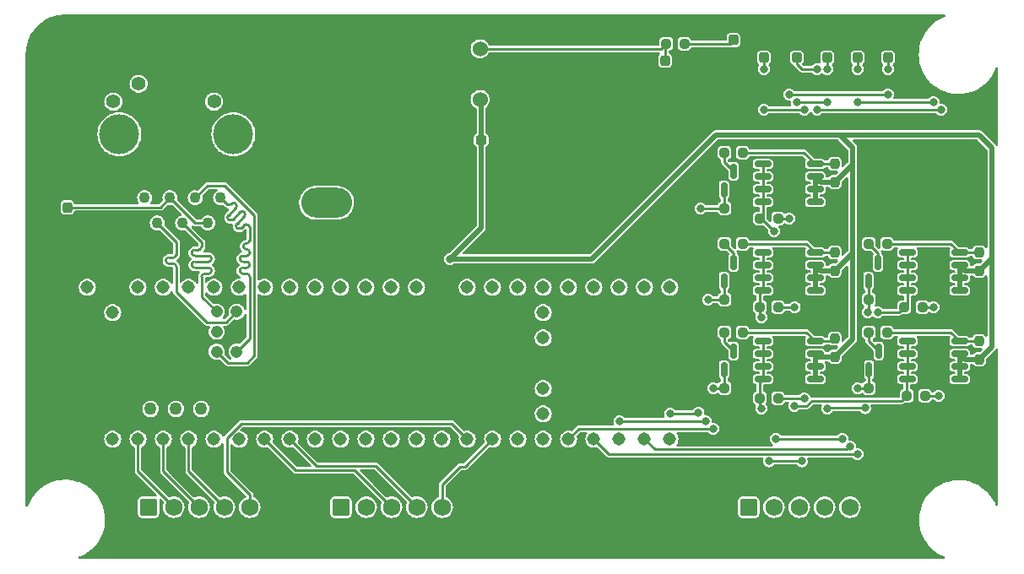
<source format=gtl>
%TF.GenerationSoftware,KiCad,Pcbnew,(6.0.7)*%
%TF.CreationDate,2023-04-22T03:46:43-05:00*%
%TF.ProjectId,Flouro_Breakout,466c6f75-726f-45f4-9272-65616b6f7574,rev?*%
%TF.SameCoordinates,Original*%
%TF.FileFunction,Copper,L1,Top*%
%TF.FilePolarity,Positive*%
%FSLAX46Y46*%
G04 Gerber Fmt 4.6, Leading zero omitted, Abs format (unit mm)*
G04 Created by KiCad (PCBNEW (6.0.7)) date 2023-04-22 03:46:43*
%MOMM*%
%LPD*%
G01*
G04 APERTURE LIST*
G04 Aperture macros list*
%AMRoundRect*
0 Rectangle with rounded corners*
0 $1 Rounding radius*
0 $2 $3 $4 $5 $6 $7 $8 $9 X,Y pos of 4 corners*
0 Add a 4 corners polygon primitive as box body*
4,1,4,$2,$3,$4,$5,$6,$7,$8,$9,$2,$3,0*
0 Add four circle primitives for the rounded corners*
1,1,$1+$1,$2,$3*
1,1,$1+$1,$4,$5*
1,1,$1+$1,$6,$7*
1,1,$1+$1,$8,$9*
0 Add four rect primitives between the rounded corners*
20,1,$1+$1,$2,$3,$4,$5,0*
20,1,$1+$1,$4,$5,$6,$7,0*
20,1,$1+$1,$6,$7,$8,$9,0*
20,1,$1+$1,$8,$9,$2,$3,0*%
G04 Aperture macros list end*
%TA.AperFunction,ComponentPad*%
%ADD10RoundRect,0.250000X-0.620000X-0.620000X0.620000X-0.620000X0.620000X0.620000X-0.620000X0.620000X0*%
%TD*%
%TA.AperFunction,ComponentPad*%
%ADD11C,1.740000*%
%TD*%
%TA.AperFunction,SMDPad,CuDef*%
%ADD12RoundRect,0.237500X-0.250000X-0.237500X0.250000X-0.237500X0.250000X0.237500X-0.250000X0.237500X0*%
%TD*%
%TA.AperFunction,SMDPad,CuDef*%
%ADD13RoundRect,0.237500X0.250000X0.237500X-0.250000X0.237500X-0.250000X-0.237500X0.250000X-0.237500X0*%
%TD*%
%TA.AperFunction,SMDPad,CuDef*%
%ADD14RoundRect,0.237500X0.237500X-0.250000X0.237500X0.250000X-0.237500X0.250000X-0.237500X-0.250000X0*%
%TD*%
%TA.AperFunction,SMDPad,CuDef*%
%ADD15RoundRect,0.150000X0.675000X0.150000X-0.675000X0.150000X-0.675000X-0.150000X0.675000X-0.150000X0*%
%TD*%
%TA.AperFunction,SMDPad,CuDef*%
%ADD16RoundRect,0.150000X0.150000X-0.587500X0.150000X0.587500X-0.150000X0.587500X-0.150000X-0.587500X0*%
%TD*%
%TA.AperFunction,SMDPad,CuDef*%
%ADD17RoundRect,0.237500X-0.237500X0.287500X-0.237500X-0.287500X0.237500X-0.287500X0.237500X0.287500X0*%
%TD*%
%TA.AperFunction,ComponentPad*%
%ADD18C,1.524000*%
%TD*%
%TA.AperFunction,ComponentPad*%
%ADD19O,5.100000X3.000000*%
%TD*%
%TA.AperFunction,ComponentPad*%
%ADD20C,1.308000*%
%TD*%
%TA.AperFunction,ComponentPad*%
%ADD21C,1.258000*%
%TD*%
%TA.AperFunction,ComponentPad*%
%ADD22C,1.208000*%
%TD*%
%TA.AperFunction,SMDPad,CuDef*%
%ADD23RoundRect,0.237500X0.237500X-0.287500X0.237500X0.287500X-0.237500X0.287500X-0.237500X-0.287500X0*%
%TD*%
%TA.AperFunction,ComponentPad*%
%ADD24C,1.100000*%
%TD*%
%TA.AperFunction,ComponentPad*%
%ADD25C,1.400000*%
%TD*%
%TA.AperFunction,ComponentPad*%
%ADD26C,4.000000*%
%TD*%
%TA.AperFunction,ComponentPad*%
%ADD27C,2.000000*%
%TD*%
%TA.AperFunction,SMDPad,CuDef*%
%ADD28RoundRect,0.237500X0.300000X0.237500X-0.300000X0.237500X-0.300000X-0.237500X0.300000X-0.237500X0*%
%TD*%
%TA.AperFunction,SMDPad,CuDef*%
%ADD29RoundRect,0.237500X-0.237500X0.300000X-0.237500X-0.300000X0.237500X-0.300000X0.237500X0.300000X0*%
%TD*%
%TA.AperFunction,ViaPad*%
%ADD30C,0.800000*%
%TD*%
%TA.AperFunction,Conductor*%
%ADD31C,0.254000*%
%TD*%
%TA.AperFunction,Conductor*%
%ADD32C,0.250000*%
%TD*%
%TA.AperFunction,Conductor*%
%ADD33C,0.508000*%
%TD*%
G04 APERTURE END LIST*
D10*
%TO.P,Conn4,1*%
%TO.N,+3V3*%
X139700000Y-97294000D03*
D11*
%TO.P,Conn4,2*%
%TO.N,CCD_MC_1*%
X142240000Y-97294000D03*
%TO.P,Conn4,3*%
%TO.N, CCD_SH_1*%
X144780000Y-97294000D03*
%TO.P,Conn4,4*%
%TO.N,CCD_ICG_1*%
X147320000Y-97294000D03*
%TO.P,Conn4,5*%
%TO.N,CCD_OS_1*%
X149860000Y-97294000D03*
%TO.P,Conn4,6*%
%TO.N,GND*%
X152400000Y-97294000D03*
%TD*%
D10*
%TO.P,Conn2,1*%
%TO.N,+3V3*%
X120396000Y-97294000D03*
D11*
%TO.P,Conn2,2*%
%TO.N,CCD_MC*%
X122936000Y-97294000D03*
%TO.P,Conn2,3*%
%TO.N,CCD_SH*%
X125476000Y-97294000D03*
%TO.P,Conn2,4*%
%TO.N,CCD_ICG*%
X128016000Y-97294000D03*
%TO.P,Conn2,5*%
%TO.N,CCD_OS*%
X130556000Y-97294000D03*
%TO.P,Conn2,6*%
%TO.N,GND*%
X133096000Y-97294000D03*
%TD*%
D12*
%TO.P,R21,1*%
%TO.N,275nm*%
X196191500Y-77216000D03*
%TO.P,R21,2*%
%TO.N,Net-(D6-Pad2)*%
X198016500Y-77216000D03*
%TD*%
D13*
%TO.P,R20,1*%
%TO.N,Net-(Q10-Pad4)*%
X194460500Y-70866000D03*
%TO.P,R20,2*%
%TO.N,Net-(Q9-Pad3)*%
X192635500Y-70866000D03*
%TD*%
D14*
%TO.P,R19,1*%
%TO.N,+12V*%
X203708000Y-73556500D03*
%TO.P,R19,2*%
%TO.N,Net-(Q10-Pad4)*%
X203708000Y-71731500D03*
%TD*%
D12*
%TO.P,R18,1*%
%TO.N,275_CTRL*%
X192635500Y-76454000D03*
%TO.P,R18,2*%
%TO.N,GND*%
X194460500Y-76454000D03*
%TD*%
%TO.P,R17,1*%
%TO.N,280nm*%
X181713500Y-77216000D03*
%TO.P,R17,2*%
%TO.N,Net-(D5-Pad2)*%
X183538500Y-77216000D03*
%TD*%
D13*
%TO.P,R16,1*%
%TO.N,Net-(Q8-Pad4)*%
X179982500Y-70866000D03*
%TO.P,R16,2*%
%TO.N,Net-(Q7-Pad3)*%
X178157500Y-70866000D03*
%TD*%
D14*
%TO.P,R15,1*%
%TO.N,+12V*%
X189230000Y-73556500D03*
%TO.P,R15,2*%
%TO.N,Net-(Q8-Pad4)*%
X189230000Y-71731500D03*
%TD*%
D12*
%TO.P,R14,1*%
%TO.N,280_CTRL*%
X178157500Y-76454000D03*
%TO.P,R14,2*%
%TO.N,GND*%
X179982500Y-76454000D03*
%TD*%
%TO.P,R13,1*%
%TO.N,310nm*%
X196445500Y-86106000D03*
%TO.P,R13,2*%
%TO.N,Net-(D4-Pad2)*%
X198270500Y-86106000D03*
%TD*%
D13*
%TO.P,R12,1*%
%TO.N,Net-(Q6-Pad4)*%
X194460500Y-79756000D03*
%TO.P,R12,2*%
%TO.N,Net-(Q5-Pad3)*%
X192635500Y-79756000D03*
%TD*%
D14*
%TO.P,R11,1*%
%TO.N,+12V*%
X203708000Y-82446500D03*
%TO.P,R11,2*%
%TO.N,Net-(Q6-Pad4)*%
X203708000Y-80621500D03*
%TD*%
D12*
%TO.P,R10,1*%
%TO.N,310_CTRL*%
X192635500Y-85344000D03*
%TO.P,R10,2*%
%TO.N,GND*%
X194460500Y-85344000D03*
%TD*%
%TO.P,R9,1*%
%TO.N,260nm*%
X181713500Y-68326000D03*
%TO.P,R9,2*%
%TO.N,Net-(D3-Pad2)*%
X183538500Y-68326000D03*
%TD*%
%TO.P,R8,1*%
%TO.N,365nm*%
X181713500Y-86360000D03*
%TO.P,R8,2*%
%TO.N,Net-(D2-Pad2)*%
X183538500Y-86360000D03*
%TD*%
D13*
%TO.P,R7,1*%
%TO.N,Net-(Q4-Pad4)*%
X179982500Y-61722000D03*
%TO.P,R7,2*%
%TO.N,Net-(Q2-Pad3)*%
X178157500Y-61722000D03*
%TD*%
D14*
%TO.P,R6,1*%
%TO.N,+12V*%
X189230000Y-64666500D03*
%TO.P,R6,2*%
%TO.N,Net-(Q4-Pad4)*%
X189230000Y-62841500D03*
%TD*%
D13*
%TO.P,R5,1*%
%TO.N,Net-(Q3-Pad4)*%
X179982500Y-79756000D03*
%TO.P,R5,2*%
%TO.N,Net-(Q1-Pad3)*%
X178157500Y-79756000D03*
%TD*%
D14*
%TO.P,R4,1*%
%TO.N,+12V*%
X189230000Y-82192500D03*
%TO.P,R4,2*%
%TO.N,Net-(Q3-Pad4)*%
X189230000Y-80367500D03*
%TD*%
D12*
%TO.P,R3,1*%
%TO.N,260_CTRL*%
X178157500Y-67310000D03*
%TO.P,R3,2*%
%TO.N,GND*%
X179982500Y-67310000D03*
%TD*%
%TO.P,R2,1*%
%TO.N,365_CTRL*%
X178157500Y-85344000D03*
%TO.P,R2,2*%
%TO.N,GND*%
X179982500Y-85344000D03*
%TD*%
D15*
%TO.P,Q10,1,S*%
%TO.N,+12V*%
X201761000Y-75565000D03*
%TO.P,Q10,2,S*%
X201761000Y-74295000D03*
%TO.P,Q10,3,S*%
X201761000Y-73025000D03*
%TO.P,Q10,4,G*%
%TO.N,Net-(Q10-Pad4)*%
X201761000Y-71755000D03*
%TO.P,Q10,5,D*%
%TO.N,275nm*%
X196511000Y-71755000D03*
%TO.P,Q10,6,D*%
X196511000Y-73025000D03*
%TO.P,Q10,7,D*%
X196511000Y-74295000D03*
%TO.P,Q10,8,D*%
X196511000Y-75565000D03*
%TD*%
D16*
%TO.P,Q9,1,G*%
%TO.N,275_CTRL*%
X192598000Y-74597500D03*
%TO.P,Q9,2,S*%
%TO.N,GND*%
X194498000Y-74597500D03*
%TO.P,Q9,3,D*%
%TO.N,Net-(Q9-Pad3)*%
X193548000Y-72722500D03*
%TD*%
D15*
%TO.P,Q8,1,S*%
%TO.N,+12V*%
X187283000Y-75565000D03*
%TO.P,Q8,2,S*%
X187283000Y-74295000D03*
%TO.P,Q8,3,S*%
X187283000Y-73025000D03*
%TO.P,Q8,4,G*%
%TO.N,Net-(Q8-Pad4)*%
X187283000Y-71755000D03*
%TO.P,Q8,5,D*%
%TO.N,280nm*%
X182033000Y-71755000D03*
%TO.P,Q8,6,D*%
X182033000Y-73025000D03*
%TO.P,Q8,7,D*%
X182033000Y-74295000D03*
%TO.P,Q8,8,D*%
X182033000Y-75565000D03*
%TD*%
D16*
%TO.P,Q7,1,G*%
%TO.N,280_CTRL*%
X178120000Y-74597500D03*
%TO.P,Q7,2,S*%
%TO.N,GND*%
X180020000Y-74597500D03*
%TO.P,Q7,3,D*%
%TO.N,Net-(Q7-Pad3)*%
X179070000Y-72722500D03*
%TD*%
D15*
%TO.P,Q6,1,S*%
%TO.N,+12V*%
X201761000Y-84455000D03*
%TO.P,Q6,2,S*%
X201761000Y-83185000D03*
%TO.P,Q6,3,S*%
X201761000Y-81915000D03*
%TO.P,Q6,4,G*%
%TO.N,Net-(Q6-Pad4)*%
X201761000Y-80645000D03*
%TO.P,Q6,5,D*%
%TO.N,310nm*%
X196511000Y-80645000D03*
%TO.P,Q6,6,D*%
X196511000Y-81915000D03*
%TO.P,Q6,7,D*%
X196511000Y-83185000D03*
%TO.P,Q6,8,D*%
X196511000Y-84455000D03*
%TD*%
D16*
%TO.P,Q5,3,D*%
%TO.N,Net-(Q5-Pad3)*%
X193614000Y-81612500D03*
%TO.P,Q5,2,S*%
%TO.N,GND*%
X194564000Y-83487500D03*
%TO.P,Q5,1,G*%
%TO.N,310_CTRL*%
X192664000Y-83487500D03*
%TD*%
D15*
%TO.P,Q4,1,S*%
%TO.N,+12V*%
X187283000Y-66675000D03*
%TO.P,Q4,2,S*%
X187283000Y-65405000D03*
%TO.P,Q4,3,S*%
X187283000Y-64135000D03*
%TO.P,Q4,4,G*%
%TO.N,Net-(Q4-Pad4)*%
X187283000Y-62865000D03*
%TO.P,Q4,5,D*%
%TO.N,260nm*%
X182033000Y-62865000D03*
%TO.P,Q4,6,D*%
X182033000Y-64135000D03*
%TO.P,Q4,7,D*%
X182033000Y-65405000D03*
%TO.P,Q4,8,D*%
X182033000Y-66675000D03*
%TD*%
%TO.P,Q3,1,S*%
%TO.N,+12V*%
X187283000Y-84455000D03*
%TO.P,Q3,2,S*%
X187283000Y-83185000D03*
%TO.P,Q3,3,S*%
X187283000Y-81915000D03*
%TO.P,Q3,4,G*%
%TO.N,Net-(Q3-Pad4)*%
X187283000Y-80645000D03*
%TO.P,Q3,5,D*%
%TO.N,365nm*%
X182033000Y-80645000D03*
%TO.P,Q3,6,D*%
X182033000Y-81915000D03*
%TO.P,Q3,7,D*%
X182033000Y-83185000D03*
%TO.P,Q3,8,D*%
X182033000Y-84455000D03*
%TD*%
D16*
%TO.P,Q2,1,G*%
%TO.N,260_CTRL*%
X178120000Y-65453500D03*
%TO.P,Q2,2,S*%
%TO.N,GND*%
X180020000Y-65453500D03*
%TO.P,Q2,3,D*%
%TO.N,Net-(Q2-Pad3)*%
X179070000Y-63578500D03*
%TD*%
%TO.P,Q1,1,G*%
%TO.N,365_CTRL*%
X178120000Y-83487500D03*
%TO.P,Q1,2,S*%
%TO.N,GND*%
X180020000Y-83487500D03*
%TO.P,Q1,3,D*%
%TO.N,Net-(Q1-Pad3)*%
X179070000Y-81612500D03*
%TD*%
D10*
%TO.P,J2,1,Pin_1*%
%TO.N,365nm*%
X180594000Y-97294000D03*
D11*
%TO.P,J2,2,Pin_2*%
%TO.N,310nm*%
X183134000Y-97294000D03*
%TO.P,J2,3,Pin_3*%
%TO.N,280nm*%
X185674000Y-97294000D03*
%TO.P,J2,4,Pin_4*%
%TO.N,275nm*%
X188214000Y-97294000D03*
%TO.P,J2,5,Pin_5*%
%TO.N,260nm*%
X190754000Y-97294000D03*
%TO.P,J2,6,Pin_6*%
%TO.N,GND*%
X193294000Y-97294000D03*
%TD*%
D17*
%TO.P,D6,1,K*%
%TO.N,GND*%
X191516000Y-50433000D03*
%TO.P,D6,2,A*%
%TO.N,Net-(D6-Pad2)*%
X191516000Y-52183000D03*
%TD*%
%TO.P,D5,1,K*%
%TO.N,GND*%
X188468000Y-50433000D03*
%TO.P,D5,2,A*%
%TO.N,Net-(D5-Pad2)*%
X188468000Y-52183000D03*
%TD*%
%TO.P,D4,2,A*%
%TO.N,Net-(D4-Pad2)*%
X185420000Y-52183000D03*
%TO.P,D4,1,K*%
%TO.N,GND*%
X185420000Y-50433000D03*
%TD*%
%TO.P,D3,1,K*%
%TO.N,GND*%
X194564000Y-50433000D03*
%TO.P,D3,2,A*%
%TO.N,Net-(D3-Pad2)*%
X194564000Y-52183000D03*
%TD*%
%TO.P,D2,1,K*%
%TO.N,GND*%
X182118000Y-50433000D03*
%TO.P,D2,2,A*%
%TO.N,Net-(D2-Pad2)*%
X182118000Y-52183000D03*
%TD*%
D18*
%TO.P,U2,1,Vi*%
%TO.N,+12V*%
X153670000Y-56388000D03*
%TO.P,U2,2,GND*%
%TO.N,GND*%
X153670000Y-53848000D03*
%TO.P,U2,3,Vo*%
%TO.N,+3.3V*%
X153670000Y-51308000D03*
%TD*%
D19*
%TO.P,Conn1,1,GND*%
%TO.N,GND*%
X146139000Y-66737200D03*
%TO.P,Conn1,2,V+Log*%
%TO.N,+12V*%
X138265000Y-66737200D03*
%TD*%
D20*
%TO.P,U1,0,RX1*%
%TO.N,unconnected-(U1-Pad0)*%
X116802000Y-90471000D03*
%TO.P,U1,1,TX1*%
%TO.N,CCD_MC*%
X119342000Y-90471000D03*
%TO.P,U1,2,OUT2*%
%TO.N,CCD_SH*%
X121882000Y-90471000D03*
%TO.P,U1,3,LRCLK2*%
%TO.N,CCD_ICG*%
X124422000Y-90471000D03*
%TO.P,U1,3.3V_1,3.3V*%
%TO.N,Net-(U1-Pad3.3V_1)*%
X149822000Y-90471000D03*
%TO.P,U1,3.3V_2,3.3V*%
X119342000Y-75231000D03*
%TO.P,U1,3.3V_3,3.3V*%
X159982000Y-85391000D03*
%TO.P,U1,4,BCLK2*%
%TO.N,CCD_MC*%
X126962000Y-90471000D03*
%TO.P,U1,5,IN2*%
%TO.N,CCD_MC_1*%
X129502000Y-90471000D03*
D21*
%TO.P,U1,5V,5V*%
%TO.N,unconnected-(U1-Pad5V)*%
X120612000Y-87421000D03*
D20*
%TO.P,U1,6,OUT1D*%
%TO.N, CCD_SH_1*%
X132042000Y-90471000D03*
%TO.P,U1,7,RX2*%
%TO.N,CCD_ICG_1*%
X134582000Y-90471000D03*
%TO.P,U1,8,TX2*%
%TO.N,CCD_MC_1*%
X137122000Y-90471000D03*
%TO.P,U1,9,OUT1C*%
%TO.N,unconnected-(U1-Pad9)*%
X139662000Y-90471000D03*
%TO.P,U1,10,CS1*%
%TO.N,unconnected-(U1-Pad10)*%
X142202000Y-90471000D03*
%TO.P,U1,11,MOSI*%
%TO.N,unconnected-(U1-Pad11)*%
X144742000Y-90471000D03*
%TO.P,U1,12,MISO*%
%TO.N,unconnected-(U1-Pad12)*%
X147282000Y-90471000D03*
%TO.P,U1,13,SCK*%
%TO.N,unconnected-(U1-Pad13)*%
X147282000Y-75231000D03*
%TO.P,U1,14,A0*%
%TO.N,unconnected-(U1-Pad14)*%
X144742000Y-75231000D03*
%TO.P,U1,15,A1*%
%TO.N,unconnected-(U1-Pad15)*%
X142202000Y-75231000D03*
%TO.P,U1,16,A2*%
%TO.N,unconnected-(U1-Pad16)*%
X139662000Y-75231000D03*
%TO.P,U1,17,A3*%
%TO.N,unconnected-(U1-Pad17)*%
X137122000Y-75231000D03*
%TO.P,U1,18,A4*%
%TO.N,unconnected-(U1-Pad18)*%
X134582000Y-75231000D03*
%TO.P,U1,19,A5*%
%TO.N,unconnected-(U1-Pad19)*%
X132042000Y-75231000D03*
%TO.P,U1,20,A6*%
%TO.N,unconnected-(U1-Pad20)*%
X129502000Y-75231000D03*
%TO.P,U1,21,A7*%
%TO.N,unconnected-(U1-Pad21)*%
X126962000Y-75231000D03*
%TO.P,U1,22,A8*%
%TO.N,unconnected-(U1-Pad22)*%
X124422000Y-75231000D03*
%TO.P,U1,23,A9*%
%TO.N,unconnected-(U1-Pad23)*%
X121882000Y-75231000D03*
%TO.P,U1,24,A10*%
%TO.N,CCD_OS*%
X152362000Y-90471000D03*
%TO.P,U1,25,A11*%
%TO.N,CCD_OS_1*%
X154902000Y-90471000D03*
%TO.P,U1,26,A12*%
%TO.N,unconnected-(U1-Pad26)*%
X157442000Y-90471000D03*
%TO.P,U1,27,A13*%
%TO.N,260_CTRL*%
X159982000Y-90471000D03*
%TO.P,U1,28,RX7*%
%TO.N,365_CTRL*%
X162522000Y-90471000D03*
%TO.P,U1,29,TX7*%
%TO.N,310_CTRL*%
X165062000Y-90471000D03*
%TO.P,U1,30,CRX3*%
%TO.N,280_CTRL*%
X167602000Y-90471000D03*
%TO.P,U1,31,CTX3*%
%TO.N,275_CTRL*%
X170142000Y-90471000D03*
%TO.P,U1,32,OUT1B*%
%TO.N,260_CTRL*%
X172682000Y-90471000D03*
%TO.P,U1,33,MCLK2*%
%TO.N,unconnected-(U1-Pad33)*%
X172682000Y-75231000D03*
%TO.P,U1,34,RX8*%
%TO.N,unconnected-(U1-Pad34)*%
X170142000Y-75231000D03*
%TO.P,U1,35,TX8*%
%TO.N,unconnected-(U1-Pad35)*%
X167602000Y-75231000D03*
%TO.P,U1,36,CS2*%
%TO.N,unconnected-(U1-Pad36)*%
X165062000Y-75231000D03*
%TO.P,U1,37,CS3*%
%TO.N,unconnected-(U1-Pad37)*%
X162522000Y-75231000D03*
%TO.P,U1,38,A14*%
%TO.N,275_CTRL*%
X159982000Y-75231000D03*
%TO.P,U1,39,A15*%
%TO.N,280_CTRL*%
X157442000Y-75231000D03*
%TO.P,U1,40,A16*%
%TO.N,310_CTRL*%
X154902000Y-75231000D03*
%TO.P,U1,41,A17*%
%TO.N,365_CTRL*%
X152362000Y-75231000D03*
D21*
%TO.P,U1,D+,D+*%
%TO.N,unconnected-(U1-PadD+)*%
X125692000Y-87421000D03*
%TO.P,U1,D-*%
%TO.N,N/C*%
X123152000Y-87421000D03*
D20*
%TO.P,U1,GND1,GND*%
%TO.N,GND*%
X114262000Y-90471000D03*
%TO.P,U1,GND2,GND*%
X149822000Y-75231000D03*
%TO.P,U1,GND3,GND*%
X116802000Y-75231000D03*
%TO.P,U1,GND4,GND*%
X159982000Y-82851000D03*
D22*
%TO.P,U1,GND5,GND*%
X129232000Y-79681000D03*
%TO.P,U1,LED,LED*%
%TO.N,ETH_LED*%
X127232000Y-79681000D03*
D20*
%TO.P,U1,ON/OFF,ON/OFF*%
%TO.N,unconnected-(U1-PadON/OFF)*%
X159982000Y-77771000D03*
%TO.P,U1,PROGRAM,PROGRAM*%
%TO.N,unconnected-(U1-PadPROGRAM)*%
X159982000Y-80311000D03*
D22*
%TO.P,U1,R+,R+*%
%TO.N,R+*%
X127232000Y-77681000D03*
%TO.P,U1,R-*%
%TO.N,N/C*%
X129232000Y-77681000D03*
%TO.P,U1,T+,T+*%
%TO.N,T+*%
X129232000Y-81681000D03*
%TO.P,U1,T-*%
%TO.N,N/C*%
X127232000Y-81681000D03*
D21*
%TO.P,U1,USB_GND1,USB_GND*%
%TO.N,GND*%
X128232000Y-87421000D03*
%TO.P,U1,USB_GND2,USB_GND*%
X130772000Y-87421000D03*
D20*
%TO.P,U1,VBAT,VBAT*%
%TO.N,unconnected-(U1-PadVBAT)*%
X159982000Y-87931000D03*
%TO.P,U1,VIN,VIN*%
%TO.N,+5V*%
X114262000Y-75231000D03*
%TO.P,U1,VUSB,VUSB*%
%TO.N,unconnected-(U1-PadVUSB)*%
X116802000Y-77771000D03*
%TD*%
D23*
%TO.P,D1,1,K*%
%TO.N,GND*%
X179070000Y-52183000D03*
%TO.P,D1,2,A*%
%TO.N,Net-(D1-Pad2)*%
X179070000Y-50433000D03*
%TD*%
D24*
%TO.P,J1,1*%
%TO.N,T+*%
X127635000Y-66242500D03*
%TO.P,J1,2*%
%TO.N,Net-(C1-Pad1)*%
X126365000Y-68782500D03*
%TO.P,J1,3*%
%TO.N,T-*%
X125095000Y-66242500D03*
%TO.P,J1,4*%
%TO.N,R+*%
X123825000Y-68782500D03*
%TO.P,J1,5*%
%TO.N,Net-(C1-Pad1)*%
X122555000Y-66242500D03*
%TO.P,J1,6*%
%TO.N,R-*%
X121285000Y-68782500D03*
%TO.P,J1,7*%
%TO.N,unconnected-(J1-Pad7)*%
X120015000Y-66242500D03*
%TO.P,J1,8*%
%TO.N,GND*%
X118745000Y-68782500D03*
D25*
%TO.P,J1,9*%
X129515000Y-54812500D03*
%TO.P,J1,10*%
%TO.N,ETH_LED*%
X126975000Y-56602500D03*
%TO.P,J1,11*%
%TO.N,unconnected-(J1-Pad11)*%
X119405000Y-54812500D03*
%TO.P,J1,12*%
%TO.N,unconnected-(J1-Pad12)*%
X116865000Y-56602500D03*
D26*
%TO.P,J1,13*%
%TO.N,N/C*%
X128905000Y-59892500D03*
%TO.P,J1,14*%
X117475000Y-59892500D03*
D27*
%TO.P,J1,SH*%
%TO.N,GND*%
X131065000Y-62942500D03*
X115315000Y-62942500D03*
%TD*%
D28*
%TO.P,C2,1*%
%TO.N,+12V*%
X153770500Y-60452000D03*
%TO.P,C2,2*%
%TO.N,GND*%
X152045500Y-60452000D03*
%TD*%
D29*
%TO.P,C1,1*%
%TO.N,Net-(C1-Pad1)*%
X112268000Y-67209500D03*
%TO.P,C1,2*%
%TO.N,GND*%
X112268000Y-68934500D03*
%TD*%
%TO.P,C3,1*%
%TO.N,+3.3V*%
X172212000Y-52477500D03*
%TO.P,C3,2*%
%TO.N,GND*%
X172212000Y-54202500D03*
%TD*%
D13*
%TO.P,R1,1*%
%TO.N,Net-(D1-Pad2)*%
X174140500Y-50800000D03*
%TO.P,R1,2*%
%TO.N,+3.3V*%
X172315500Y-50800000D03*
%TD*%
D30*
%TO.N,260nm*%
X189992000Y-90424000D03*
%TO.N,275nm*%
X188468000Y-87376000D03*
X192278000Y-87340500D03*
%TO.N,280nm*%
X185928000Y-92674500D03*
%TO.N,GND*%
X194564000Y-76454000D03*
X192278000Y-72390000D03*
X195326000Y-68072000D03*
%TO.N,Net-(D2-Pad2)*%
X182118000Y-53340000D03*
X182118000Y-57404000D03*
X186182000Y-57404000D03*
%TO.N,Net-(D4-Pad2)*%
X187452000Y-53340000D03*
X187452000Y-57404000D03*
X199898000Y-57404000D03*
%TO.N,Net-(D5-Pad2)*%
X188468000Y-56642000D03*
X188468000Y-53340000D03*
X185420000Y-56642000D03*
%TO.N,Net-(D6-Pad2)*%
X191516000Y-53340000D03*
X191516000Y-56642000D03*
X199136000Y-56642000D03*
%TO.N,Net-(D3-Pad2)*%
X194564000Y-53340000D03*
X194564000Y-55880000D03*
X184658000Y-55880000D03*
%TO.N,GND*%
X201930000Y-77978000D03*
%TO.N,Net-(D4-Pad2)*%
X199644000Y-86106000D03*
%TO.N,Net-(D6-Pad2)*%
X199136000Y-77216000D03*
%TO.N,260nm*%
X183313500Y-90424000D03*
X183134000Y-69596000D03*
%TO.N,275nm*%
X193548000Y-77724000D03*
%TO.N,310nm*%
X185166000Y-87122000D03*
%TO.N,280nm*%
X182626000Y-92674500D03*
X181864000Y-78232000D03*
%TO.N,365nm*%
X181864000Y-87376000D03*
%TO.N,275_CTRL*%
X190754000Y-91186000D03*
X192532000Y-77724000D03*
%TO.N,310_CTRL*%
X191516000Y-91948000D03*
X191516000Y-85344000D03*
%TO.N,260_CTRL*%
X172720000Y-87884000D03*
X175768000Y-67310000D03*
X175551500Y-87814364D03*
%TO.N,280_CTRL*%
X167640000Y-88646000D03*
X176530000Y-76454000D03*
X176276000Y-88646000D03*
%TO.N,365_CTRL*%
X177038000Y-89408000D03*
X177038000Y-85344000D03*
%TO.N,Net-(D2-Pad2)*%
X186182000Y-86360000D03*
%TO.N,Net-(D5-Pad2)*%
X185203500Y-77216000D03*
%TO.N,Net-(D3-Pad2)*%
X184658000Y-68326000D03*
%TO.N,+12V*%
X150622000Y-72390000D03*
%TD*%
D31*
%TO.N,CCD_OS_1*%
X149860000Y-94996000D02*
X149860000Y-97294000D01*
X151638000Y-93218000D02*
X149860000Y-94996000D01*
X152155000Y-93218000D02*
X151638000Y-93218000D01*
X154902000Y-90471000D02*
X152155000Y-93218000D01*
%TO.N,CCD_ICG_1*%
X143171000Y-93145000D02*
X147320000Y-97294000D01*
X137256000Y-93145000D02*
X143171000Y-93145000D01*
X134582000Y-90471000D02*
X137256000Y-93145000D01*
%TO.N, CCD_SH_1*%
X141085000Y-93599000D02*
X144780000Y-97294000D01*
X135170000Y-93599000D02*
X141085000Y-93599000D01*
X132042000Y-90471000D02*
X135170000Y-93599000D01*
%TO.N,CCD_OS*%
X130556000Y-96012000D02*
X130556000Y-97294000D01*
X128270000Y-93726000D02*
X130556000Y-96012000D01*
X128270000Y-90315656D02*
X128270000Y-93726000D01*
X129794000Y-88900000D02*
X129685656Y-88900000D01*
X129685656Y-88900000D02*
X128270000Y-90315656D01*
X150791000Y-88900000D02*
X129794000Y-88900000D01*
%TO.N,CCD_ICG*%
X124422000Y-93700000D02*
X128016000Y-97294000D01*
X124422000Y-90471000D02*
X124422000Y-93700000D01*
%TO.N,CCD_SH*%
X121882000Y-93688000D02*
X122428000Y-94234000D01*
X122428000Y-94234000D02*
X122428000Y-94246000D01*
X122428000Y-94246000D02*
X125476000Y-97294000D01*
X121882000Y-90471000D02*
X121882000Y-93688000D01*
%TO.N,CCD_MC*%
X119342000Y-93700000D02*
X122936000Y-97294000D01*
X119342000Y-90471000D02*
X119342000Y-93700000D01*
D32*
%TO.N,260nm*%
X183313500Y-90424000D02*
X189992000Y-90424000D01*
D31*
%TO.N,275nm*%
X188503500Y-87340500D02*
X188468000Y-87376000D01*
X192278000Y-87340500D02*
X188503500Y-87340500D01*
D32*
%TO.N,280nm*%
X182626000Y-92674500D02*
X185928000Y-92674500D01*
D31*
%TO.N,T+*%
X127973872Y-66581372D02*
X127635000Y-66242500D01*
X128269921Y-66877422D02*
X127973872Y-66581372D01*
X128411347Y-68008795D02*
X129153806Y-67266331D01*
X129578074Y-67690600D02*
X128835610Y-68433059D01*
X129578074Y-67690599D02*
X129578074Y-67690600D01*
X129259877Y-68857326D02*
X130002339Y-68114864D01*
X129259877Y-68857327D02*
X129259877Y-68857326D01*
X129966984Y-68998749D02*
X129684142Y-69281592D01*
X129966985Y-68998749D02*
X129966984Y-68998749D01*
X130556000Y-69163500D02*
X130391250Y-68998750D01*
X130556000Y-70468000D02*
X130556000Y-69163500D01*
X130206000Y-70818000D02*
X130256000Y-70818000D01*
X130556000Y-71768000D02*
X130556000Y-71718000D01*
X129856000Y-72068000D02*
X130256000Y-72068000D01*
X130256000Y-72668000D02*
X129856000Y-72668000D01*
X129232000Y-81681000D02*
X130556000Y-80357000D01*
X128411345Y-68008794D02*
X128411347Y-68008795D01*
X128269922Y-66877421D02*
G75*
G03*
X128694184Y-66877421I212131J212131D01*
G01*
X128729568Y-66842093D02*
G75*
G02*
X129153806Y-66842067I212132J-212107D01*
G01*
X128411319Y-68008768D02*
G75*
G03*
X128411346Y-68433059I212181J-212132D01*
G01*
X129153804Y-66842069D02*
G75*
G02*
X129153805Y-67266330I-212104J-212131D01*
G01*
X130256000Y-73868000D02*
X129856000Y-73868000D01*
X130002371Y-67690568D02*
G75*
G02*
X130002339Y-68114864I-212171J-212132D01*
G01*
X129259918Y-68857368D02*
G75*
G03*
X129259878Y-69281592I212082J-212132D01*
G01*
X129259879Y-69281591D02*
G75*
G03*
X129684141Y-69281591I212131J212131D01*
G01*
X128411347Y-68433058D02*
G75*
G03*
X128835609Y-68433058I212131J212131D01*
G01*
X129966968Y-68998732D02*
G75*
G02*
X130391250Y-68998750I212132J-212168D01*
G01*
X128729541Y-66842067D02*
X128694185Y-66877422D01*
X130556000Y-70518000D02*
G75*
G02*
X130256000Y-70818000I-300000J0D01*
G01*
X130556000Y-70518000D02*
X130556000Y-70468000D01*
X130206000Y-70818000D02*
G75*
G03*
X129906000Y-71118000I0J-300000D01*
G01*
X129906000Y-71118000D02*
G75*
G03*
X130206000Y-71418000I300000J0D01*
G01*
X130256000Y-71418000D02*
G75*
G02*
X130556000Y-71718000I0J-300000D01*
G01*
X129856000Y-73268000D02*
X130256000Y-73268000D01*
X128729541Y-66842066D02*
X128729541Y-66842067D01*
X129556000Y-72368000D02*
G75*
G03*
X129856000Y-72668000I300000J0D01*
G01*
X130556000Y-72968000D02*
G75*
G02*
X130256000Y-73268000I-300000J0D01*
G01*
X129856000Y-72068000D02*
G75*
G03*
X129556000Y-72368000I0J-300000D01*
G01*
X130556000Y-71768000D02*
G75*
G02*
X130256000Y-72068000I-300000J0D01*
G01*
X129578068Y-67690593D02*
G75*
G02*
X130002339Y-67690600I212132J-212107D01*
G01*
X130556000Y-80357000D02*
X130556000Y-74168000D01*
X130256000Y-71418000D02*
X130206000Y-71418000D01*
X129856000Y-73268000D02*
G75*
G03*
X129556000Y-73568000I0J-300000D01*
G01*
X129556000Y-73568000D02*
G75*
G03*
X129856000Y-73868000I300000J0D01*
G01*
X130256000Y-72668000D02*
G75*
G02*
X130556000Y-72968000I0J-300000D01*
G01*
X130256000Y-73868000D02*
G75*
G02*
X130556000Y-74168000I0J-300000D01*
G01*
%TO.N,R-*%
X123190000Y-70687500D02*
X121285000Y-68782500D01*
X123190000Y-71902000D02*
X123190000Y-70687500D01*
X123190000Y-71952000D02*
X123190000Y-71902000D01*
X122440000Y-72252000D02*
X122890000Y-72252000D01*
X122890000Y-72852000D02*
X122440000Y-72852000D01*
X123190000Y-75692000D02*
X123190000Y-73152000D01*
X128173000Y-78740000D02*
X126238000Y-78740000D01*
X129232000Y-77681000D02*
X128173000Y-78740000D01*
X123190000Y-71952000D02*
G75*
G02*
X122890000Y-72252000I-300000J0D01*
G01*
X122440000Y-72252000D02*
G75*
G03*
X122140000Y-72552000I0J-300000D01*
G01*
X122140000Y-72552000D02*
G75*
G03*
X122440000Y-72852000I300000J0D01*
G01*
X122890000Y-72852000D02*
G75*
G02*
X123190000Y-73152000I0J-300000D01*
G01*
X126238000Y-78740000D02*
X123190000Y-75692000D01*
%TO.N,R+*%
X125729129Y-70686629D02*
X123825000Y-68782500D01*
X125729129Y-71167129D02*
X125729129Y-70686813D01*
X125029129Y-71467129D02*
X125429129Y-71467129D01*
X125729129Y-72067129D02*
X125029129Y-72067129D01*
X126429129Y-72067129D02*
X125729129Y-72067129D01*
X125729129Y-72667129D02*
X126429129Y-72667129D01*
X125029129Y-72667129D02*
X125729129Y-72667129D01*
X126029129Y-73267129D02*
X125029129Y-73267129D01*
X126429129Y-73267129D02*
X126029129Y-73267129D01*
X126029129Y-73867129D02*
X126429129Y-73867129D01*
X125729129Y-76178129D02*
X125729129Y-74167129D01*
X127232000Y-77681000D02*
X125729129Y-76178129D01*
X125729129Y-71167129D02*
G75*
G02*
X125429129Y-71467129I-300029J29D01*
G01*
X125029129Y-71467129D02*
G75*
G03*
X124729129Y-71767129I-29J-299971D01*
G01*
X124729071Y-72967129D02*
G75*
G03*
X125029129Y-73267129I300029J29D01*
G01*
X125029129Y-72667129D02*
G75*
G03*
X124729129Y-72967129I-29J-299971D01*
G01*
X126429129Y-73267071D02*
G75*
G02*
X126729129Y-73567129I-29J-300029D01*
G01*
X126729129Y-72367129D02*
G75*
G02*
X126429129Y-72667129I-300029J29D01*
G01*
X126729129Y-73567129D02*
G75*
G02*
X126429129Y-73867129I-300029J29D01*
G01*
X126029129Y-73867129D02*
G75*
G03*
X125729129Y-74167129I-29J-299971D01*
G01*
X125729129Y-70686813D02*
X125729129Y-70686629D01*
X126429129Y-72067071D02*
G75*
G02*
X126729129Y-72367129I-29J-300029D01*
G01*
X124729071Y-71767129D02*
G75*
G03*
X125029129Y-72067129I300029J29D01*
G01*
%TO.N,T-*%
X128355000Y-82804000D02*
X127232000Y-81681000D01*
X130302000Y-82804000D02*
X128355000Y-82804000D01*
X131010000Y-82096000D02*
X130302000Y-82804000D01*
X131010000Y-68018000D02*
X131010000Y-82096000D01*
X128016000Y-65024000D02*
X131010000Y-68018000D01*
X126313500Y-65024000D02*
X128016000Y-65024000D01*
X125095000Y-66242500D02*
X126313500Y-65024000D01*
%TO.N,+3.3V*%
X171807500Y-51308000D02*
X172315500Y-50800000D01*
X153670000Y-51308000D02*
X171807500Y-51308000D01*
%TO.N,Net-(D1-Pad2)*%
X178703000Y-50800000D02*
X179070000Y-50433000D01*
X174140500Y-50800000D02*
X178703000Y-50800000D01*
%TO.N,+3.3V*%
X172212000Y-50903500D02*
X172315500Y-50800000D01*
X172212000Y-52477500D02*
X172212000Y-50903500D01*
%TO.N,Net-(D2-Pad2)*%
X182118000Y-53340000D02*
X182118000Y-52183000D01*
X186182000Y-57404000D02*
X182118000Y-57404000D01*
%TO.N,Net-(D4-Pad2)*%
X185420000Y-52832000D02*
X185420000Y-52183000D01*
X185928000Y-53340000D02*
X185420000Y-52832000D01*
X199898000Y-57404000D02*
X187452000Y-57404000D01*
X187452000Y-53340000D02*
X185928000Y-53340000D01*
%TO.N,Net-(D5-Pad2)*%
X188468000Y-53340000D02*
X188468000Y-52183000D01*
X185420000Y-56642000D02*
X188468000Y-56642000D01*
%TO.N,Net-(D6-Pad2)*%
X199136000Y-56642000D02*
X191516000Y-56642000D01*
X191516000Y-53340000D02*
X191516000Y-52183000D01*
%TO.N,Net-(D3-Pad2)*%
X194564000Y-53340000D02*
X194564000Y-52183000D01*
X184658000Y-55880000D02*
X194564000Y-55880000D01*
D33*
%TO.N,+12V*%
X187283000Y-83185000D02*
X187283000Y-84455000D01*
X187283000Y-81915000D02*
X187283000Y-83185000D01*
X187560500Y-82192500D02*
X187283000Y-81915000D01*
X189230000Y-82192500D02*
X187560500Y-82192500D01*
D31*
%TO.N,365_CTRL*%
X178120000Y-83487500D02*
X178120000Y-85306500D01*
X178120000Y-85306500D02*
X178157500Y-85344000D01*
%TO.N,365nm*%
X181713500Y-84774500D02*
X182033000Y-84455000D01*
X181713500Y-86360000D02*
X181713500Y-84774500D01*
X182033000Y-83185000D02*
X182033000Y-84455000D01*
X182033000Y-81915000D02*
X182033000Y-83185000D01*
X182033000Y-80645000D02*
X182033000Y-81915000D01*
%TO.N,Net-(Q1-Pad3)*%
X178157500Y-80700000D02*
X179070000Y-81612500D01*
X178157500Y-79756000D02*
X178157500Y-80700000D01*
%TO.N,Net-(Q3-Pad4)*%
X186394000Y-79756000D02*
X187283000Y-80645000D01*
X179982500Y-79756000D02*
X186394000Y-79756000D01*
X188952500Y-80645000D02*
X189230000Y-80367500D01*
X187283000Y-80645000D02*
X188952500Y-80645000D01*
%TO.N,310nm*%
X196511000Y-81915000D02*
X196511000Y-80645000D01*
X196511000Y-83185000D02*
X196511000Y-81915000D01*
X196511000Y-84455000D02*
X196511000Y-83185000D01*
X196445500Y-84520500D02*
X196511000Y-84455000D01*
X196445500Y-86106000D02*
X196445500Y-84520500D01*
%TO.N,310_CTRL*%
X192664000Y-85315500D02*
X192635500Y-85344000D01*
X192664000Y-83487500D02*
X192664000Y-85315500D01*
%TO.N,Net-(Q6-Pad4)*%
X203684500Y-80645000D02*
X203708000Y-80621500D01*
X201761000Y-80645000D02*
X203684500Y-80645000D01*
X200872000Y-79756000D02*
X201761000Y-80645000D01*
X194460500Y-79756000D02*
X200872000Y-79756000D01*
%TO.N,Net-(Q5-Pad3)*%
X192635500Y-80634000D02*
X193614000Y-81612500D01*
X192635500Y-79756000D02*
X192635500Y-80634000D01*
%TO.N,275_CTRL*%
X192598000Y-76416500D02*
X192635500Y-76454000D01*
X192598000Y-74597500D02*
X192598000Y-76416500D01*
%TO.N,275nm*%
X196511000Y-76896500D02*
X196191500Y-77216000D01*
X196511000Y-75565000D02*
X196511000Y-76896500D01*
X196511000Y-74295000D02*
X196511000Y-75565000D01*
X196511000Y-73025000D02*
X196511000Y-74295000D01*
X196511000Y-71755000D02*
X196511000Y-73025000D01*
%TO.N,Net-(Q10-Pad4)*%
X203684500Y-71755000D02*
X203708000Y-71731500D01*
X201761000Y-71755000D02*
X203684500Y-71755000D01*
X200872000Y-70866000D02*
X201761000Y-71755000D01*
X194460500Y-70866000D02*
X200872000Y-70866000D01*
%TO.N,Net-(Q9-Pad3)*%
X193548000Y-71778500D02*
X192635500Y-70866000D01*
X193548000Y-72722500D02*
X193548000Y-71778500D01*
%TO.N,Net-(D4-Pad2)*%
X198270500Y-86106000D02*
X199644000Y-86106000D01*
%TO.N,Net-(D6-Pad2)*%
X198016500Y-77216000D02*
X199136000Y-77216000D01*
D33*
%TO.N,+12V*%
X201761000Y-83185000D02*
X201761000Y-84455000D01*
X201761000Y-81915000D02*
X201761000Y-83185000D01*
X202292500Y-82446500D02*
X201761000Y-81915000D01*
X203708000Y-82446500D02*
X202292500Y-82446500D01*
X201761000Y-74295000D02*
X201761000Y-75565000D01*
X201761000Y-73025000D02*
X201761000Y-74295000D01*
X203708000Y-73556500D02*
X202292500Y-73556500D01*
X202292500Y-73556500D02*
X201761000Y-73025000D01*
X204978000Y-81176500D02*
X203708000Y-82446500D01*
X204978000Y-72286500D02*
X204978000Y-81176500D01*
X204978000Y-61214000D02*
X204978000Y-72286500D01*
X203708000Y-59944000D02*
X204978000Y-61214000D01*
X204978000Y-72286500D02*
X203708000Y-73556500D01*
X189738000Y-59944000D02*
X203708000Y-59944000D01*
X177292000Y-59944000D02*
X189738000Y-59944000D01*
D32*
%TO.N,260nm*%
X181864000Y-68326000D02*
X183134000Y-69596000D01*
X181713500Y-68326000D02*
X181864000Y-68326000D01*
D31*
%TO.N,275nm*%
X195683500Y-77724000D02*
X193548000Y-77724000D01*
X196191500Y-77216000D02*
X195683500Y-77724000D01*
%TO.N,310nm*%
X186448134Y-87122000D02*
X185166000Y-87122000D01*
X186483134Y-87087000D02*
X186448134Y-87122000D01*
X186956134Y-86614000D02*
X186483134Y-87087000D01*
X195937500Y-86614000D02*
X191008000Y-86614000D01*
X191008000Y-86614000D02*
X186956134Y-86614000D01*
X196445500Y-86106000D02*
X195937500Y-86614000D01*
D32*
%TO.N,280nm*%
X181713500Y-78081500D02*
X181864000Y-78232000D01*
X181713500Y-77216000D02*
X181713500Y-78081500D01*
D31*
%TO.N,365nm*%
X181713500Y-87225500D02*
X181864000Y-87376000D01*
X181713500Y-86360000D02*
X181713500Y-87225500D01*
%TO.N,275_CTRL*%
X171165000Y-91494000D02*
X170142000Y-90471000D01*
X190446000Y-91494000D02*
X171165000Y-91494000D01*
X190754000Y-91186000D02*
X190446000Y-91494000D01*
X192635500Y-77620500D02*
X192532000Y-77724000D01*
X192635500Y-76454000D02*
X192635500Y-77620500D01*
%TO.N,310_CTRL*%
X166539000Y-91948000D02*
X165062000Y-90471000D01*
X191516000Y-91948000D02*
X166539000Y-91948000D01*
X192635500Y-85344000D02*
X191516000Y-85344000D01*
D32*
%TO.N,260_CTRL*%
X175481864Y-87884000D02*
X172720000Y-87884000D01*
X175551500Y-87814364D02*
X175481864Y-87884000D01*
X178157500Y-67310000D02*
X175768000Y-67310000D01*
%TO.N,280_CTRL*%
X176276000Y-88646000D02*
X167640000Y-88646000D01*
X178157500Y-76454000D02*
X176530000Y-76454000D01*
D31*
%TO.N,365_CTRL*%
X177038000Y-89408000D02*
X163585000Y-89408000D01*
X163585000Y-89408000D02*
X162522000Y-90471000D01*
X178157500Y-85344000D02*
X177038000Y-85344000D01*
D33*
%TO.N,+12V*%
X164846000Y-72390000D02*
X176276000Y-60960000D01*
X150622000Y-72390000D02*
X164846000Y-72390000D01*
D32*
%TO.N,Net-(D2-Pad2)*%
X183538500Y-86360000D02*
X186182000Y-86360000D01*
%TO.N,Net-(D5-Pad2)*%
X183538500Y-77216000D02*
X185203500Y-77216000D01*
%TO.N,Net-(D3-Pad2)*%
X183538500Y-68326000D02*
X184658000Y-68326000D01*
%TO.N,280nm*%
X182033000Y-73025000D02*
X182033000Y-74295000D01*
X182033000Y-71755000D02*
X182033000Y-73025000D01*
X182033000Y-74295000D02*
X182033000Y-75565000D01*
X181713500Y-75884500D02*
X182033000Y-75565000D01*
X181713500Y-77216000D02*
X181713500Y-75884500D01*
%TO.N,280_CTRL*%
X178120000Y-76416500D02*
X178157500Y-76454000D01*
X178120000Y-74597500D02*
X178120000Y-76416500D01*
D33*
%TO.N,+12V*%
X187283000Y-74295000D02*
X187283000Y-75565000D01*
X187283000Y-73025000D02*
X187283000Y-74295000D01*
X187814500Y-73556500D02*
X187283000Y-73025000D01*
X189230000Y-73556500D02*
X187814500Y-73556500D01*
D32*
%TO.N,Net-(Q8-Pad4)*%
X189206500Y-71755000D02*
X189230000Y-71731500D01*
X187283000Y-71755000D02*
X189206500Y-71755000D01*
X186394000Y-70866000D02*
X187283000Y-71755000D01*
X179982500Y-70866000D02*
X186394000Y-70866000D01*
%TO.N,Net-(Q7-Pad3)*%
X179070000Y-71778500D02*
X178157500Y-70866000D01*
X179070000Y-72722500D02*
X179070000Y-71778500D01*
D33*
%TO.N,+12V*%
X187283000Y-65405000D02*
X187283000Y-66675000D01*
X187283000Y-64135000D02*
X187283000Y-65405000D01*
X187814500Y-64666500D02*
X187283000Y-64135000D01*
X189230000Y-64666500D02*
X187814500Y-64666500D01*
X191008000Y-80414500D02*
X189230000Y-82192500D01*
X191008000Y-71778500D02*
X191008000Y-80414500D01*
X191008000Y-71778500D02*
X189230000Y-73556500D01*
X191008000Y-62888500D02*
X191008000Y-71778500D01*
X191008000Y-62888500D02*
X189230000Y-64666500D01*
X191008000Y-61214000D02*
X191008000Y-62888500D01*
X189738000Y-59944000D02*
X191008000Y-61214000D01*
X176276000Y-60960000D02*
X177292000Y-59944000D01*
D32*
%TO.N,260_CTRL*%
X178120000Y-67272500D02*
X178157500Y-67310000D01*
X178120000Y-65453500D02*
X178120000Y-67272500D01*
%TO.N,260nm*%
X182033000Y-68006500D02*
X181713500Y-68326000D01*
X182033000Y-66675000D02*
X182033000Y-68006500D01*
X182033000Y-65405000D02*
X182033000Y-66675000D01*
X182033000Y-64135000D02*
X182033000Y-65405000D01*
X182033000Y-62865000D02*
X182033000Y-64135000D01*
%TO.N,Net-(Q4-Pad4)*%
X189206500Y-62865000D02*
X189230000Y-62841500D01*
X187283000Y-62865000D02*
X189206500Y-62865000D01*
X186140000Y-61722000D02*
X187283000Y-62865000D01*
X179982500Y-61722000D02*
X186140000Y-61722000D01*
%TO.N,Net-(Q2-Pad3)*%
X178157500Y-62666000D02*
X179070000Y-63578500D01*
X178157500Y-61722000D02*
X178157500Y-62666000D01*
D33*
%TO.N,+12V*%
X153770500Y-56488500D02*
X153670000Y-56388000D01*
X153770500Y-60452000D02*
X153770500Y-56488500D01*
X153770500Y-69241500D02*
X153770500Y-60452000D01*
X150622000Y-72390000D02*
X153770500Y-69241500D01*
D31*
%TO.N,Net-(C1-Pad1)*%
X125095000Y-68782500D02*
X126365000Y-68782500D01*
X121588000Y-67209500D02*
X122555000Y-66242500D01*
X122555000Y-66242500D02*
X125095000Y-68782500D01*
X112268000Y-67209500D02*
X121588000Y-67209500D01*
%TO.N,CCD_OS*%
X152362000Y-90471000D02*
X150791000Y-88900000D01*
%TD*%
%TA.AperFunction,Conductor*%
%TO.N,GND*%
G36*
X200304508Y-47899502D02*
G01*
X200351001Y-47953158D01*
X200361105Y-48023432D01*
X200331611Y-48088012D01*
X200279378Y-48123939D01*
X200248344Y-48135204D01*
X200092571Y-48191746D01*
X200092561Y-48191750D01*
X200089633Y-48192813D01*
X199732974Y-48364078D01*
X199395089Y-48569919D01*
X199079319Y-48808301D01*
X199077037Y-48810411D01*
X199077028Y-48810418D01*
X198875331Y-48996866D01*
X198788786Y-49076867D01*
X198786714Y-49079205D01*
X198786709Y-49079210D01*
X198528448Y-49370609D01*
X198528443Y-49370615D01*
X198526364Y-49372961D01*
X198524526Y-49375505D01*
X198524525Y-49375506D01*
X198471758Y-49448535D01*
X198294647Y-49693654D01*
X198095927Y-50035776D01*
X198094637Y-50038613D01*
X198094635Y-50038617D01*
X197933461Y-50393101D01*
X197932169Y-50395943D01*
X197931167Y-50398896D01*
X197931165Y-50398900D01*
X197906265Y-50472252D01*
X197804992Y-50770593D01*
X197715654Y-51156023D01*
X197697000Y-51300639D01*
X197670764Y-51504039D01*
X197665039Y-51548419D01*
X197653647Y-51943902D01*
X197653868Y-51947021D01*
X197653868Y-51947028D01*
X197671508Y-52196171D01*
X197681590Y-52338562D01*
X197748593Y-52728495D01*
X197749425Y-52731504D01*
X197749426Y-52731510D01*
X197799233Y-52911718D01*
X197853992Y-53109845D01*
X197855122Y-53112765D01*
X197855123Y-53112769D01*
X197939865Y-53331812D01*
X197996746Y-53478841D01*
X197998161Y-53481635D01*
X197998164Y-53481643D01*
X198130021Y-53742110D01*
X198175443Y-53831835D01*
X198388315Y-54165335D01*
X198633258Y-54476043D01*
X198635433Y-54478299D01*
X198635438Y-54478305D01*
X198758888Y-54606364D01*
X198907849Y-54760888D01*
X198910242Y-54762921D01*
X199206979Y-55015018D01*
X199206987Y-55015025D01*
X199209374Y-55017052D01*
X199211954Y-55018835D01*
X199532277Y-55240225D01*
X199532286Y-55240230D01*
X199534849Y-55242002D01*
X199537584Y-55243515D01*
X199537589Y-55243518D01*
X199630577Y-55294956D01*
X199881058Y-55433514D01*
X199883927Y-55434747D01*
X199883938Y-55434752D01*
X200241707Y-55588461D01*
X200244575Y-55589693D01*
X200247552Y-55590634D01*
X200247556Y-55590636D01*
X200376331Y-55631362D01*
X200621807Y-55708996D01*
X200624875Y-55709640D01*
X200624876Y-55709640D01*
X200634351Y-55711628D01*
X201009023Y-55790242D01*
X201012141Y-55790578D01*
X201399942Y-55832365D01*
X201399945Y-55832365D01*
X201402393Y-55832629D01*
X201404856Y-55832700D01*
X201404857Y-55832700D01*
X201408506Y-55832805D01*
X201459711Y-55834280D01*
X201730772Y-55834280D01*
X201732335Y-55834202D01*
X201732343Y-55834202D01*
X201828711Y-55829404D01*
X202026578Y-55819554D01*
X202029663Y-55819090D01*
X202029665Y-55819090D01*
X202414736Y-55761197D01*
X202417829Y-55760732D01*
X202499528Y-55739983D01*
X202798259Y-55664115D01*
X202798262Y-55664114D01*
X202801302Y-55663342D01*
X202804250Y-55662272D01*
X203170269Y-55529414D01*
X203170279Y-55529410D01*
X203173207Y-55528347D01*
X203529866Y-55357082D01*
X203867751Y-55151241D01*
X204183521Y-54912859D01*
X204185803Y-54910749D01*
X204185812Y-54910742D01*
X204471757Y-54646416D01*
X204474054Y-54644293D01*
X204476131Y-54641950D01*
X204734392Y-54350551D01*
X204734397Y-54350545D01*
X204736476Y-54348199D01*
X204968193Y-54027506D01*
X205166913Y-53685384D01*
X205175045Y-53667500D01*
X205329379Y-53328059D01*
X205329380Y-53328056D01*
X205330671Y-53325217D01*
X205367187Y-53217645D01*
X205408024Y-53159569D01*
X205473777Y-53132791D01*
X205543569Y-53145812D01*
X205595243Y-53194499D01*
X205612500Y-53258147D01*
X205612500Y-60931847D01*
X205592498Y-60999968D01*
X205538842Y-61046461D01*
X205468568Y-61056565D01*
X205403988Y-61027071D01*
X205372917Y-60986390D01*
X205362230Y-60964135D01*
X205358154Y-60955647D01*
X205353258Y-60950351D01*
X205353166Y-60950215D01*
X205349852Y-60943834D01*
X205345506Y-60938746D01*
X205307924Y-60901164D01*
X205304494Y-60897598D01*
X205271774Y-60862202D01*
X205265383Y-60855288D01*
X205258983Y-60851570D01*
X205252723Y-60845963D01*
X204053749Y-59646989D01*
X204043894Y-59635900D01*
X204029393Y-59617506D01*
X204022641Y-59608941D01*
X203997762Y-59591746D01*
X203973906Y-59575258D01*
X203970713Y-59572976D01*
X203923076Y-59537791D01*
X203916203Y-59535377D01*
X203910211Y-59531236D01*
X203853722Y-59513371D01*
X203850001Y-59512129D01*
X203794126Y-59492507D01*
X203786922Y-59492224D01*
X203786751Y-59492191D01*
X203779903Y-59490025D01*
X203773232Y-59489500D01*
X203720062Y-59489500D01*
X203715116Y-59489403D01*
X203714224Y-59489368D01*
X203657563Y-59487142D01*
X203650408Y-59489039D01*
X203642033Y-59489500D01*
X189750062Y-59489500D01*
X189745116Y-59489403D01*
X189744224Y-59489368D01*
X189687563Y-59487142D01*
X189680408Y-59489039D01*
X189672033Y-59489500D01*
X177326456Y-59489500D01*
X177311647Y-59488627D01*
X177286915Y-59485700D01*
X177277562Y-59484593D01*
X177268298Y-59486285D01*
X177268295Y-59486285D01*
X177219320Y-59495229D01*
X177215418Y-59495878D01*
X177166164Y-59503284D01*
X177166161Y-59503285D01*
X177156849Y-59504685D01*
X177150282Y-59507838D01*
X177143117Y-59509147D01*
X177090533Y-59536462D01*
X177087043Y-59538205D01*
X177033647Y-59563846D01*
X177028352Y-59568741D01*
X177028213Y-59568834D01*
X177021834Y-59572148D01*
X177016746Y-59576494D01*
X176979164Y-59614076D01*
X176975599Y-59617506D01*
X176933288Y-59656617D01*
X176929570Y-59663017D01*
X176923963Y-59669277D01*
X164694645Y-71898595D01*
X164632333Y-71932621D01*
X164605550Y-71935500D01*
X152023450Y-71935500D01*
X151955329Y-71915498D01*
X151908836Y-71861842D01*
X151898732Y-71791568D01*
X151928226Y-71726988D01*
X151934355Y-71720405D01*
X154067511Y-69587249D01*
X154078600Y-69577394D01*
X154079944Y-69576335D01*
X154105559Y-69556141D01*
X154110913Y-69548394D01*
X154110917Y-69548390D01*
X154139228Y-69507428D01*
X154141529Y-69504208D01*
X154171110Y-69464158D01*
X154171111Y-69464156D01*
X154176709Y-69456577D01*
X154179123Y-69449702D01*
X154183264Y-69443711D01*
X154201136Y-69387199D01*
X154202366Y-69383515D01*
X154218871Y-69336516D01*
X154218872Y-69336512D01*
X154221992Y-69327627D01*
X154222275Y-69320427D01*
X154222309Y-69320251D01*
X154224475Y-69313403D01*
X154225000Y-69306732D01*
X154225000Y-69253552D01*
X154225097Y-69248605D01*
X154226988Y-69200475D01*
X154227358Y-69191063D01*
X154225461Y-69183908D01*
X154225000Y-69175533D01*
X154225000Y-61183174D01*
X154245002Y-61115053D01*
X154279521Y-61083334D01*
X154277768Y-61080961D01*
X154376140Y-61008303D01*
X154383711Y-61002711D01*
X154395766Y-60986390D01*
X154456365Y-60904345D01*
X154456366Y-60904343D01*
X154461961Y-60896768D01*
X154476559Y-60855201D01*
X154503056Y-60779748D01*
X154503057Y-60779746D01*
X154505601Y-60772500D01*
X154508500Y-60741833D01*
X154508499Y-60162168D01*
X154505601Y-60131500D01*
X154461961Y-60007232D01*
X154383711Y-59901289D01*
X154277768Y-59823039D01*
X154279819Y-59820263D01*
X154241211Y-59782651D01*
X154225000Y-59720826D01*
X154225000Y-57404000D01*
X181512318Y-57404000D01*
X181532956Y-57560762D01*
X181593464Y-57706841D01*
X181689718Y-57832282D01*
X181696264Y-57837305D01*
X181721883Y-57856963D01*
X181815159Y-57928536D01*
X181941565Y-57980895D01*
X181951514Y-57985016D01*
X181961238Y-57989044D01*
X182118000Y-58009682D01*
X182126188Y-58008604D01*
X182266574Y-57990122D01*
X182274762Y-57989044D01*
X182284487Y-57985016D01*
X182294435Y-57980895D01*
X182420841Y-57928536D01*
X182514117Y-57856963D01*
X182539731Y-57837309D01*
X182539732Y-57837308D01*
X182546282Y-57832282D01*
X182551308Y-57825732D01*
X182551311Y-57825729D01*
X182585789Y-57780796D01*
X182643127Y-57738929D01*
X182685751Y-57731500D01*
X185614249Y-57731500D01*
X185682370Y-57751502D01*
X185714211Y-57780796D01*
X185748689Y-57825729D01*
X185748692Y-57825732D01*
X185753718Y-57832282D01*
X185760268Y-57837308D01*
X185760269Y-57837309D01*
X185785883Y-57856963D01*
X185879159Y-57928536D01*
X186005565Y-57980895D01*
X186015514Y-57985016D01*
X186025238Y-57989044D01*
X186182000Y-58009682D01*
X186190188Y-58008604D01*
X186330574Y-57990122D01*
X186338762Y-57989044D01*
X186348487Y-57985016D01*
X186358435Y-57980895D01*
X186484841Y-57928536D01*
X186578117Y-57856963D01*
X186603736Y-57837305D01*
X186610282Y-57832282D01*
X186706536Y-57706841D01*
X186708728Y-57701550D01*
X186759262Y-57653364D01*
X186828975Y-57639926D01*
X186894886Y-57666312D01*
X186925137Y-57701224D01*
X186927464Y-57706841D01*
X187023718Y-57832282D01*
X187030264Y-57837305D01*
X187055883Y-57856963D01*
X187149159Y-57928536D01*
X187275565Y-57980895D01*
X187285514Y-57985016D01*
X187295238Y-57989044D01*
X187452000Y-58009682D01*
X187460188Y-58008604D01*
X187600574Y-57990122D01*
X187608762Y-57989044D01*
X187618487Y-57985016D01*
X187628435Y-57980895D01*
X187754841Y-57928536D01*
X187848117Y-57856963D01*
X187873731Y-57837309D01*
X187873732Y-57837308D01*
X187880282Y-57832282D01*
X187885308Y-57825732D01*
X187885311Y-57825729D01*
X187919789Y-57780796D01*
X187977127Y-57738929D01*
X188019751Y-57731500D01*
X199330249Y-57731500D01*
X199398370Y-57751502D01*
X199430211Y-57780796D01*
X199464689Y-57825729D01*
X199464692Y-57825732D01*
X199469718Y-57832282D01*
X199476268Y-57837308D01*
X199476269Y-57837309D01*
X199501883Y-57856963D01*
X199595159Y-57928536D01*
X199721565Y-57980895D01*
X199731514Y-57985016D01*
X199741238Y-57989044D01*
X199898000Y-58009682D01*
X199906188Y-58008604D01*
X200046574Y-57990122D01*
X200054762Y-57989044D01*
X200064487Y-57985016D01*
X200074435Y-57980895D01*
X200200841Y-57928536D01*
X200294117Y-57856963D01*
X200319736Y-57837305D01*
X200326282Y-57832282D01*
X200422536Y-57706841D01*
X200483044Y-57560762D01*
X200503682Y-57404000D01*
X200483044Y-57247238D01*
X200422536Y-57101159D01*
X200326282Y-56975718D01*
X200200841Y-56879464D01*
X200054762Y-56818956D01*
X199898000Y-56798318D01*
X199880783Y-56800585D01*
X199810637Y-56789647D01*
X199757537Y-56742520D01*
X199738346Y-56674166D01*
X199739414Y-56659226D01*
X199741682Y-56642000D01*
X199721044Y-56485238D01*
X199660536Y-56339159D01*
X199564282Y-56213718D01*
X199438841Y-56117464D01*
X199292762Y-56056956D01*
X199136000Y-56036318D01*
X198979238Y-56056956D01*
X198833159Y-56117464D01*
X198826608Y-56122491D01*
X198725407Y-56200145D01*
X198707718Y-56213718D01*
X198702692Y-56220268D01*
X198702689Y-56220271D01*
X198668211Y-56265204D01*
X198610873Y-56307071D01*
X198568249Y-56314500D01*
X195222574Y-56314500D01*
X195154453Y-56294498D01*
X195107960Y-56240842D01*
X195097856Y-56170568D01*
X195106165Y-56140282D01*
X195145884Y-56044392D01*
X195145885Y-56044389D01*
X195149044Y-56036762D01*
X195169682Y-55880000D01*
X195149044Y-55723238D01*
X195144093Y-55711284D01*
X195097722Y-55599337D01*
X195088536Y-55577159D01*
X194992282Y-55451718D01*
X194866841Y-55355464D01*
X194720762Y-55294956D01*
X194564000Y-55274318D01*
X194407238Y-55294956D01*
X194261159Y-55355464D01*
X194254608Y-55360491D01*
X194151361Y-55439715D01*
X194135718Y-55451718D01*
X194130692Y-55458268D01*
X194130689Y-55458271D01*
X194096211Y-55503204D01*
X194038873Y-55545071D01*
X193996249Y-55552500D01*
X185225751Y-55552500D01*
X185157630Y-55532498D01*
X185125789Y-55503204D01*
X185091311Y-55458271D01*
X185091308Y-55458268D01*
X185086282Y-55451718D01*
X185070640Y-55439715D01*
X184967392Y-55360491D01*
X184960841Y-55355464D01*
X184814762Y-55294956D01*
X184658000Y-55274318D01*
X184501238Y-55294956D01*
X184355159Y-55355464D01*
X184229718Y-55451718D01*
X184133464Y-55577159D01*
X184124278Y-55599337D01*
X184077908Y-55711284D01*
X184072956Y-55723238D01*
X184052318Y-55880000D01*
X184072956Y-56036762D01*
X184133464Y-56182841D01*
X184229718Y-56308282D01*
X184355159Y-56404536D01*
X184501238Y-56465044D01*
X184658000Y-56485682D01*
X184675217Y-56483415D01*
X184745363Y-56494353D01*
X184798463Y-56541480D01*
X184817654Y-56609834D01*
X184816586Y-56624774D01*
X184814318Y-56642000D01*
X184834956Y-56798762D01*
X184838115Y-56806389D01*
X184838116Y-56806392D01*
X184877835Y-56902282D01*
X184885424Y-56972872D01*
X184853644Y-57036359D01*
X184792586Y-57072586D01*
X184761426Y-57076500D01*
X182685751Y-57076500D01*
X182617630Y-57056498D01*
X182585789Y-57027204D01*
X182551311Y-56982271D01*
X182551308Y-56982268D01*
X182546282Y-56975718D01*
X182420841Y-56879464D01*
X182274762Y-56818956D01*
X182118000Y-56798318D01*
X181961238Y-56818956D01*
X181815159Y-56879464D01*
X181689718Y-56975718D01*
X181593464Y-57101159D01*
X181532956Y-57247238D01*
X181512318Y-57404000D01*
X154225000Y-57404000D01*
X154225000Y-57237323D01*
X154245002Y-57169202D01*
X154273427Y-57138034D01*
X154332109Y-57092187D01*
X154332116Y-57092181D01*
X154336970Y-57088388D01*
X154340996Y-57083724D01*
X154340999Y-57083721D01*
X154456278Y-56950169D01*
X154456279Y-56950167D01*
X154460307Y-56945501D01*
X154553542Y-56781378D01*
X154613123Y-56602272D01*
X154636780Y-56415005D01*
X154637157Y-56388000D01*
X154618738Y-56200145D01*
X154564181Y-56019445D01*
X154475566Y-55852783D01*
X154458914Y-55832365D01*
X154386881Y-55744045D01*
X154356266Y-55706508D01*
X154350475Y-55701717D01*
X154215577Y-55590120D01*
X154215574Y-55590118D01*
X154210827Y-55586191D01*
X154044788Y-55496414D01*
X153864474Y-55440597D01*
X153858356Y-55439954D01*
X153858351Y-55439953D01*
X153682881Y-55421511D01*
X153682879Y-55421511D01*
X153676752Y-55420867D01*
X153561125Y-55431390D01*
X153494914Y-55437415D01*
X153494913Y-55437415D01*
X153488773Y-55437974D01*
X153307697Y-55491268D01*
X153302232Y-55494125D01*
X153190571Y-55552500D01*
X153140420Y-55578718D01*
X152993316Y-55696993D01*
X152871986Y-55841588D01*
X152781052Y-56006996D01*
X152723978Y-56186917D01*
X152723292Y-56193036D01*
X152723291Y-56193039D01*
X152710500Y-56307071D01*
X152702937Y-56374496D01*
X152718732Y-56562590D01*
X152770760Y-56744034D01*
X152857040Y-56911917D01*
X152860865Y-56916743D01*
X152860867Y-56916746D01*
X152970456Y-57055014D01*
X152970460Y-57055019D01*
X152974285Y-57059844D01*
X153118030Y-57182180D01*
X153234438Y-57247238D01*
X153251470Y-57256757D01*
X153301176Y-57307450D01*
X153316000Y-57366745D01*
X153316000Y-59720826D01*
X153295998Y-59788947D01*
X153261479Y-59820666D01*
X153263232Y-59823039D01*
X153157289Y-59901289D01*
X153079039Y-60007232D01*
X153035399Y-60131500D01*
X153032500Y-60162167D01*
X153032501Y-60741832D01*
X153035399Y-60772500D01*
X153037944Y-60779748D01*
X153037945Y-60779751D01*
X153064442Y-60855201D01*
X153079039Y-60896768D01*
X153084634Y-60904343D01*
X153084635Y-60904345D01*
X153145234Y-60986390D01*
X153157289Y-61002711D01*
X153164860Y-61008303D01*
X153263232Y-61080961D01*
X153261181Y-61083737D01*
X153299789Y-61121349D01*
X153316000Y-61183174D01*
X153316000Y-69001050D01*
X153295998Y-69069171D01*
X153279095Y-69090145D01*
X150609545Y-71759695D01*
X150547233Y-71793721D01*
X150536900Y-71795521D01*
X150465238Y-71804956D01*
X150319159Y-71865464D01*
X150193718Y-71961718D01*
X150188695Y-71968264D01*
X150185156Y-71972876D01*
X150097464Y-72087159D01*
X150036956Y-72233238D01*
X150016318Y-72390000D01*
X150036956Y-72546762D01*
X150097464Y-72692841D01*
X150193718Y-72818282D01*
X150200264Y-72823305D01*
X150209922Y-72830716D01*
X150319159Y-72914536D01*
X150465238Y-72975044D01*
X150622000Y-72995682D01*
X150630188Y-72994604D01*
X150770574Y-72976122D01*
X150778762Y-72975044D01*
X150924841Y-72914536D01*
X150975960Y-72875311D01*
X150982182Y-72870537D01*
X151048403Y-72844937D01*
X151058886Y-72844500D01*
X164811544Y-72844500D01*
X164826354Y-72845373D01*
X164860438Y-72849407D01*
X164869702Y-72847715D01*
X164869705Y-72847715D01*
X164918680Y-72838771D01*
X164922582Y-72838122D01*
X164971836Y-72830716D01*
X164971839Y-72830715D01*
X164981151Y-72829315D01*
X164987718Y-72826162D01*
X164994883Y-72824853D01*
X165047467Y-72797538D01*
X165050957Y-72795795D01*
X165104353Y-72770154D01*
X165109648Y-72765259D01*
X165109787Y-72765166D01*
X165116166Y-72761852D01*
X165121254Y-72757506D01*
X165158836Y-72719924D01*
X165162402Y-72716494D01*
X165187653Y-72693152D01*
X165204712Y-72677383D01*
X165208430Y-72670983D01*
X165214037Y-72664723D01*
X170568760Y-67310000D01*
X175162318Y-67310000D01*
X175182956Y-67466762D01*
X175243464Y-67612841D01*
X175339718Y-67738282D01*
X175465159Y-67834536D01*
X175611238Y-67895044D01*
X175768000Y-67915682D01*
X175776188Y-67914604D01*
X175799166Y-67911579D01*
X175924762Y-67895044D01*
X176070841Y-67834536D01*
X176196282Y-67738282D01*
X176210501Y-67719752D01*
X176237323Y-67684796D01*
X176294661Y-67642929D01*
X176337286Y-67635500D01*
X177384859Y-67635500D01*
X177452980Y-67655502D01*
X177499473Y-67709158D01*
X177503742Y-67719752D01*
X177505355Y-67724345D01*
X177516039Y-67754768D01*
X177521633Y-67762341D01*
X177521633Y-67762342D01*
X177579711Y-67840974D01*
X177594289Y-67860711D01*
X177601860Y-67866303D01*
X177692655Y-67933365D01*
X177692657Y-67933366D01*
X177700232Y-67938961D01*
X177709119Y-67942082D01*
X177709121Y-67942083D01*
X177817252Y-67980056D01*
X177817254Y-67980057D01*
X177824500Y-67982601D01*
X177832144Y-67983324D01*
X177832146Y-67983324D01*
X177840121Y-67984078D01*
X177855167Y-67985500D01*
X178157347Y-67985500D01*
X178459832Y-67985499D01*
X178462782Y-67985220D01*
X178462787Y-67985220D01*
X178482850Y-67983324D01*
X178482851Y-67983324D01*
X178490500Y-67982601D01*
X178497748Y-67980056D01*
X178497751Y-67980055D01*
X178605879Y-67942083D01*
X178605881Y-67942082D01*
X178614768Y-67938961D01*
X178622343Y-67933366D01*
X178622345Y-67933365D01*
X178713140Y-67866303D01*
X178720711Y-67860711D01*
X178735289Y-67840974D01*
X178793365Y-67762345D01*
X178793367Y-67762342D01*
X178798961Y-67754768D01*
X178803812Y-67740956D01*
X178840056Y-67637748D01*
X178840057Y-67637746D01*
X178842601Y-67630500D01*
X178845500Y-67599833D01*
X178845499Y-67020168D01*
X178842601Y-66989500D01*
X178839316Y-66980145D01*
X178802083Y-66874121D01*
X178802081Y-66874117D01*
X178798961Y-66865232D01*
X178793781Y-66858218D01*
X181007500Y-66858218D01*
X181008170Y-66862768D01*
X181008170Y-66862771D01*
X181016216Y-66917426D01*
X181017642Y-66927112D01*
X181029736Y-66951745D01*
X181056529Y-67006315D01*
X181069068Y-67031855D01*
X181151650Y-67114293D01*
X181161006Y-67118866D01*
X181161007Y-67118867D01*
X181193460Y-67134730D01*
X181256482Y-67165536D01*
X181286973Y-67169984D01*
X181320256Y-67174840D01*
X181320260Y-67174840D01*
X181324782Y-67175500D01*
X181581500Y-67175500D01*
X181649621Y-67195502D01*
X181696114Y-67249158D01*
X181707500Y-67301500D01*
X181707500Y-67524501D01*
X181687498Y-67592622D01*
X181633842Y-67639115D01*
X181581500Y-67650501D01*
X181411168Y-67650501D01*
X181408218Y-67650780D01*
X181408213Y-67650780D01*
X181388150Y-67652676D01*
X181388149Y-67652676D01*
X181380500Y-67653399D01*
X181373252Y-67655944D01*
X181373249Y-67655945D01*
X181265121Y-67693917D01*
X181265119Y-67693918D01*
X181256232Y-67697039D01*
X181248657Y-67702634D01*
X181248655Y-67702635D01*
X181193592Y-67743305D01*
X181150289Y-67775289D01*
X181144697Y-67782860D01*
X181080461Y-67869830D01*
X181072039Y-67881232D01*
X181068918Y-67890119D01*
X181068917Y-67890121D01*
X181034188Y-67989015D01*
X181028399Y-68005500D01*
X181027676Y-68013144D01*
X181027676Y-68013146D01*
X181026922Y-68021121D01*
X181025500Y-68036167D01*
X181025501Y-68615832D01*
X181028399Y-68646500D01*
X181030944Y-68653748D01*
X181030945Y-68653751D01*
X181066250Y-68754282D01*
X181072039Y-68770768D01*
X181077634Y-68778343D01*
X181077635Y-68778345D01*
X181130956Y-68850536D01*
X181150289Y-68876711D01*
X181157860Y-68882303D01*
X181248655Y-68949365D01*
X181248657Y-68949366D01*
X181256232Y-68954961D01*
X181265119Y-68958082D01*
X181265121Y-68958083D01*
X181373252Y-68996056D01*
X181373254Y-68996057D01*
X181380500Y-68998601D01*
X181388144Y-68999324D01*
X181388146Y-68999324D01*
X181396121Y-69000078D01*
X181411167Y-69001500D01*
X181713397Y-69001500D01*
X182015832Y-69001499D01*
X182018784Y-69001220D01*
X182020546Y-69001137D01*
X182089533Y-69017909D01*
X182115576Y-69037902D01*
X182501292Y-69423619D01*
X182535317Y-69485931D01*
X182537118Y-69529158D01*
X182528318Y-69596000D01*
X182548956Y-69752762D01*
X182609464Y-69898841D01*
X182705718Y-70024282D01*
X182831159Y-70120536D01*
X182977238Y-70181044D01*
X183134000Y-70201682D01*
X183142188Y-70200604D01*
X183282574Y-70182122D01*
X183290762Y-70181044D01*
X183436841Y-70120536D01*
X183562282Y-70024282D01*
X183658536Y-69898841D01*
X183719044Y-69752762D01*
X183739682Y-69596000D01*
X183719044Y-69439238D01*
X183658536Y-69293159D01*
X183590278Y-69204203D01*
X183564678Y-69137982D01*
X183578943Y-69068434D01*
X183628544Y-69017638D01*
X183690240Y-69001499D01*
X183840832Y-69001499D01*
X183843782Y-69001220D01*
X183843787Y-69001220D01*
X183863850Y-68999324D01*
X183863851Y-68999324D01*
X183871500Y-68998601D01*
X183878748Y-68996056D01*
X183878751Y-68996055D01*
X183986879Y-68958083D01*
X183986881Y-68958082D01*
X183995768Y-68954961D01*
X184003343Y-68949366D01*
X184003345Y-68949365D01*
X184094140Y-68882303D01*
X184101711Y-68876711D01*
X184107303Y-68869140D01*
X184107307Y-68869136D01*
X184129489Y-68839104D01*
X184186050Y-68796193D01*
X184256832Y-68790673D01*
X184307545Y-68814000D01*
X184355159Y-68850536D01*
X184501238Y-68911044D01*
X184658000Y-68931682D01*
X184666188Y-68930604D01*
X184806574Y-68912122D01*
X184814762Y-68911044D01*
X184960841Y-68850536D01*
X185086282Y-68754282D01*
X185182536Y-68628841D01*
X185243044Y-68482762D01*
X185248977Y-68437700D01*
X185262604Y-68334188D01*
X185263682Y-68326000D01*
X185244346Y-68179125D01*
X185244122Y-68177426D01*
X185243044Y-68169238D01*
X185182536Y-68023159D01*
X185086282Y-67897718D01*
X184960841Y-67801464D01*
X184814762Y-67740956D01*
X184658000Y-67720318D01*
X184501238Y-67740956D01*
X184355159Y-67801464D01*
X184339098Y-67813788D01*
X184307544Y-67838000D01*
X184241323Y-67863600D01*
X184171774Y-67849335D01*
X184129489Y-67812896D01*
X184107307Y-67782864D01*
X184107303Y-67782860D01*
X184101711Y-67775289D01*
X184058408Y-67743305D01*
X184003345Y-67702635D01*
X184003343Y-67702634D01*
X183995768Y-67697039D01*
X183986881Y-67693918D01*
X183986879Y-67693917D01*
X183878748Y-67655944D01*
X183878746Y-67655943D01*
X183871500Y-67653399D01*
X183863856Y-67652676D01*
X183863854Y-67652676D01*
X183855879Y-67651922D01*
X183840833Y-67650500D01*
X183538653Y-67650500D01*
X183236168Y-67650501D01*
X183233218Y-67650780D01*
X183233213Y-67650780D01*
X183213150Y-67652676D01*
X183213149Y-67652676D01*
X183205500Y-67653399D01*
X183198252Y-67655944D01*
X183198249Y-67655945D01*
X183090121Y-67693917D01*
X183090119Y-67693918D01*
X183081232Y-67697039D01*
X183073657Y-67702634D01*
X183073655Y-67702635D01*
X183018592Y-67743305D01*
X182975289Y-67775289D01*
X182969697Y-67782860D01*
X182905461Y-67869830D01*
X182897039Y-67881232D01*
X182893918Y-67890119D01*
X182893917Y-67890121D01*
X182859188Y-67989015D01*
X182853399Y-68005500D01*
X182852676Y-68013144D01*
X182852676Y-68013146D01*
X182851922Y-68021121D01*
X182850500Y-68036167D01*
X182850501Y-68319353D01*
X182850501Y-68547984D01*
X182830499Y-68616105D01*
X182776844Y-68662598D01*
X182706570Y-68672702D01*
X182641989Y-68643209D01*
X182635406Y-68637079D01*
X182438405Y-68440078D01*
X182404379Y-68377766D01*
X182401500Y-68350983D01*
X182401499Y-68039134D01*
X182401499Y-68036168D01*
X182401133Y-68032289D01*
X182399324Y-68013150D01*
X182399324Y-68013149D01*
X182398601Y-68005500D01*
X182391578Y-67985500D01*
X182365618Y-67911579D01*
X182358500Y-67869830D01*
X182358500Y-67301500D01*
X182378502Y-67233379D01*
X182432158Y-67186886D01*
X182484500Y-67175500D01*
X182741218Y-67175500D01*
X182745768Y-67174830D01*
X182745771Y-67174830D01*
X182800426Y-67166784D01*
X182800427Y-67166784D01*
X182810112Y-67165358D01*
X182892508Y-67124904D01*
X182905507Y-67118522D01*
X182905509Y-67118521D01*
X182914855Y-67113932D01*
X182997293Y-67031350D01*
X183048536Y-66926518D01*
X183055451Y-66879120D01*
X183057840Y-66862744D01*
X183057840Y-66862740D01*
X183058500Y-66858218D01*
X183058500Y-66491782D01*
X183057101Y-66482274D01*
X183049784Y-66432574D01*
X183049784Y-66432573D01*
X183048358Y-66422888D01*
X183010300Y-66345373D01*
X183001522Y-66327493D01*
X183001521Y-66327491D01*
X182996932Y-66318145D01*
X182914350Y-66235707D01*
X182892381Y-66224968D01*
X182872540Y-66215270D01*
X182809518Y-66184464D01*
X182779027Y-66180016D01*
X182745744Y-66175160D01*
X182745740Y-66175160D01*
X182741218Y-66174500D01*
X182484500Y-66174500D01*
X182416379Y-66154498D01*
X182369886Y-66100842D01*
X182358500Y-66048500D01*
X182358500Y-66031500D01*
X182378502Y-65963379D01*
X182432158Y-65916886D01*
X182484500Y-65905500D01*
X182741218Y-65905500D01*
X182745768Y-65904830D01*
X182745771Y-65904830D01*
X182800426Y-65896784D01*
X182800427Y-65896784D01*
X182810112Y-65895358D01*
X182904804Y-65848867D01*
X182905507Y-65848522D01*
X182905509Y-65848521D01*
X182914855Y-65843932D01*
X182997293Y-65761350D01*
X183048536Y-65656518D01*
X183058500Y-65588218D01*
X183058500Y-65221782D01*
X183056120Y-65205610D01*
X183049784Y-65162574D01*
X183049784Y-65162573D01*
X183048358Y-65152888D01*
X183023860Y-65102992D01*
X183001522Y-65057493D01*
X183001521Y-65057491D01*
X182996932Y-65048145D01*
X182914350Y-64965707D01*
X182809518Y-64914464D01*
X182779027Y-64910016D01*
X182745744Y-64905160D01*
X182745740Y-64905160D01*
X182741218Y-64904500D01*
X182484500Y-64904500D01*
X182416379Y-64884498D01*
X182369886Y-64830842D01*
X182358500Y-64778500D01*
X182358500Y-64761500D01*
X182378502Y-64693379D01*
X182432158Y-64646886D01*
X182484500Y-64635500D01*
X182741218Y-64635500D01*
X182745768Y-64634830D01*
X182745771Y-64634830D01*
X182800426Y-64626784D01*
X182800427Y-64626784D01*
X182810112Y-64625358D01*
X182893457Y-64584438D01*
X182905507Y-64578522D01*
X182905509Y-64578521D01*
X182914855Y-64573932D01*
X182963061Y-64525642D01*
X182989935Y-64498721D01*
X182989935Y-64498720D01*
X182997293Y-64491350D01*
X183048536Y-64386518D01*
X183058500Y-64318218D01*
X183058500Y-63951782D01*
X183057001Y-63941595D01*
X183049784Y-63892574D01*
X183049784Y-63892573D01*
X183048358Y-63882888D01*
X182996932Y-63778145D01*
X182914350Y-63695707D01*
X182809518Y-63644464D01*
X182779027Y-63640016D01*
X182745744Y-63635160D01*
X182745740Y-63635160D01*
X182741218Y-63634500D01*
X182484500Y-63634500D01*
X182416379Y-63614498D01*
X182369886Y-63560842D01*
X182358500Y-63508500D01*
X182358500Y-63491500D01*
X182378502Y-63423379D01*
X182432158Y-63376886D01*
X182484500Y-63365500D01*
X182741218Y-63365500D01*
X182745768Y-63364830D01*
X182745771Y-63364830D01*
X182800426Y-63356784D01*
X182800427Y-63356784D01*
X182810112Y-63355358D01*
X182904804Y-63308867D01*
X182905507Y-63308522D01*
X182905509Y-63308521D01*
X182914855Y-63303932D01*
X182997293Y-63221350D01*
X183048536Y-63116518D01*
X183058500Y-63048218D01*
X183058500Y-62681782D01*
X183052522Y-62641170D01*
X183049784Y-62622574D01*
X183049784Y-62622573D01*
X183048358Y-62612888D01*
X183013620Y-62542134D01*
X183001522Y-62517493D01*
X183001521Y-62517491D01*
X182996932Y-62508145D01*
X182914350Y-62425707D01*
X182809518Y-62374464D01*
X182762797Y-62367648D01*
X182745744Y-62365160D01*
X182745740Y-62365160D01*
X182741218Y-62364500D01*
X181324782Y-62364500D01*
X181320232Y-62365170D01*
X181320229Y-62365170D01*
X181265574Y-62373216D01*
X181265573Y-62373216D01*
X181255888Y-62374642D01*
X181205992Y-62399140D01*
X181160493Y-62421478D01*
X181160491Y-62421479D01*
X181151145Y-62426068D01*
X181143787Y-62433438D01*
X181143788Y-62433438D01*
X181095892Y-62481418D01*
X181068707Y-62508650D01*
X181017464Y-62613482D01*
X181007500Y-62681782D01*
X181007500Y-63048218D01*
X181008170Y-63052768D01*
X181008170Y-63052771D01*
X181016216Y-63107426D01*
X181017642Y-63117112D01*
X181021958Y-63125902D01*
X181053674Y-63190500D01*
X181069068Y-63221855D01*
X181151650Y-63304293D01*
X181256482Y-63355536D01*
X181286973Y-63359984D01*
X181320256Y-63364840D01*
X181320260Y-63364840D01*
X181324782Y-63365500D01*
X181581500Y-63365500D01*
X181649621Y-63385502D01*
X181696114Y-63439158D01*
X181707500Y-63491500D01*
X181707500Y-63508500D01*
X181687498Y-63576621D01*
X181633842Y-63623114D01*
X181581500Y-63634500D01*
X181324782Y-63634500D01*
X181320232Y-63635170D01*
X181320229Y-63635170D01*
X181265574Y-63643216D01*
X181265573Y-63643216D01*
X181255888Y-63644642D01*
X181205992Y-63669140D01*
X181160493Y-63691478D01*
X181160491Y-63691479D01*
X181151145Y-63696068D01*
X181068707Y-63778650D01*
X181017464Y-63883482D01*
X181007500Y-63951782D01*
X181007500Y-64318218D01*
X181008170Y-64322768D01*
X181008170Y-64322771D01*
X181016216Y-64377426D01*
X181017642Y-64387112D01*
X181069068Y-64491855D01*
X181151650Y-64574293D01*
X181256482Y-64625536D01*
X181286973Y-64629984D01*
X181320256Y-64634840D01*
X181320260Y-64634840D01*
X181324782Y-64635500D01*
X181581500Y-64635500D01*
X181649621Y-64655502D01*
X181696114Y-64709158D01*
X181707500Y-64761500D01*
X181707500Y-64778500D01*
X181687498Y-64846621D01*
X181633842Y-64893114D01*
X181581500Y-64904500D01*
X181324782Y-64904500D01*
X181320232Y-64905170D01*
X181320229Y-64905170D01*
X181265574Y-64913216D01*
X181265573Y-64913216D01*
X181255888Y-64914642D01*
X181205992Y-64939140D01*
X181160493Y-64961478D01*
X181160491Y-64961479D01*
X181151145Y-64966068D01*
X181068707Y-65048650D01*
X181017464Y-65153482D01*
X181007500Y-65221782D01*
X181007500Y-65588218D01*
X181008170Y-65592768D01*
X181008170Y-65592771D01*
X181016206Y-65647356D01*
X181017642Y-65657112D01*
X181069068Y-65761855D01*
X181151650Y-65844293D01*
X181256482Y-65895536D01*
X181286973Y-65899984D01*
X181320256Y-65904840D01*
X181320260Y-65904840D01*
X181324782Y-65905500D01*
X181581500Y-65905500D01*
X181649621Y-65925502D01*
X181696114Y-65979158D01*
X181707500Y-66031500D01*
X181707500Y-66048500D01*
X181687498Y-66116621D01*
X181633842Y-66163114D01*
X181581500Y-66174500D01*
X181324782Y-66174500D01*
X181320232Y-66175170D01*
X181320229Y-66175170D01*
X181265574Y-66183216D01*
X181265573Y-66183216D01*
X181255888Y-66184642D01*
X181205992Y-66209140D01*
X181160493Y-66231478D01*
X181160491Y-66231479D01*
X181151145Y-66236068D01*
X181068707Y-66318650D01*
X181064134Y-66328006D01*
X181064133Y-66328007D01*
X181048270Y-66360460D01*
X181017464Y-66423482D01*
X181014329Y-66444971D01*
X181008401Y-66485608D01*
X181007500Y-66491782D01*
X181007500Y-66858218D01*
X178793781Y-66858218D01*
X178793005Y-66857167D01*
X178726303Y-66766860D01*
X178720711Y-66759289D01*
X178678506Y-66728116D01*
X178622345Y-66686635D01*
X178622343Y-66686634D01*
X178614768Y-66681039D01*
X178605881Y-66677918D01*
X178605879Y-66677917D01*
X178529751Y-66651183D01*
X178472106Y-66609740D01*
X178446018Y-66543711D01*
X178445500Y-66532301D01*
X178445500Y-66413468D01*
X178465502Y-66345347D01*
X178482327Y-66324450D01*
X178489004Y-66317762D01*
X178543083Y-66263588D01*
X178551935Y-66254721D01*
X178551935Y-66254720D01*
X178559293Y-66247350D01*
X178567052Y-66231478D01*
X178590642Y-66183216D01*
X178610536Y-66142518D01*
X178620500Y-66074218D01*
X178620500Y-64832782D01*
X178616048Y-64802536D01*
X178611784Y-64773574D01*
X178611784Y-64773573D01*
X178610358Y-64763888D01*
X178580934Y-64703958D01*
X178563522Y-64668493D01*
X178563521Y-64668491D01*
X178558932Y-64659145D01*
X178476350Y-64576707D01*
X178371518Y-64525464D01*
X178341027Y-64521016D01*
X178307744Y-64516160D01*
X178307740Y-64516160D01*
X178303218Y-64515500D01*
X177936782Y-64515500D01*
X177932232Y-64516170D01*
X177932229Y-64516170D01*
X177877574Y-64524216D01*
X177877573Y-64524216D01*
X177867888Y-64525642D01*
X177817992Y-64550140D01*
X177772493Y-64572478D01*
X177772491Y-64572479D01*
X177763145Y-64577068D01*
X177755787Y-64584438D01*
X177755788Y-64584438D01*
X177714762Y-64625536D01*
X177680707Y-64659650D01*
X177629464Y-64764482D01*
X177619500Y-64832782D01*
X177619500Y-66074218D01*
X177620170Y-66078768D01*
X177620170Y-66078771D01*
X177628216Y-66133426D01*
X177629642Y-66143112D01*
X177649332Y-66183216D01*
X177675104Y-66235707D01*
X177681068Y-66247855D01*
X177700757Y-66267510D01*
X177757518Y-66324172D01*
X177791597Y-66386455D01*
X177794500Y-66413345D01*
X177794500Y-66558639D01*
X177774498Y-66626760D01*
X177720842Y-66673253D01*
X177710252Y-66677520D01*
X177709122Y-66677917D01*
X177700232Y-66681039D01*
X177692657Y-66686634D01*
X177692655Y-66686635D01*
X177636494Y-66728116D01*
X177594289Y-66759289D01*
X177588697Y-66766860D01*
X177524622Y-66853612D01*
X177516039Y-66865232D01*
X177508799Y-66885848D01*
X177503742Y-66900248D01*
X177462299Y-66957894D01*
X177396269Y-66983982D01*
X177384859Y-66984500D01*
X176337286Y-66984500D01*
X176269165Y-66964498D01*
X176237323Y-66935204D01*
X176201305Y-66888264D01*
X176196282Y-66881718D01*
X176070841Y-66785464D01*
X175924762Y-66724956D01*
X175903069Y-66722100D01*
X175776188Y-66705396D01*
X175768000Y-66704318D01*
X175759812Y-66705396D01*
X175632932Y-66722100D01*
X175611238Y-66724956D01*
X175465159Y-66785464D01*
X175339718Y-66881718D01*
X175243464Y-67007159D01*
X175182956Y-67153238D01*
X175162318Y-67310000D01*
X170568760Y-67310000D01*
X176446593Y-61432167D01*
X177469500Y-61432167D01*
X177469501Y-62011832D01*
X177472399Y-62042500D01*
X177474944Y-62049748D01*
X177474945Y-62049751D01*
X177512398Y-62156399D01*
X177516039Y-62166768D01*
X177594289Y-62272711D01*
X177601860Y-62278303D01*
X177692655Y-62345365D01*
X177692657Y-62345366D01*
X177700232Y-62350961D01*
X177709122Y-62354083D01*
X177747749Y-62367648D01*
X177805394Y-62409091D01*
X177831482Y-62475121D01*
X177832000Y-62486530D01*
X177832000Y-62646290D01*
X177831520Y-62657272D01*
X177829376Y-62681782D01*
X177828236Y-62694807D01*
X177831090Y-62705456D01*
X177837991Y-62731210D01*
X177840370Y-62741942D01*
X177846912Y-62779045D01*
X177852423Y-62788590D01*
X177853615Y-62791866D01*
X177855092Y-62795034D01*
X177857946Y-62805684D01*
X177864270Y-62814715D01*
X177879555Y-62836544D01*
X177885461Y-62845815D01*
X177898793Y-62868906D01*
X177904306Y-62878455D01*
X177924758Y-62895616D01*
X177933182Y-62902685D01*
X177941285Y-62910111D01*
X178532595Y-63501421D01*
X178566621Y-63563733D01*
X178569500Y-63590516D01*
X178569500Y-64199218D01*
X178570170Y-64203769D01*
X178570170Y-64203770D01*
X178578130Y-64257838D01*
X178579642Y-64268112D01*
X178631068Y-64372855D01*
X178713650Y-64455293D01*
X178818482Y-64506536D01*
X178848973Y-64510984D01*
X178882256Y-64515840D01*
X178882260Y-64515840D01*
X178886782Y-64516500D01*
X179253218Y-64516500D01*
X179257768Y-64515830D01*
X179257771Y-64515830D01*
X179312426Y-64507784D01*
X179312427Y-64507784D01*
X179322112Y-64506358D01*
X179416804Y-64459867D01*
X179417507Y-64459522D01*
X179417509Y-64459521D01*
X179426855Y-64454932D01*
X179509293Y-64372350D01*
X179560536Y-64267518D01*
X179570500Y-64199218D01*
X179570500Y-62957782D01*
X179560358Y-62888888D01*
X179508932Y-62784145D01*
X179426350Y-62701707D01*
X179321518Y-62650464D01*
X179291027Y-62646016D01*
X179257744Y-62641160D01*
X179257740Y-62641160D01*
X179253218Y-62640500D01*
X178886782Y-62640500D01*
X178882232Y-62641170D01*
X178882229Y-62641170D01*
X178827574Y-62649216D01*
X178827573Y-62649216D01*
X178817888Y-62650642D01*
X178786090Y-62666254D01*
X178754304Y-62681860D01*
X178684340Y-62693928D01*
X178618959Y-62666254D01*
X178609678Y-62657852D01*
X178525490Y-62573664D01*
X178491464Y-62511352D01*
X178496529Y-62440537D01*
X178539076Y-62383701D01*
X178572835Y-62365687D01*
X178583138Y-62362069D01*
X178614768Y-62350961D01*
X178622343Y-62345366D01*
X178622345Y-62345365D01*
X178713140Y-62278303D01*
X178720711Y-62272711D01*
X178798961Y-62166768D01*
X178802603Y-62156399D01*
X178840056Y-62049748D01*
X178840057Y-62049746D01*
X178842601Y-62042500D01*
X178845500Y-62011833D01*
X178845499Y-61432168D01*
X178844581Y-61422446D01*
X178843324Y-61409150D01*
X178843324Y-61409149D01*
X178842601Y-61401500D01*
X178839861Y-61393697D01*
X178802083Y-61286121D01*
X178802081Y-61286117D01*
X178798961Y-61277232D01*
X178767735Y-61234954D01*
X178726303Y-61178860D01*
X178720711Y-61171289D01*
X178713140Y-61165697D01*
X178622345Y-61098635D01*
X178622343Y-61098634D01*
X178614768Y-61093039D01*
X178605881Y-61089918D01*
X178605879Y-61089917D01*
X178497748Y-61051944D01*
X178497746Y-61051943D01*
X178490500Y-61049399D01*
X178482856Y-61048676D01*
X178482854Y-61048676D01*
X178474879Y-61047922D01*
X178459833Y-61046500D01*
X178157653Y-61046500D01*
X177855168Y-61046501D01*
X177852218Y-61046780D01*
X177852213Y-61046780D01*
X177832150Y-61048676D01*
X177832149Y-61048676D01*
X177824500Y-61049399D01*
X177817252Y-61051944D01*
X177817249Y-61051945D01*
X177709121Y-61089917D01*
X177709119Y-61089918D01*
X177700232Y-61093039D01*
X177692657Y-61098634D01*
X177692655Y-61098635D01*
X177601860Y-61165697D01*
X177594289Y-61171289D01*
X177588697Y-61178860D01*
X177547266Y-61234954D01*
X177516039Y-61277232D01*
X177512919Y-61286117D01*
X177512917Y-61286121D01*
X177475139Y-61393697D01*
X177472399Y-61401500D01*
X177469500Y-61432167D01*
X176446593Y-61432167D01*
X177443355Y-60435405D01*
X177505667Y-60401379D01*
X177532450Y-60398500D01*
X189497550Y-60398500D01*
X189565671Y-60418502D01*
X189586645Y-60435405D01*
X190516595Y-61365355D01*
X190550621Y-61427667D01*
X190553500Y-61454450D01*
X190553500Y-62648050D01*
X190533498Y-62716171D01*
X190516595Y-62737145D01*
X190120595Y-63133145D01*
X190058283Y-63167171D01*
X189987468Y-63162106D01*
X189930632Y-63119559D01*
X189905821Y-63053039D01*
X189905500Y-63044050D01*
X189905499Y-62542134D01*
X189905499Y-62539168D01*
X189903500Y-62518008D01*
X189903324Y-62516150D01*
X189903324Y-62516149D01*
X189902601Y-62508500D01*
X189894886Y-62486530D01*
X189862083Y-62393121D01*
X189862082Y-62393119D01*
X189858961Y-62384232D01*
X189851747Y-62374464D01*
X189786303Y-62285860D01*
X189780711Y-62278289D01*
X189762909Y-62265140D01*
X189682345Y-62205635D01*
X189682343Y-62205634D01*
X189674768Y-62200039D01*
X189665881Y-62196918D01*
X189665879Y-62196917D01*
X189557748Y-62158944D01*
X189557746Y-62158943D01*
X189550500Y-62156399D01*
X189542856Y-62155676D01*
X189542854Y-62155676D01*
X189534879Y-62154922D01*
X189519833Y-62153500D01*
X189230147Y-62153500D01*
X188940168Y-62153501D01*
X188937218Y-62153780D01*
X188937213Y-62153780D01*
X188917150Y-62155676D01*
X188917149Y-62155676D01*
X188909500Y-62156399D01*
X188902252Y-62158944D01*
X188902249Y-62158945D01*
X188794121Y-62196917D01*
X188794119Y-62196918D01*
X188785232Y-62200039D01*
X188777657Y-62205634D01*
X188777655Y-62205635D01*
X188697091Y-62265140D01*
X188679289Y-62278289D01*
X188673697Y-62285860D01*
X188608254Y-62374464D01*
X188601039Y-62384232D01*
X188597917Y-62393122D01*
X188576099Y-62455249D01*
X188534656Y-62512894D01*
X188468626Y-62538982D01*
X188457217Y-62539500D01*
X188330468Y-62539500D01*
X188262347Y-62519498D01*
X188241450Y-62502673D01*
X188171721Y-62433065D01*
X188171720Y-62433065D01*
X188164350Y-62425707D01*
X188059518Y-62374464D01*
X188012797Y-62367648D01*
X187995744Y-62365160D01*
X187995740Y-62365160D01*
X187991218Y-62364500D01*
X187295016Y-62364500D01*
X187226895Y-62344498D01*
X187205921Y-62327595D01*
X186384111Y-61505785D01*
X186376684Y-61497681D01*
X186359541Y-61477251D01*
X186359542Y-61477251D01*
X186352455Y-61468806D01*
X186342906Y-61463293D01*
X186319815Y-61449961D01*
X186310544Y-61444055D01*
X186293568Y-61432168D01*
X186279684Y-61422446D01*
X186269034Y-61419592D01*
X186265866Y-61418115D01*
X186262590Y-61416923D01*
X186253045Y-61411412D01*
X186219301Y-61405462D01*
X186215942Y-61404870D01*
X186205215Y-61402492D01*
X186168807Y-61392736D01*
X186157822Y-61393697D01*
X186157820Y-61393697D01*
X186131272Y-61396020D01*
X186120290Y-61396500D01*
X180755141Y-61396500D01*
X180687020Y-61376498D01*
X180640527Y-61322842D01*
X180636258Y-61312248D01*
X180631201Y-61297848D01*
X180623961Y-61277232D01*
X180545711Y-61171289D01*
X180538140Y-61165697D01*
X180447345Y-61098635D01*
X180447343Y-61098634D01*
X180439768Y-61093039D01*
X180430881Y-61089918D01*
X180430879Y-61089917D01*
X180322748Y-61051944D01*
X180322746Y-61051943D01*
X180315500Y-61049399D01*
X180307856Y-61048676D01*
X180307854Y-61048676D01*
X180299879Y-61047922D01*
X180284833Y-61046500D01*
X179982653Y-61046500D01*
X179680168Y-61046501D01*
X179677218Y-61046780D01*
X179677213Y-61046780D01*
X179657150Y-61048676D01*
X179657149Y-61048676D01*
X179649500Y-61049399D01*
X179642252Y-61051944D01*
X179642249Y-61051945D01*
X179534121Y-61089917D01*
X179534119Y-61089918D01*
X179525232Y-61093039D01*
X179517657Y-61098634D01*
X179517655Y-61098635D01*
X179426860Y-61165697D01*
X179419289Y-61171289D01*
X179413697Y-61178860D01*
X179372266Y-61234954D01*
X179341039Y-61277232D01*
X179337919Y-61286117D01*
X179337917Y-61286121D01*
X179300139Y-61393697D01*
X179297399Y-61401500D01*
X179294500Y-61432167D01*
X179294501Y-62011832D01*
X179297399Y-62042500D01*
X179299944Y-62049748D01*
X179299945Y-62049751D01*
X179337398Y-62156399D01*
X179341039Y-62166768D01*
X179419289Y-62272711D01*
X179426860Y-62278303D01*
X179517655Y-62345365D01*
X179517657Y-62345366D01*
X179525232Y-62350961D01*
X179534119Y-62354082D01*
X179534121Y-62354083D01*
X179642252Y-62392056D01*
X179642254Y-62392057D01*
X179649500Y-62394601D01*
X179657144Y-62395324D01*
X179657146Y-62395324D01*
X179665121Y-62396078D01*
X179680167Y-62397500D01*
X179982347Y-62397500D01*
X180284832Y-62397499D01*
X180287782Y-62397220D01*
X180287787Y-62397220D01*
X180307850Y-62395324D01*
X180307851Y-62395324D01*
X180315500Y-62394601D01*
X180322748Y-62392056D01*
X180322751Y-62392055D01*
X180430879Y-62354083D01*
X180430881Y-62354082D01*
X180439768Y-62350961D01*
X180447343Y-62345366D01*
X180447345Y-62345365D01*
X180538140Y-62278303D01*
X180545711Y-62272711D01*
X180623961Y-62166768D01*
X180636258Y-62131752D01*
X180677701Y-62074106D01*
X180743731Y-62048018D01*
X180755141Y-62047500D01*
X185952984Y-62047500D01*
X186021105Y-62067502D01*
X186042079Y-62084405D01*
X186305965Y-62348291D01*
X186339991Y-62410603D01*
X186334926Y-62481418D01*
X186322455Y-62504895D01*
X186318707Y-62508650D01*
X186267464Y-62613482D01*
X186257500Y-62681782D01*
X186257500Y-63048218D01*
X186258170Y-63052768D01*
X186258170Y-63052771D01*
X186266216Y-63107426D01*
X186267642Y-63117112D01*
X186271958Y-63125902D01*
X186303674Y-63190500D01*
X186319068Y-63221855D01*
X186401650Y-63304293D01*
X186506482Y-63355536D01*
X186536973Y-63359984D01*
X186570256Y-63364840D01*
X186570260Y-63364840D01*
X186574782Y-63365500D01*
X187991218Y-63365500D01*
X187995768Y-63364830D01*
X187995771Y-63364830D01*
X188050426Y-63356784D01*
X188050427Y-63356784D01*
X188060112Y-63355358D01*
X188154804Y-63308867D01*
X188155507Y-63308522D01*
X188155509Y-63308521D01*
X188164855Y-63303932D01*
X188241171Y-63227482D01*
X188303455Y-63193403D01*
X188330345Y-63190500D01*
X188473722Y-63190500D01*
X188541843Y-63210502D01*
X188588336Y-63264158D01*
X188592605Y-63274752D01*
X188601039Y-63298768D01*
X188606633Y-63306341D01*
X188606633Y-63306342D01*
X188658737Y-63376886D01*
X188679289Y-63404711D01*
X188686860Y-63410303D01*
X188777655Y-63477365D01*
X188777657Y-63477366D01*
X188785232Y-63482961D01*
X188794119Y-63486082D01*
X188794121Y-63486083D01*
X188902252Y-63524056D01*
X188902254Y-63524057D01*
X188909500Y-63526601D01*
X188917144Y-63527324D01*
X188917146Y-63527324D01*
X188925121Y-63528078D01*
X188940167Y-63529500D01*
X188956884Y-63529500D01*
X189420052Y-63529499D01*
X189488172Y-63549501D01*
X189534665Y-63603156D01*
X189544769Y-63673430D01*
X189515276Y-63738011D01*
X189509146Y-63744594D01*
X189312145Y-63941595D01*
X189249833Y-63975621D01*
X189223050Y-63978500D01*
X188958186Y-63978501D01*
X188940168Y-63978501D01*
X188937218Y-63978780D01*
X188937213Y-63978780D01*
X188917150Y-63980676D01*
X188917149Y-63980676D01*
X188909500Y-63981399D01*
X188902252Y-63983944D01*
X188902249Y-63983945D01*
X188794121Y-64021917D01*
X188794119Y-64021918D01*
X188785232Y-64025039D01*
X188777657Y-64030634D01*
X188777655Y-64030635D01*
X188702697Y-64086000D01*
X188679289Y-64103289D01*
X188673697Y-64110860D01*
X188673695Y-64110862D01*
X188636768Y-64160858D01*
X188580207Y-64203770D01*
X188535416Y-64212000D01*
X188434500Y-64212000D01*
X188366379Y-64191998D01*
X188319886Y-64138342D01*
X188308500Y-64086000D01*
X188308500Y-63951782D01*
X188307001Y-63941595D01*
X188299784Y-63892574D01*
X188299784Y-63892573D01*
X188298358Y-63882888D01*
X188246932Y-63778145D01*
X188164350Y-63695707D01*
X188059518Y-63644464D01*
X188029027Y-63640016D01*
X187995744Y-63635160D01*
X187995740Y-63635160D01*
X187991218Y-63634500D01*
X186574782Y-63634500D01*
X186570232Y-63635170D01*
X186570229Y-63635170D01*
X186515574Y-63643216D01*
X186515573Y-63643216D01*
X186505888Y-63644642D01*
X186455992Y-63669140D01*
X186410493Y-63691478D01*
X186410491Y-63691479D01*
X186401145Y-63696068D01*
X186318707Y-63778650D01*
X186267464Y-63883482D01*
X186257500Y-63951782D01*
X186257500Y-64318218D01*
X186258170Y-64322768D01*
X186258170Y-64322771D01*
X186266216Y-64377426D01*
X186267642Y-64387112D01*
X186319068Y-64491855D01*
X186401650Y-64574293D01*
X186506482Y-64625536D01*
X186536973Y-64629984D01*
X186570256Y-64634840D01*
X186570260Y-64634840D01*
X186574782Y-64635500D01*
X186702500Y-64635500D01*
X186770621Y-64655502D01*
X186817114Y-64709158D01*
X186828500Y-64761500D01*
X186828500Y-64778500D01*
X186808498Y-64846621D01*
X186754842Y-64893114D01*
X186702500Y-64904500D01*
X186574782Y-64904500D01*
X186570232Y-64905170D01*
X186570229Y-64905170D01*
X186515574Y-64913216D01*
X186515573Y-64913216D01*
X186505888Y-64914642D01*
X186455992Y-64939140D01*
X186410493Y-64961478D01*
X186410491Y-64961479D01*
X186401145Y-64966068D01*
X186318707Y-65048650D01*
X186267464Y-65153482D01*
X186257500Y-65221782D01*
X186257500Y-65588218D01*
X186258170Y-65592768D01*
X186258170Y-65592771D01*
X186266206Y-65647356D01*
X186267642Y-65657112D01*
X186319068Y-65761855D01*
X186401650Y-65844293D01*
X186506482Y-65895536D01*
X186536973Y-65899984D01*
X186570256Y-65904840D01*
X186570260Y-65904840D01*
X186574782Y-65905500D01*
X186702500Y-65905500D01*
X186770621Y-65925502D01*
X186817114Y-65979158D01*
X186828500Y-66031500D01*
X186828500Y-66048500D01*
X186808498Y-66116621D01*
X186754842Y-66163114D01*
X186702500Y-66174500D01*
X186574782Y-66174500D01*
X186570232Y-66175170D01*
X186570229Y-66175170D01*
X186515574Y-66183216D01*
X186515573Y-66183216D01*
X186505888Y-66184642D01*
X186455992Y-66209140D01*
X186410493Y-66231478D01*
X186410491Y-66231479D01*
X186401145Y-66236068D01*
X186318707Y-66318650D01*
X186314134Y-66328006D01*
X186314133Y-66328007D01*
X186298270Y-66360460D01*
X186267464Y-66423482D01*
X186264329Y-66444971D01*
X186258401Y-66485608D01*
X186257500Y-66491782D01*
X186257500Y-66858218D01*
X186258170Y-66862768D01*
X186258170Y-66862771D01*
X186266216Y-66917426D01*
X186267642Y-66927112D01*
X186279736Y-66951745D01*
X186306529Y-67006315D01*
X186319068Y-67031855D01*
X186401650Y-67114293D01*
X186411006Y-67118866D01*
X186411007Y-67118867D01*
X186443460Y-67134730D01*
X186506482Y-67165536D01*
X186536973Y-67169984D01*
X186570256Y-67174840D01*
X186570260Y-67174840D01*
X186574782Y-67175500D01*
X187991218Y-67175500D01*
X187995768Y-67174830D01*
X187995771Y-67174830D01*
X188050426Y-67166784D01*
X188050427Y-67166784D01*
X188060112Y-67165358D01*
X188142508Y-67124904D01*
X188155507Y-67118522D01*
X188155509Y-67118521D01*
X188164855Y-67113932D01*
X188247293Y-67031350D01*
X188298536Y-66926518D01*
X188305451Y-66879120D01*
X188307840Y-66862744D01*
X188307840Y-66862740D01*
X188308500Y-66858218D01*
X188308500Y-66491782D01*
X188307101Y-66482274D01*
X188299784Y-66432574D01*
X188299784Y-66432573D01*
X188298358Y-66422888D01*
X188260300Y-66345373D01*
X188251522Y-66327493D01*
X188251521Y-66327491D01*
X188246932Y-66318145D01*
X188164350Y-66235707D01*
X188142381Y-66224968D01*
X188122540Y-66215270D01*
X188059518Y-66184464D01*
X188029027Y-66180016D01*
X187995744Y-66175160D01*
X187995740Y-66175160D01*
X187991218Y-66174500D01*
X187863500Y-66174500D01*
X187795379Y-66154498D01*
X187748886Y-66100842D01*
X187737500Y-66048500D01*
X187737500Y-66031500D01*
X187757502Y-65963379D01*
X187811158Y-65916886D01*
X187863500Y-65905500D01*
X187991218Y-65905500D01*
X187995768Y-65904830D01*
X187995771Y-65904830D01*
X188050426Y-65896784D01*
X188050427Y-65896784D01*
X188060112Y-65895358D01*
X188154804Y-65848867D01*
X188155507Y-65848522D01*
X188155509Y-65848521D01*
X188164855Y-65843932D01*
X188247293Y-65761350D01*
X188298536Y-65656518D01*
X188308500Y-65588218D01*
X188308500Y-65247000D01*
X188328502Y-65178879D01*
X188382158Y-65132386D01*
X188434500Y-65121000D01*
X188535416Y-65121000D01*
X188603537Y-65141002D01*
X188636768Y-65172142D01*
X188673695Y-65222138D01*
X188673697Y-65222140D01*
X188679289Y-65229711D01*
X188686860Y-65235303D01*
X188777655Y-65302365D01*
X188777657Y-65302366D01*
X188785232Y-65307961D01*
X188794119Y-65311082D01*
X188794121Y-65311083D01*
X188902252Y-65349056D01*
X188902254Y-65349057D01*
X188909500Y-65351601D01*
X188917144Y-65352324D01*
X188917146Y-65352324D01*
X188925121Y-65353078D01*
X188940167Y-65354500D01*
X189229853Y-65354500D01*
X189519832Y-65354499D01*
X189522782Y-65354220D01*
X189522787Y-65354220D01*
X189542850Y-65352324D01*
X189542851Y-65352324D01*
X189550500Y-65351601D01*
X189557748Y-65349056D01*
X189557751Y-65349055D01*
X189665879Y-65311083D01*
X189665881Y-65311082D01*
X189674768Y-65307961D01*
X189682343Y-65302366D01*
X189682345Y-65302365D01*
X189773140Y-65235303D01*
X189780711Y-65229711D01*
X189818256Y-65178879D01*
X189853365Y-65131345D01*
X189853366Y-65131343D01*
X189858961Y-65123768D01*
X189863265Y-65111514D01*
X189900056Y-65006748D01*
X189900057Y-65006746D01*
X189902601Y-64999500D01*
X189905500Y-64968833D01*
X189905499Y-64685950D01*
X189925501Y-64617831D01*
X189942404Y-64596856D01*
X190338405Y-64200855D01*
X190400717Y-64166829D01*
X190471532Y-64171894D01*
X190528368Y-64214441D01*
X190553179Y-64280961D01*
X190553500Y-64289950D01*
X190553500Y-71538050D01*
X190533498Y-71606171D01*
X190516595Y-71627145D01*
X190120595Y-72023145D01*
X190058283Y-72057171D01*
X189987468Y-72052106D01*
X189930632Y-72009559D01*
X189905821Y-71943039D01*
X189905500Y-71934050D01*
X189905499Y-71432134D01*
X189905499Y-71429168D01*
X189903607Y-71409140D01*
X189903324Y-71406150D01*
X189903324Y-71406149D01*
X189902601Y-71398500D01*
X189899914Y-71390848D01*
X189862083Y-71283121D01*
X189862082Y-71283119D01*
X189858961Y-71274232D01*
X189852287Y-71265195D01*
X189786303Y-71175860D01*
X189780711Y-71168289D01*
X189764486Y-71156305D01*
X189682345Y-71095635D01*
X189682343Y-71095634D01*
X189674768Y-71090039D01*
X189665881Y-71086918D01*
X189665879Y-71086917D01*
X189557748Y-71048944D01*
X189557746Y-71048943D01*
X189550500Y-71046399D01*
X189542856Y-71045676D01*
X189542854Y-71045676D01*
X189534879Y-71044922D01*
X189519833Y-71043500D01*
X189230147Y-71043500D01*
X188940168Y-71043501D01*
X188937218Y-71043780D01*
X188937213Y-71043780D01*
X188917150Y-71045676D01*
X188917149Y-71045676D01*
X188909500Y-71046399D01*
X188902252Y-71048944D01*
X188902249Y-71048945D01*
X188794121Y-71086917D01*
X188794119Y-71086918D01*
X188785232Y-71090039D01*
X188777657Y-71095634D01*
X188777655Y-71095635D01*
X188695514Y-71156305D01*
X188679289Y-71168289D01*
X188673697Y-71175860D01*
X188607714Y-71265195D01*
X188601039Y-71274232D01*
X188597917Y-71283122D01*
X188576099Y-71345249D01*
X188534656Y-71402894D01*
X188468626Y-71428982D01*
X188457217Y-71429500D01*
X188330468Y-71429500D01*
X188262347Y-71409498D01*
X188241450Y-71392673D01*
X188234070Y-71385305D01*
X188164350Y-71315707D01*
X188059518Y-71264464D01*
X188029027Y-71260016D01*
X187995744Y-71255160D01*
X187995740Y-71255160D01*
X187991218Y-71254500D01*
X187295016Y-71254500D01*
X187226895Y-71234498D01*
X187205921Y-71217595D01*
X186638111Y-70649785D01*
X186630684Y-70641681D01*
X186613541Y-70621251D01*
X186613542Y-70621251D01*
X186606455Y-70612806D01*
X186594211Y-70605737D01*
X186573815Y-70593961D01*
X186564544Y-70588055D01*
X186547568Y-70576168D01*
X186533684Y-70566446D01*
X186523034Y-70563592D01*
X186519866Y-70562115D01*
X186516590Y-70560923D01*
X186507045Y-70555412D01*
X186471042Y-70549064D01*
X186469942Y-70548870D01*
X186459215Y-70546492D01*
X186422807Y-70536736D01*
X186411822Y-70537697D01*
X186411820Y-70537697D01*
X186385272Y-70540020D01*
X186374290Y-70540500D01*
X180755141Y-70540500D01*
X180687020Y-70520498D01*
X180640527Y-70466842D01*
X180636258Y-70456248D01*
X180627083Y-70430122D01*
X180623961Y-70421232D01*
X180545711Y-70315289D01*
X180538140Y-70309697D01*
X180447345Y-70242635D01*
X180447343Y-70242634D01*
X180439768Y-70237039D01*
X180430881Y-70233918D01*
X180430879Y-70233917D01*
X180322748Y-70195944D01*
X180322746Y-70195943D01*
X180315500Y-70193399D01*
X180307856Y-70192676D01*
X180307854Y-70192676D01*
X180299879Y-70191922D01*
X180284833Y-70190500D01*
X179982653Y-70190500D01*
X179680168Y-70190501D01*
X179677218Y-70190780D01*
X179677213Y-70190780D01*
X179657150Y-70192676D01*
X179657149Y-70192676D01*
X179649500Y-70193399D01*
X179642252Y-70195944D01*
X179642249Y-70195945D01*
X179534121Y-70233917D01*
X179534119Y-70233918D01*
X179525232Y-70237039D01*
X179517657Y-70242634D01*
X179517655Y-70242635D01*
X179426860Y-70309697D01*
X179419289Y-70315289D01*
X179341039Y-70421232D01*
X179337919Y-70430117D01*
X179337917Y-70430121D01*
X179299945Y-70538249D01*
X179297399Y-70545500D01*
X179294500Y-70576167D01*
X179294501Y-71155832D01*
X179294780Y-71158782D01*
X179294780Y-71158787D01*
X179296598Y-71178020D01*
X179297399Y-71186500D01*
X179308320Y-71217596D01*
X179308361Y-71217714D01*
X179312059Y-71288614D01*
X179276839Y-71350259D01*
X179213882Y-71383076D01*
X179143177Y-71376647D01*
X179100383Y-71348557D01*
X178882405Y-71130579D01*
X178848379Y-71068267D01*
X178845500Y-71041484D01*
X178845499Y-70579134D01*
X178845499Y-70576168D01*
X178844581Y-70566446D01*
X178843324Y-70553150D01*
X178843324Y-70553149D01*
X178842601Y-70545500D01*
X178840055Y-70538249D01*
X178802083Y-70430121D01*
X178802081Y-70430117D01*
X178798961Y-70421232D01*
X178720711Y-70315289D01*
X178713140Y-70309697D01*
X178622345Y-70242635D01*
X178622343Y-70242634D01*
X178614768Y-70237039D01*
X178605881Y-70233918D01*
X178605879Y-70233917D01*
X178497748Y-70195944D01*
X178497746Y-70195943D01*
X178490500Y-70193399D01*
X178482856Y-70192676D01*
X178482854Y-70192676D01*
X178474879Y-70191922D01*
X178459833Y-70190500D01*
X178157653Y-70190500D01*
X177855168Y-70190501D01*
X177852218Y-70190780D01*
X177852213Y-70190780D01*
X177832150Y-70192676D01*
X177832149Y-70192676D01*
X177824500Y-70193399D01*
X177817252Y-70195944D01*
X177817249Y-70195945D01*
X177709121Y-70233917D01*
X177709119Y-70233918D01*
X177700232Y-70237039D01*
X177692657Y-70242634D01*
X177692655Y-70242635D01*
X177601860Y-70309697D01*
X177594289Y-70315289D01*
X177516039Y-70421232D01*
X177512919Y-70430117D01*
X177512917Y-70430121D01*
X177474945Y-70538249D01*
X177472399Y-70545500D01*
X177469500Y-70576167D01*
X177469501Y-71155832D01*
X177469780Y-71158782D01*
X177469780Y-71158787D01*
X177471598Y-71178020D01*
X177472399Y-71186500D01*
X177474944Y-71193746D01*
X177474945Y-71193751D01*
X177504679Y-71278419D01*
X177516039Y-71310768D01*
X177521633Y-71318342D01*
X177521635Y-71318345D01*
X177584084Y-71402894D01*
X177594289Y-71416711D01*
X177601860Y-71422303D01*
X177692655Y-71489365D01*
X177692657Y-71489366D01*
X177700232Y-71494961D01*
X177709119Y-71498082D01*
X177709121Y-71498083D01*
X177817252Y-71536056D01*
X177817254Y-71536057D01*
X177824500Y-71538601D01*
X177832144Y-71539324D01*
X177832146Y-71539324D01*
X177840121Y-71540078D01*
X177855167Y-71541500D01*
X177882969Y-71541500D01*
X178320483Y-71541499D01*
X178388604Y-71561501D01*
X178409578Y-71578404D01*
X178610263Y-71779089D01*
X178644289Y-71841401D01*
X178639224Y-71912216D01*
X178630539Y-71928568D01*
X178630707Y-71928650D01*
X178579464Y-72033482D01*
X178569500Y-72101782D01*
X178569500Y-73343218D01*
X178570170Y-73347768D01*
X178570170Y-73347771D01*
X178578216Y-73402426D01*
X178579642Y-73412112D01*
X178631068Y-73516855D01*
X178638438Y-73524212D01*
X178698471Y-73584140D01*
X178713650Y-73599293D01*
X178818482Y-73650536D01*
X178848973Y-73654984D01*
X178882256Y-73659840D01*
X178882260Y-73659840D01*
X178886782Y-73660500D01*
X179253218Y-73660500D01*
X179257768Y-73659830D01*
X179257771Y-73659830D01*
X179312426Y-73651784D01*
X179312427Y-73651784D01*
X179322112Y-73650358D01*
X179416804Y-73603867D01*
X179417507Y-73603522D01*
X179417509Y-73603521D01*
X179426855Y-73598932D01*
X179480192Y-73545502D01*
X179501935Y-73523721D01*
X179501935Y-73523720D01*
X179509293Y-73516350D01*
X179560536Y-73411518D01*
X179570500Y-73343218D01*
X179570500Y-72101782D01*
X179569231Y-72093157D01*
X179561784Y-72042574D01*
X179561784Y-72042573D01*
X179560358Y-72032888D01*
X179528629Y-71968264D01*
X179513522Y-71937493D01*
X179513521Y-71937491D01*
X179508932Y-71928145D01*
X179454989Y-71874296D01*
X179435343Y-71854684D01*
X179401264Y-71792401D01*
X179399932Y-71771597D01*
X179399263Y-71771656D01*
X179398303Y-71760680D01*
X179399264Y-71749693D01*
X179389508Y-71713285D01*
X179387130Y-71702558D01*
X179382502Y-71676313D01*
X179380588Y-71665455D01*
X179376832Y-71658950D01*
X179372467Y-71590260D01*
X179406984Y-71528219D01*
X179469564Y-71494689D01*
X179537117Y-71499135D01*
X179649500Y-71538601D01*
X179657144Y-71539324D01*
X179657146Y-71539324D01*
X179665121Y-71540078D01*
X179680167Y-71541500D01*
X179982347Y-71541500D01*
X180284832Y-71541499D01*
X180287782Y-71541220D01*
X180287787Y-71541220D01*
X180307850Y-71539324D01*
X180307851Y-71539324D01*
X180315500Y-71538601D01*
X180322748Y-71536056D01*
X180322751Y-71536055D01*
X180430879Y-71498083D01*
X180430881Y-71498082D01*
X180439768Y-71494961D01*
X180447343Y-71489366D01*
X180447345Y-71489365D01*
X180538140Y-71422303D01*
X180545711Y-71416711D01*
X180564943Y-71390673D01*
X180618367Y-71318342D01*
X180618367Y-71318341D01*
X180623961Y-71310768D01*
X180636258Y-71275752D01*
X180677701Y-71218106D01*
X180743731Y-71192018D01*
X180755141Y-71191500D01*
X180973922Y-71191500D01*
X181042043Y-71211502D01*
X181088536Y-71265158D01*
X181098640Y-71335432D01*
X181076501Y-71390668D01*
X181076065Y-71391279D01*
X181068707Y-71398650D01*
X181064134Y-71408006D01*
X181064133Y-71408007D01*
X181057145Y-71422303D01*
X181017464Y-71503482D01*
X181007500Y-71571782D01*
X181007500Y-71938218D01*
X181008170Y-71942768D01*
X181008170Y-71942771D01*
X181016216Y-71997426D01*
X181017642Y-72007112D01*
X181030589Y-72033482D01*
X181063589Y-72100695D01*
X181069068Y-72111855D01*
X181151650Y-72194293D01*
X181256482Y-72245536D01*
X181286973Y-72249984D01*
X181320256Y-72254840D01*
X181320260Y-72254840D01*
X181324782Y-72255500D01*
X181581500Y-72255500D01*
X181649621Y-72275502D01*
X181696114Y-72329158D01*
X181707500Y-72381500D01*
X181707500Y-72398500D01*
X181687498Y-72466621D01*
X181633842Y-72513114D01*
X181581500Y-72524500D01*
X181324782Y-72524500D01*
X181320232Y-72525170D01*
X181320229Y-72525170D01*
X181265574Y-72533216D01*
X181265573Y-72533216D01*
X181255888Y-72534642D01*
X181220534Y-72552000D01*
X181160493Y-72581478D01*
X181160491Y-72581479D01*
X181151145Y-72586068D01*
X181143787Y-72593438D01*
X181143788Y-72593438D01*
X181095326Y-72641985D01*
X181068707Y-72668650D01*
X181064134Y-72678006D01*
X181064133Y-72678007D01*
X181057041Y-72692516D01*
X181017464Y-72773482D01*
X181016052Y-72783162D01*
X181009390Y-72828830D01*
X181007500Y-72841782D01*
X181007500Y-73208218D01*
X181008170Y-73212768D01*
X181008170Y-73212771D01*
X181016216Y-73267426D01*
X181017642Y-73277112D01*
X181029221Y-73300695D01*
X181061229Y-73365888D01*
X181069068Y-73381855D01*
X181076438Y-73389212D01*
X181120979Y-73433675D01*
X181151650Y-73464293D01*
X181256482Y-73515536D01*
X181286973Y-73519984D01*
X181320256Y-73524840D01*
X181320260Y-73524840D01*
X181324782Y-73525500D01*
X181581500Y-73525500D01*
X181649621Y-73545502D01*
X181696114Y-73599158D01*
X181707500Y-73651500D01*
X181707500Y-73668500D01*
X181687498Y-73736621D01*
X181633842Y-73783114D01*
X181581500Y-73794500D01*
X181324782Y-73794500D01*
X181320232Y-73795170D01*
X181320229Y-73795170D01*
X181265574Y-73803216D01*
X181265573Y-73803216D01*
X181255888Y-73804642D01*
X181205992Y-73829140D01*
X181160493Y-73851478D01*
X181160491Y-73851479D01*
X181151145Y-73856068D01*
X181068707Y-73938650D01*
X181064134Y-73948006D01*
X181064133Y-73948007D01*
X181057860Y-73960841D01*
X181017464Y-74043482D01*
X181007500Y-74111782D01*
X181007500Y-74478218D01*
X181008170Y-74482768D01*
X181008170Y-74482771D01*
X181016216Y-74537426D01*
X181017642Y-74547112D01*
X181039919Y-74592485D01*
X181058950Y-74631246D01*
X181069068Y-74651855D01*
X181076438Y-74659212D01*
X181131911Y-74714588D01*
X181151650Y-74734293D01*
X181256482Y-74785536D01*
X181286973Y-74789984D01*
X181320256Y-74794840D01*
X181320260Y-74794840D01*
X181324782Y-74795500D01*
X181581500Y-74795500D01*
X181649621Y-74815502D01*
X181696114Y-74869158D01*
X181707500Y-74921500D01*
X181707500Y-74938500D01*
X181687498Y-75006621D01*
X181633842Y-75053114D01*
X181581500Y-75064500D01*
X181324782Y-75064500D01*
X181320232Y-75065170D01*
X181320229Y-75065170D01*
X181265574Y-75073216D01*
X181265573Y-75073216D01*
X181255888Y-75074642D01*
X181205992Y-75099140D01*
X181160493Y-75121478D01*
X181160491Y-75121479D01*
X181151145Y-75126068D01*
X181068707Y-75208650D01*
X181064134Y-75218006D01*
X181064133Y-75218007D01*
X181060991Y-75224435D01*
X181017464Y-75313482D01*
X181007500Y-75381782D01*
X181007500Y-75748218D01*
X181008170Y-75752768D01*
X181008170Y-75752771D01*
X181016216Y-75807426D01*
X181017642Y-75817112D01*
X181024340Y-75830754D01*
X181063670Y-75910860D01*
X181069068Y-75921855D01*
X181101809Y-75954539D01*
X181137618Y-75990285D01*
X181151650Y-76004293D01*
X181256482Y-76055536D01*
X181266159Y-76056948D01*
X181266160Y-76056948D01*
X181280192Y-76058995D01*
X181344711Y-76088623D01*
X181382970Y-76148429D01*
X181388000Y-76183675D01*
X181388000Y-76451470D01*
X181367998Y-76519591D01*
X181314342Y-76566084D01*
X181303749Y-76570352D01*
X181256232Y-76587039D01*
X181248657Y-76592634D01*
X181248655Y-76592635D01*
X181192494Y-76634116D01*
X181150289Y-76665289D01*
X181144697Y-76672860D01*
X181077830Y-76763392D01*
X181072039Y-76771232D01*
X181068919Y-76780117D01*
X181068917Y-76780121D01*
X181031277Y-76887305D01*
X181028399Y-76895500D01*
X181025500Y-76926167D01*
X181025501Y-77505832D01*
X181028399Y-77536500D01*
X181030944Y-77543748D01*
X181030945Y-77543751D01*
X181066250Y-77644282D01*
X181072039Y-77660768D01*
X181077633Y-77668342D01*
X181077635Y-77668345D01*
X181103970Y-77704000D01*
X181150289Y-77766711D01*
X181256232Y-77844961D01*
X181256162Y-77845056D01*
X181303150Y-77890849D01*
X181319134Y-77960023D01*
X181309759Y-78000872D01*
X181287618Y-78054326D01*
X181278956Y-78075238D01*
X181258318Y-78232000D01*
X181278956Y-78388762D01*
X181339464Y-78534841D01*
X181435718Y-78660282D01*
X181561159Y-78756536D01*
X181707238Y-78817044D01*
X181864000Y-78837682D01*
X181872188Y-78836604D01*
X182012574Y-78818122D01*
X182020762Y-78817044D01*
X182166841Y-78756536D01*
X182292282Y-78660282D01*
X182388536Y-78534841D01*
X182449044Y-78388762D01*
X182469682Y-78232000D01*
X182449044Y-78075238D01*
X182388536Y-77929159D01*
X182383508Y-77922606D01*
X182383506Y-77922603D01*
X182328169Y-77850486D01*
X182302568Y-77784266D01*
X182316833Y-77714717D01*
X182326780Y-77698922D01*
X182337091Y-77684962D01*
X182354961Y-77660768D01*
X182360751Y-77644282D01*
X182396056Y-77543748D01*
X182396057Y-77543746D01*
X182398601Y-77536500D01*
X182401500Y-77505833D01*
X182401499Y-76926168D01*
X182401499Y-76926167D01*
X182850500Y-76926167D01*
X182850501Y-77505832D01*
X182853399Y-77536500D01*
X182855944Y-77543748D01*
X182855945Y-77543751D01*
X182891250Y-77644282D01*
X182897039Y-77660768D01*
X182902633Y-77668342D01*
X182902635Y-77668345D01*
X182928970Y-77704000D01*
X182975289Y-77766711D01*
X182982860Y-77772303D01*
X183073655Y-77839365D01*
X183073657Y-77839366D01*
X183081232Y-77844961D01*
X183090119Y-77848082D01*
X183090121Y-77848083D01*
X183198252Y-77886056D01*
X183198254Y-77886057D01*
X183205500Y-77888601D01*
X183213144Y-77889324D01*
X183213146Y-77889324D01*
X183221121Y-77890078D01*
X183236167Y-77891500D01*
X183538347Y-77891500D01*
X183840832Y-77891499D01*
X183843782Y-77891220D01*
X183843787Y-77891220D01*
X183863850Y-77889324D01*
X183863851Y-77889324D01*
X183871500Y-77888601D01*
X183878748Y-77886056D01*
X183878751Y-77886055D01*
X183986879Y-77848083D01*
X183986881Y-77848082D01*
X183995768Y-77844961D01*
X184003343Y-77839366D01*
X184003345Y-77839365D01*
X184094140Y-77772303D01*
X184101711Y-77766711D01*
X184148030Y-77704000D01*
X184174367Y-77668342D01*
X184174367Y-77668341D01*
X184179961Y-77660768D01*
X184192258Y-77625752D01*
X184233701Y-77568106D01*
X184299731Y-77542018D01*
X184311141Y-77541500D01*
X184634214Y-77541500D01*
X184702335Y-77561502D01*
X184734177Y-77590796D01*
X184761000Y-77625752D01*
X184775218Y-77644282D01*
X184900659Y-77740536D01*
X185046738Y-77801044D01*
X185203500Y-77821682D01*
X185211688Y-77820604D01*
X185352074Y-77802122D01*
X185360262Y-77801044D01*
X185506341Y-77740536D01*
X185631782Y-77644282D01*
X185728036Y-77518841D01*
X185788544Y-77372762D01*
X185809182Y-77216000D01*
X185788544Y-77059238D01*
X185728036Y-76913159D01*
X185631782Y-76787718D01*
X185506341Y-76691464D01*
X185360262Y-76630956D01*
X185203500Y-76610318D01*
X185046738Y-76630956D01*
X184900659Y-76691464D01*
X184775218Y-76787718D01*
X184770195Y-76794264D01*
X184734177Y-76841204D01*
X184676839Y-76883071D01*
X184634214Y-76890500D01*
X184311141Y-76890500D01*
X184243020Y-76870498D01*
X184196527Y-76816842D01*
X184192258Y-76806248D01*
X184185473Y-76786929D01*
X184179961Y-76771232D01*
X184174171Y-76763392D01*
X184107303Y-76672860D01*
X184101711Y-76665289D01*
X184059506Y-76634116D01*
X184003345Y-76592635D01*
X184003343Y-76592634D01*
X183995768Y-76587039D01*
X183986881Y-76583918D01*
X183986879Y-76583917D01*
X183878748Y-76545944D01*
X183878746Y-76545943D01*
X183871500Y-76543399D01*
X183863856Y-76542676D01*
X183863854Y-76542676D01*
X183855879Y-76541922D01*
X183840833Y-76540500D01*
X183538653Y-76540500D01*
X183236168Y-76540501D01*
X183233218Y-76540780D01*
X183233213Y-76540780D01*
X183213150Y-76542676D01*
X183213149Y-76542676D01*
X183205500Y-76543399D01*
X183198252Y-76545944D01*
X183198249Y-76545945D01*
X183090121Y-76583917D01*
X183090119Y-76583918D01*
X183081232Y-76587039D01*
X183073657Y-76592634D01*
X183073655Y-76592635D01*
X183017494Y-76634116D01*
X182975289Y-76665289D01*
X182969697Y-76672860D01*
X182902830Y-76763392D01*
X182897039Y-76771232D01*
X182893919Y-76780117D01*
X182893917Y-76780121D01*
X182856277Y-76887305D01*
X182853399Y-76895500D01*
X182850500Y-76926167D01*
X182401499Y-76926167D01*
X182400586Y-76916500D01*
X182399324Y-76903150D01*
X182399324Y-76903149D01*
X182398601Y-76895500D01*
X182395723Y-76887305D01*
X182358083Y-76780121D01*
X182358081Y-76780117D01*
X182354961Y-76771232D01*
X182349171Y-76763392D01*
X182282303Y-76672860D01*
X182276711Y-76665289D01*
X182234506Y-76634116D01*
X182178345Y-76592635D01*
X182178343Y-76592634D01*
X182170768Y-76587039D01*
X182123251Y-76570352D01*
X182065606Y-76528909D01*
X182039518Y-76462879D01*
X182039000Y-76451470D01*
X182039000Y-76191500D01*
X182059002Y-76123379D01*
X182112658Y-76076886D01*
X182165000Y-76065500D01*
X182741218Y-76065500D01*
X182745768Y-76064830D01*
X182745771Y-76064830D01*
X182800426Y-76056784D01*
X182800427Y-76056784D01*
X182810112Y-76055358D01*
X182870482Y-76025718D01*
X182905507Y-76008522D01*
X182905509Y-76008521D01*
X182914855Y-76003932D01*
X182984975Y-75933690D01*
X182989935Y-75928721D01*
X182989935Y-75928720D01*
X182997293Y-75921350D01*
X183006122Y-75903289D01*
X183021359Y-75872116D01*
X183048536Y-75816518D01*
X183055109Y-75771462D01*
X183057840Y-75752744D01*
X183057840Y-75752740D01*
X183058500Y-75748218D01*
X183058500Y-75381782D01*
X183049871Y-75323162D01*
X183049784Y-75322574D01*
X183049784Y-75322573D01*
X183048358Y-75312888D01*
X183023860Y-75262992D01*
X183001522Y-75217493D01*
X183001521Y-75217491D01*
X182996932Y-75208145D01*
X182914350Y-75125707D01*
X182809518Y-75074464D01*
X182779027Y-75070016D01*
X182745744Y-75065160D01*
X182745740Y-75065160D01*
X182741218Y-75064500D01*
X182484500Y-75064500D01*
X182416379Y-75044498D01*
X182369886Y-74990842D01*
X182358500Y-74938500D01*
X182358500Y-74921500D01*
X182378502Y-74853379D01*
X182432158Y-74806886D01*
X182484500Y-74795500D01*
X182741218Y-74795500D01*
X182745768Y-74794830D01*
X182745771Y-74794830D01*
X182800426Y-74786784D01*
X182800427Y-74786784D01*
X182810112Y-74785358D01*
X182860008Y-74760860D01*
X182905507Y-74738522D01*
X182905509Y-74738521D01*
X182914855Y-74733932D01*
X182997293Y-74651350D01*
X183048536Y-74546518D01*
X183057233Y-74486905D01*
X183057840Y-74482744D01*
X183057840Y-74482740D01*
X183058500Y-74478218D01*
X183058500Y-74111782D01*
X183051683Y-74065471D01*
X183049784Y-74052574D01*
X183049784Y-74052573D01*
X183048358Y-74042888D01*
X183013677Y-73972250D01*
X183001522Y-73947493D01*
X183001521Y-73947491D01*
X182996932Y-73938145D01*
X182914350Y-73855707D01*
X182896763Y-73847110D01*
X182826995Y-73813007D01*
X182809518Y-73804464D01*
X182779027Y-73800016D01*
X182745744Y-73795160D01*
X182745740Y-73795160D01*
X182741218Y-73794500D01*
X182484500Y-73794500D01*
X182416379Y-73774498D01*
X182369886Y-73720842D01*
X182358500Y-73668500D01*
X182358500Y-73651500D01*
X182378502Y-73583379D01*
X182432158Y-73536886D01*
X182484500Y-73525500D01*
X182741218Y-73525500D01*
X182745768Y-73524830D01*
X182745771Y-73524830D01*
X182800426Y-73516784D01*
X182800427Y-73516784D01*
X182810112Y-73515358D01*
X182904804Y-73468867D01*
X182905507Y-73468522D01*
X182905509Y-73468521D01*
X182914855Y-73463932D01*
X182997293Y-73381350D01*
X183048536Y-73276518D01*
X183058500Y-73208218D01*
X183058500Y-72841782D01*
X183057001Y-72831595D01*
X183049784Y-72782574D01*
X183049784Y-72782573D01*
X183048358Y-72772888D01*
X183012487Y-72699827D01*
X183001522Y-72677493D01*
X183001521Y-72677491D01*
X182996932Y-72668145D01*
X182914350Y-72585707D01*
X182901450Y-72579401D01*
X182850284Y-72554391D01*
X182809518Y-72534464D01*
X182779027Y-72530016D01*
X182745744Y-72525160D01*
X182745740Y-72525160D01*
X182741218Y-72524500D01*
X182484500Y-72524500D01*
X182416379Y-72504498D01*
X182369886Y-72450842D01*
X182358500Y-72398500D01*
X182358500Y-72381500D01*
X182378502Y-72313379D01*
X182432158Y-72266886D01*
X182484500Y-72255500D01*
X182741218Y-72255500D01*
X182745768Y-72254830D01*
X182745771Y-72254830D01*
X182800426Y-72246784D01*
X182800427Y-72246784D01*
X182810112Y-72245358D01*
X182904804Y-72198867D01*
X182905507Y-72198522D01*
X182905509Y-72198521D01*
X182914855Y-72193932D01*
X182997293Y-72111350D01*
X183003235Y-72099195D01*
X183026252Y-72052106D01*
X183048536Y-72006518D01*
X183055072Y-71961718D01*
X183057840Y-71942744D01*
X183057840Y-71942740D01*
X183058500Y-71938218D01*
X183058500Y-71571782D01*
X183057656Y-71566045D01*
X183049784Y-71512574D01*
X183049784Y-71512573D01*
X183048358Y-71502888D01*
X182996932Y-71398145D01*
X182989596Y-71390822D01*
X182966213Y-71323815D01*
X182982776Y-71254778D01*
X183034034Y-71205654D01*
X183092055Y-71191500D01*
X186206984Y-71191500D01*
X186275105Y-71211502D01*
X186296079Y-71228405D01*
X186305965Y-71238291D01*
X186339991Y-71300603D01*
X186334926Y-71371418D01*
X186322455Y-71394895D01*
X186318707Y-71398650D01*
X186267464Y-71503482D01*
X186257500Y-71571782D01*
X186257500Y-71938218D01*
X186258170Y-71942768D01*
X186258170Y-71942771D01*
X186266216Y-71997426D01*
X186267642Y-72007112D01*
X186280589Y-72033482D01*
X186313589Y-72100695D01*
X186319068Y-72111855D01*
X186401650Y-72194293D01*
X186506482Y-72245536D01*
X186536973Y-72249984D01*
X186570256Y-72254840D01*
X186570260Y-72254840D01*
X186574782Y-72255500D01*
X187991218Y-72255500D01*
X187995768Y-72254830D01*
X187995771Y-72254830D01*
X188050426Y-72246784D01*
X188050427Y-72246784D01*
X188060112Y-72245358D01*
X188154804Y-72198867D01*
X188155507Y-72198522D01*
X188155509Y-72198521D01*
X188164855Y-72193932D01*
X188241171Y-72117482D01*
X188303455Y-72083403D01*
X188330345Y-72080500D01*
X188473722Y-72080500D01*
X188541843Y-72100502D01*
X188588336Y-72154158D01*
X188592605Y-72164752D01*
X188601039Y-72188768D01*
X188606633Y-72196341D01*
X188606633Y-72196342D01*
X188665101Y-72275502D01*
X188679289Y-72294711D01*
X188686860Y-72300303D01*
X188777655Y-72367365D01*
X188777657Y-72367366D01*
X188785232Y-72372961D01*
X188794119Y-72376082D01*
X188794121Y-72376083D01*
X188902252Y-72414056D01*
X188902254Y-72414057D01*
X188909500Y-72416601D01*
X188917144Y-72417324D01*
X188917146Y-72417324D01*
X188925121Y-72418078D01*
X188940167Y-72419500D01*
X188956884Y-72419500D01*
X189420052Y-72419499D01*
X189488172Y-72439501D01*
X189534665Y-72493156D01*
X189544769Y-72563430D01*
X189515276Y-72628011D01*
X189509146Y-72634594D01*
X189312145Y-72831595D01*
X189249833Y-72865621D01*
X189223050Y-72868500D01*
X188958186Y-72868501D01*
X188940168Y-72868501D01*
X188937218Y-72868780D01*
X188937213Y-72868780D01*
X188917150Y-72870676D01*
X188917149Y-72870676D01*
X188909500Y-72871399D01*
X188902252Y-72873944D01*
X188902249Y-72873945D01*
X188794121Y-72911917D01*
X188794119Y-72911918D01*
X188785232Y-72915039D01*
X188777657Y-72920634D01*
X188777655Y-72920635D01*
X188729359Y-72956307D01*
X188679289Y-72993289D01*
X188673697Y-73000860D01*
X188673695Y-73000862D01*
X188636768Y-73050858D01*
X188580207Y-73093770D01*
X188535416Y-73102000D01*
X188434500Y-73102000D01*
X188366379Y-73081998D01*
X188319886Y-73028342D01*
X188308500Y-72976000D01*
X188308500Y-72841782D01*
X188307001Y-72831595D01*
X188299784Y-72782574D01*
X188299784Y-72782573D01*
X188298358Y-72772888D01*
X188262487Y-72699827D01*
X188251522Y-72677493D01*
X188251521Y-72677491D01*
X188246932Y-72668145D01*
X188164350Y-72585707D01*
X188151450Y-72579401D01*
X188100284Y-72554391D01*
X188059518Y-72534464D01*
X188029027Y-72530016D01*
X187995744Y-72525160D01*
X187995740Y-72525160D01*
X187991218Y-72524500D01*
X186574782Y-72524500D01*
X186570232Y-72525170D01*
X186570229Y-72525170D01*
X186515574Y-72533216D01*
X186515573Y-72533216D01*
X186505888Y-72534642D01*
X186470534Y-72552000D01*
X186410493Y-72581478D01*
X186410491Y-72581479D01*
X186401145Y-72586068D01*
X186393787Y-72593438D01*
X186393788Y-72593438D01*
X186345326Y-72641985D01*
X186318707Y-72668650D01*
X186314134Y-72678006D01*
X186314133Y-72678007D01*
X186307041Y-72692516D01*
X186267464Y-72773482D01*
X186266052Y-72783162D01*
X186259390Y-72828830D01*
X186257500Y-72841782D01*
X186257500Y-73208218D01*
X186258170Y-73212768D01*
X186258170Y-73212771D01*
X186266216Y-73267426D01*
X186267642Y-73277112D01*
X186279221Y-73300695D01*
X186311229Y-73365888D01*
X186319068Y-73381855D01*
X186326438Y-73389212D01*
X186370979Y-73433675D01*
X186401650Y-73464293D01*
X186506482Y-73515536D01*
X186536973Y-73519984D01*
X186570256Y-73524840D01*
X186570260Y-73524840D01*
X186574782Y-73525500D01*
X186702500Y-73525500D01*
X186770621Y-73545502D01*
X186817114Y-73599158D01*
X186828500Y-73651500D01*
X186828500Y-73668500D01*
X186808498Y-73736621D01*
X186754842Y-73783114D01*
X186702500Y-73794500D01*
X186574782Y-73794500D01*
X186570232Y-73795170D01*
X186570229Y-73795170D01*
X186515574Y-73803216D01*
X186515573Y-73803216D01*
X186505888Y-73804642D01*
X186455992Y-73829140D01*
X186410493Y-73851478D01*
X186410491Y-73851479D01*
X186401145Y-73856068D01*
X186318707Y-73938650D01*
X186314134Y-73948006D01*
X186314133Y-73948007D01*
X186307860Y-73960841D01*
X186267464Y-74043482D01*
X186257500Y-74111782D01*
X186257500Y-74478218D01*
X186258170Y-74482768D01*
X186258170Y-74482771D01*
X186266216Y-74537426D01*
X186267642Y-74547112D01*
X186289919Y-74592485D01*
X186308950Y-74631246D01*
X186319068Y-74651855D01*
X186326438Y-74659212D01*
X186381911Y-74714588D01*
X186401650Y-74734293D01*
X186506482Y-74785536D01*
X186536973Y-74789984D01*
X186570256Y-74794840D01*
X186570260Y-74794840D01*
X186574782Y-74795500D01*
X186702500Y-74795500D01*
X186770621Y-74815502D01*
X186817114Y-74869158D01*
X186828500Y-74921500D01*
X186828500Y-74938500D01*
X186808498Y-75006621D01*
X186754842Y-75053114D01*
X186702500Y-75064500D01*
X186574782Y-75064500D01*
X186570232Y-75065170D01*
X186570229Y-75065170D01*
X186515574Y-75073216D01*
X186515573Y-75073216D01*
X186505888Y-75074642D01*
X186455992Y-75099140D01*
X186410493Y-75121478D01*
X186410491Y-75121479D01*
X186401145Y-75126068D01*
X186318707Y-75208650D01*
X186314134Y-75218006D01*
X186314133Y-75218007D01*
X186310991Y-75224435D01*
X186267464Y-75313482D01*
X186257500Y-75381782D01*
X186257500Y-75748218D01*
X186258170Y-75752768D01*
X186258170Y-75752771D01*
X186266216Y-75807426D01*
X186267642Y-75817112D01*
X186274340Y-75830754D01*
X186313670Y-75910860D01*
X186319068Y-75921855D01*
X186351809Y-75954539D01*
X186387618Y-75990285D01*
X186401650Y-76004293D01*
X186506482Y-76055536D01*
X186536973Y-76059984D01*
X186570256Y-76064840D01*
X186570260Y-76064840D01*
X186574782Y-76065500D01*
X187991218Y-76065500D01*
X187995768Y-76064830D01*
X187995771Y-76064830D01*
X188050426Y-76056784D01*
X188050427Y-76056784D01*
X188060112Y-76055358D01*
X188120482Y-76025718D01*
X188155507Y-76008522D01*
X188155509Y-76008521D01*
X188164855Y-76003932D01*
X188234975Y-75933690D01*
X188239935Y-75928721D01*
X188239935Y-75928720D01*
X188247293Y-75921350D01*
X188256122Y-75903289D01*
X188271359Y-75872116D01*
X188298536Y-75816518D01*
X188305109Y-75771462D01*
X188307840Y-75752744D01*
X188307840Y-75752740D01*
X188308500Y-75748218D01*
X188308500Y-75381782D01*
X188299871Y-75323162D01*
X188299784Y-75322574D01*
X188299784Y-75322573D01*
X188298358Y-75312888D01*
X188273860Y-75262992D01*
X188251522Y-75217493D01*
X188251521Y-75217491D01*
X188246932Y-75208145D01*
X188164350Y-75125707D01*
X188059518Y-75074464D01*
X188029027Y-75070016D01*
X187995744Y-75065160D01*
X187995740Y-75065160D01*
X187991218Y-75064500D01*
X187863500Y-75064500D01*
X187795379Y-75044498D01*
X187748886Y-74990842D01*
X187737500Y-74938500D01*
X187737500Y-74921500D01*
X187757502Y-74853379D01*
X187811158Y-74806886D01*
X187863500Y-74795500D01*
X187991218Y-74795500D01*
X187995768Y-74794830D01*
X187995771Y-74794830D01*
X188050426Y-74786784D01*
X188050427Y-74786784D01*
X188060112Y-74785358D01*
X188110008Y-74760860D01*
X188155507Y-74738522D01*
X188155509Y-74738521D01*
X188164855Y-74733932D01*
X188247293Y-74651350D01*
X188298536Y-74546518D01*
X188307233Y-74486905D01*
X188307840Y-74482744D01*
X188307840Y-74482740D01*
X188308500Y-74478218D01*
X188308500Y-74137000D01*
X188328502Y-74068879D01*
X188382158Y-74022386D01*
X188434500Y-74011000D01*
X188535416Y-74011000D01*
X188603537Y-74031002D01*
X188636768Y-74062142D01*
X188673695Y-74112138D01*
X188673697Y-74112140D01*
X188679289Y-74119711D01*
X188686860Y-74125303D01*
X188777655Y-74192365D01*
X188777657Y-74192366D01*
X188785232Y-74197961D01*
X188794119Y-74201082D01*
X188794121Y-74201083D01*
X188902252Y-74239056D01*
X188902254Y-74239057D01*
X188909500Y-74241601D01*
X188917144Y-74242324D01*
X188917146Y-74242324D01*
X188925121Y-74243078D01*
X188940167Y-74244500D01*
X189229853Y-74244500D01*
X189519832Y-74244499D01*
X189522782Y-74244220D01*
X189522787Y-74244220D01*
X189542850Y-74242324D01*
X189542851Y-74242324D01*
X189550500Y-74241601D01*
X189557748Y-74239056D01*
X189557751Y-74239055D01*
X189665879Y-74201083D01*
X189665881Y-74201082D01*
X189674768Y-74197961D01*
X189682343Y-74192366D01*
X189682345Y-74192365D01*
X189773140Y-74125303D01*
X189780711Y-74119711D01*
X189823555Y-74061704D01*
X189853365Y-74021345D01*
X189853366Y-74021343D01*
X189858961Y-74013768D01*
X189873542Y-73972250D01*
X189900056Y-73896748D01*
X189900057Y-73896746D01*
X189902601Y-73889500D01*
X189905500Y-73858833D01*
X189905499Y-73575950D01*
X189925501Y-73507831D01*
X189942404Y-73486856D01*
X190338405Y-73090855D01*
X190400717Y-73056829D01*
X190471532Y-73061894D01*
X190528368Y-73104441D01*
X190553179Y-73170961D01*
X190553500Y-73179950D01*
X190553500Y-80174050D01*
X190533498Y-80242171D01*
X190516595Y-80263145D01*
X190120595Y-80659145D01*
X190058283Y-80693171D01*
X189987468Y-80688106D01*
X189930632Y-80645559D01*
X189905821Y-80579039D01*
X189905500Y-80570050D01*
X189905499Y-80068134D01*
X189905499Y-80065168D01*
X189903951Y-80048781D01*
X189903324Y-80042150D01*
X189903324Y-80042149D01*
X189902601Y-80034500D01*
X189899830Y-80026609D01*
X189862083Y-79919121D01*
X189862082Y-79919119D01*
X189858961Y-79910232D01*
X189813974Y-79849323D01*
X189786303Y-79811860D01*
X189780711Y-79804289D01*
X189773140Y-79798697D01*
X189682345Y-79731635D01*
X189682343Y-79731634D01*
X189674768Y-79726039D01*
X189665881Y-79722918D01*
X189665879Y-79722917D01*
X189557748Y-79684944D01*
X189557746Y-79684943D01*
X189550500Y-79682399D01*
X189542856Y-79681676D01*
X189542854Y-79681676D01*
X189534879Y-79680922D01*
X189519833Y-79679500D01*
X189230147Y-79679500D01*
X188940168Y-79679501D01*
X188937218Y-79679780D01*
X188937213Y-79679780D01*
X188917150Y-79681676D01*
X188917149Y-79681676D01*
X188909500Y-79682399D01*
X188902252Y-79684944D01*
X188902249Y-79684945D01*
X188794121Y-79722917D01*
X188794119Y-79722918D01*
X188785232Y-79726039D01*
X188777657Y-79731634D01*
X188777655Y-79731635D01*
X188686860Y-79798697D01*
X188679289Y-79804289D01*
X188673697Y-79811860D01*
X188646027Y-79849323D01*
X188601039Y-79910232D01*
X188597918Y-79919119D01*
X188597917Y-79919121D01*
X188560170Y-80026609D01*
X188557399Y-80034500D01*
X188554500Y-80065167D01*
X188554500Y-80191500D01*
X188534498Y-80259621D01*
X188480842Y-80306114D01*
X188428500Y-80317500D01*
X188328465Y-80317500D01*
X188260344Y-80297498D01*
X188239447Y-80280673D01*
X188171721Y-80213065D01*
X188171720Y-80213065D01*
X188164350Y-80205707D01*
X188059518Y-80154464D01*
X188029027Y-80150016D01*
X187995744Y-80145160D01*
X187995740Y-80145160D01*
X187991218Y-80144500D01*
X187297846Y-80144500D01*
X187229725Y-80124498D01*
X187208751Y-80107596D01*
X186639581Y-79538427D01*
X186632154Y-79530322D01*
X186614846Y-79509695D01*
X186607760Y-79501250D01*
X186574895Y-79482275D01*
X186565635Y-79476377D01*
X186534543Y-79454606D01*
X186523899Y-79451754D01*
X186520653Y-79450240D01*
X186517285Y-79449014D01*
X186507739Y-79443503D01*
X186470368Y-79436913D01*
X186459644Y-79434536D01*
X186422984Y-79424713D01*
X186412000Y-79425674D01*
X186411999Y-79425674D01*
X186385189Y-79428020D01*
X186374206Y-79428500D01*
X180754438Y-79428500D01*
X180686317Y-79408498D01*
X180639824Y-79354842D01*
X180635556Y-79344249D01*
X180627083Y-79320122D01*
X180623961Y-79311232D01*
X180545711Y-79205289D01*
X180458884Y-79141158D01*
X180447345Y-79132635D01*
X180447343Y-79132634D01*
X180439768Y-79127039D01*
X180430881Y-79123918D01*
X180430879Y-79123917D01*
X180322748Y-79085944D01*
X180322746Y-79085943D01*
X180315500Y-79083399D01*
X180307856Y-79082676D01*
X180307854Y-79082676D01*
X180299879Y-79081922D01*
X180284833Y-79080500D01*
X179982653Y-79080500D01*
X179680168Y-79080501D01*
X179677218Y-79080780D01*
X179677213Y-79080780D01*
X179657150Y-79082676D01*
X179657149Y-79082676D01*
X179649500Y-79083399D01*
X179642252Y-79085944D01*
X179642249Y-79085945D01*
X179534121Y-79123917D01*
X179534119Y-79123918D01*
X179525232Y-79127039D01*
X179517657Y-79132634D01*
X179517655Y-79132635D01*
X179506116Y-79141158D01*
X179419289Y-79205289D01*
X179341039Y-79311232D01*
X179337918Y-79320119D01*
X179337917Y-79320121D01*
X179299945Y-79428249D01*
X179297399Y-79435500D01*
X179294500Y-79466167D01*
X179294501Y-80045832D01*
X179294780Y-80048781D01*
X179294780Y-80048787D01*
X179296608Y-80068130D01*
X179297399Y-80076500D01*
X179299944Y-80083748D01*
X179299945Y-80083751D01*
X179331979Y-80174968D01*
X179341039Y-80200768D01*
X179346634Y-80208343D01*
X179346635Y-80208345D01*
X179412481Y-80297493D01*
X179419289Y-80306711D01*
X179426860Y-80312303D01*
X179517655Y-80379365D01*
X179517657Y-80379366D01*
X179525232Y-80384961D01*
X179534119Y-80388082D01*
X179534121Y-80388083D01*
X179642252Y-80426056D01*
X179642254Y-80426057D01*
X179649500Y-80428601D01*
X179657144Y-80429324D01*
X179657146Y-80429324D01*
X179665121Y-80430078D01*
X179680167Y-80431500D01*
X179982347Y-80431500D01*
X180284832Y-80431499D01*
X180287782Y-80431220D01*
X180287787Y-80431220D01*
X180307850Y-80429324D01*
X180307851Y-80429324D01*
X180315500Y-80428601D01*
X180322748Y-80426056D01*
X180322751Y-80426055D01*
X180430879Y-80388083D01*
X180430881Y-80388082D01*
X180439768Y-80384961D01*
X180447343Y-80379366D01*
X180447345Y-80379365D01*
X180538140Y-80312303D01*
X180545711Y-80306711D01*
X180552519Y-80297493D01*
X180618365Y-80208345D01*
X180618366Y-80208343D01*
X180623961Y-80200768D01*
X180631243Y-80180032D01*
X180635556Y-80167751D01*
X180676999Y-80110106D01*
X180743029Y-80084018D01*
X180754438Y-80083500D01*
X180972495Y-80083500D01*
X181040616Y-80103502D01*
X181087109Y-80157158D01*
X181097213Y-80227432D01*
X181075340Y-80282005D01*
X181068707Y-80288650D01*
X181017464Y-80393482D01*
X181007500Y-80461782D01*
X181007500Y-80828218D01*
X181008170Y-80832768D01*
X181008170Y-80832771D01*
X181016216Y-80887426D01*
X181017642Y-80897112D01*
X181069068Y-81001855D01*
X181151650Y-81084293D01*
X181256482Y-81135536D01*
X181286973Y-81139984D01*
X181320256Y-81144840D01*
X181320260Y-81144840D01*
X181324782Y-81145500D01*
X181579500Y-81145500D01*
X181647621Y-81165502D01*
X181694114Y-81219158D01*
X181705500Y-81271500D01*
X181705500Y-81288500D01*
X181685498Y-81356621D01*
X181631842Y-81403114D01*
X181579500Y-81414500D01*
X181324782Y-81414500D01*
X181320232Y-81415170D01*
X181320229Y-81415170D01*
X181265574Y-81423216D01*
X181265573Y-81423216D01*
X181255888Y-81424642D01*
X181222970Y-81440804D01*
X181160493Y-81471478D01*
X181160491Y-81471479D01*
X181151145Y-81476068D01*
X181068707Y-81558650D01*
X181017464Y-81663482D01*
X181007500Y-81731782D01*
X181007500Y-82098218D01*
X181008170Y-82102768D01*
X181008170Y-82102771D01*
X181016216Y-82157426D01*
X181017642Y-82167112D01*
X181031592Y-82195524D01*
X181052334Y-82237771D01*
X181069068Y-82271855D01*
X181151650Y-82354293D01*
X181256482Y-82405536D01*
X181286973Y-82409984D01*
X181320256Y-82414840D01*
X181320260Y-82414840D01*
X181324782Y-82415500D01*
X181579500Y-82415500D01*
X181647621Y-82435502D01*
X181694114Y-82489158D01*
X181705500Y-82541500D01*
X181705500Y-82558500D01*
X181685498Y-82626621D01*
X181631842Y-82673114D01*
X181579500Y-82684500D01*
X181324782Y-82684500D01*
X181320232Y-82685170D01*
X181320229Y-82685170D01*
X181265574Y-82693216D01*
X181265573Y-82693216D01*
X181255888Y-82694642D01*
X181205992Y-82719140D01*
X181160493Y-82741478D01*
X181160491Y-82741479D01*
X181151145Y-82746068D01*
X181068707Y-82828650D01*
X181017464Y-82933482D01*
X181007500Y-83001782D01*
X181007500Y-83368218D01*
X181008170Y-83372768D01*
X181008170Y-83372771D01*
X181016216Y-83427426D01*
X181017642Y-83437112D01*
X181069068Y-83541855D01*
X181151650Y-83624293D01*
X181256482Y-83675536D01*
X181286973Y-83679984D01*
X181320256Y-83684840D01*
X181320260Y-83684840D01*
X181324782Y-83685500D01*
X181579500Y-83685500D01*
X181647621Y-83705502D01*
X181694114Y-83759158D01*
X181705500Y-83811500D01*
X181705500Y-83828500D01*
X181685498Y-83896621D01*
X181631842Y-83943114D01*
X181579500Y-83954500D01*
X181324782Y-83954500D01*
X181320232Y-83955170D01*
X181320229Y-83955170D01*
X181265574Y-83963216D01*
X181265573Y-83963216D01*
X181255888Y-83964642D01*
X181205992Y-83989140D01*
X181160493Y-84011478D01*
X181160491Y-84011479D01*
X181151145Y-84016068D01*
X181068707Y-84098650D01*
X181064134Y-84108006D01*
X181064133Y-84108007D01*
X181048270Y-84140460D01*
X181017464Y-84203482D01*
X181007500Y-84271782D01*
X181007500Y-84638218D01*
X181008170Y-84642768D01*
X181008170Y-84642771D01*
X181016216Y-84697426D01*
X181017642Y-84707112D01*
X181039919Y-84752485D01*
X181063672Y-84800864D01*
X181069068Y-84811855D01*
X181151650Y-84894293D01*
X181256482Y-84945536D01*
X181266161Y-84946948D01*
X181278191Y-84948703D01*
X181342710Y-84978330D01*
X181380970Y-85038136D01*
X181386000Y-85073383D01*
X181386000Y-85596172D01*
X181365998Y-85664293D01*
X181312342Y-85710786D01*
X181301750Y-85715054D01*
X181256232Y-85731039D01*
X181248657Y-85736634D01*
X181248655Y-85736635D01*
X181193592Y-85777305D01*
X181150289Y-85809289D01*
X181144697Y-85816860D01*
X181083066Y-85900303D01*
X181072039Y-85915232D01*
X181068919Y-85924117D01*
X181068917Y-85924121D01*
X181031905Y-86029515D01*
X181028399Y-86039500D01*
X181025500Y-86070167D01*
X181025501Y-86649832D01*
X181028399Y-86680500D01*
X181030944Y-86687748D01*
X181030945Y-86687751D01*
X181066250Y-86788282D01*
X181072039Y-86804768D01*
X181077633Y-86812342D01*
X181077635Y-86812345D01*
X181111886Y-86858717D01*
X181150289Y-86910711D01*
X181256232Y-86988961D01*
X181256162Y-86989056D01*
X181303150Y-87034849D01*
X181319134Y-87104023D01*
X181309759Y-87144872D01*
X181282116Y-87211608D01*
X181278956Y-87219238D01*
X181258318Y-87376000D01*
X181278956Y-87532762D01*
X181339464Y-87678841D01*
X181435718Y-87804282D01*
X181561159Y-87900536D01*
X181707238Y-87961044D01*
X181864000Y-87981682D01*
X181872188Y-87980604D01*
X182012574Y-87962122D01*
X182020762Y-87961044D01*
X182166841Y-87900536D01*
X182292282Y-87804282D01*
X182388536Y-87678841D01*
X182449044Y-87532762D01*
X182469682Y-87376000D01*
X182449044Y-87219238D01*
X182388536Y-87073159D01*
X182383508Y-87066606D01*
X182383506Y-87066603D01*
X182328169Y-86994486D01*
X182302568Y-86928266D01*
X182316833Y-86858717D01*
X182326780Y-86842922D01*
X182329181Y-86839671D01*
X182354961Y-86804768D01*
X182360751Y-86788282D01*
X182396056Y-86687748D01*
X182396057Y-86687746D01*
X182398601Y-86680500D01*
X182401500Y-86649833D01*
X182401499Y-86070168D01*
X182398601Y-86039500D01*
X182395095Y-86029515D01*
X182358083Y-85924121D01*
X182358081Y-85924117D01*
X182354961Y-85915232D01*
X182343935Y-85900303D01*
X182282303Y-85816860D01*
X182276711Y-85809289D01*
X182233408Y-85777305D01*
X182178345Y-85736635D01*
X182178343Y-85736634D01*
X182170768Y-85731039D01*
X182125250Y-85715054D01*
X182067605Y-85673610D01*
X182041518Y-85607580D01*
X182041000Y-85596172D01*
X182041000Y-85344000D01*
X190910318Y-85344000D01*
X190930956Y-85500762D01*
X190991464Y-85646841D01*
X191087718Y-85772282D01*
X191213159Y-85868536D01*
X191359238Y-85929044D01*
X191516000Y-85949682D01*
X191524188Y-85948604D01*
X191664574Y-85930122D01*
X191672762Y-85929044D01*
X191818841Y-85868536D01*
X191855390Y-85840491D01*
X191866456Y-85832000D01*
X191932677Y-85806400D01*
X192002226Y-85820665D01*
X192044511Y-85857104D01*
X192066693Y-85887136D01*
X192066697Y-85887140D01*
X192072289Y-85894711D01*
X192079860Y-85900303D01*
X192170655Y-85967365D01*
X192170657Y-85967366D01*
X192178232Y-85972961D01*
X192187119Y-85976082D01*
X192187121Y-85976083D01*
X192295252Y-86014056D01*
X192295254Y-86014057D01*
X192302500Y-86016601D01*
X192310144Y-86017324D01*
X192310146Y-86017324D01*
X192318121Y-86018078D01*
X192333167Y-86019500D01*
X192635347Y-86019500D01*
X192937832Y-86019499D01*
X192940782Y-86019220D01*
X192940787Y-86019220D01*
X192960850Y-86017324D01*
X192960851Y-86017324D01*
X192968500Y-86016601D01*
X192975748Y-86014056D01*
X192975751Y-86014055D01*
X193083879Y-85976083D01*
X193083881Y-85976082D01*
X193092768Y-85972961D01*
X193100343Y-85967366D01*
X193100345Y-85967365D01*
X193191140Y-85900303D01*
X193198711Y-85894711D01*
X193254533Y-85819134D01*
X193271365Y-85796345D01*
X193271366Y-85796343D01*
X193276961Y-85788768D01*
X193281812Y-85774956D01*
X193318056Y-85671748D01*
X193318057Y-85671746D01*
X193320601Y-85664500D01*
X193323500Y-85633833D01*
X193323499Y-85054168D01*
X193322899Y-85047813D01*
X193321324Y-85031150D01*
X193321324Y-85031149D01*
X193320601Y-85023500D01*
X193317047Y-85013379D01*
X193280083Y-84908121D01*
X193280082Y-84908119D01*
X193276961Y-84899232D01*
X193267879Y-84886935D01*
X193204303Y-84800860D01*
X193198711Y-84793289D01*
X193156506Y-84762116D01*
X193100345Y-84720635D01*
X193100343Y-84720634D01*
X193092768Y-84715039D01*
X193075751Y-84709063D01*
X193018106Y-84667620D01*
X192992018Y-84601590D01*
X192991500Y-84590181D01*
X192991500Y-84445465D01*
X193011502Y-84377344D01*
X193028327Y-84356447D01*
X193095935Y-84288721D01*
X193095935Y-84288720D01*
X193103293Y-84281350D01*
X193110196Y-84267229D01*
X193136911Y-84212574D01*
X193154536Y-84176518D01*
X193164500Y-84108218D01*
X193164500Y-82866782D01*
X193160189Y-82837493D01*
X193155784Y-82807574D01*
X193155784Y-82807573D01*
X193154358Y-82797888D01*
X193102932Y-82693145D01*
X193020350Y-82610707D01*
X192915518Y-82559464D01*
X192885027Y-82555016D01*
X192851744Y-82550160D01*
X192851740Y-82550160D01*
X192847218Y-82549500D01*
X192480782Y-82549500D01*
X192476232Y-82550170D01*
X192476229Y-82550170D01*
X192421574Y-82558216D01*
X192421573Y-82558216D01*
X192411888Y-82559642D01*
X192361992Y-82584140D01*
X192316493Y-82606478D01*
X192316491Y-82606479D01*
X192307145Y-82611068D01*
X192299787Y-82618438D01*
X192299788Y-82618438D01*
X192251309Y-82667002D01*
X192224707Y-82693650D01*
X192173464Y-82798482D01*
X192163500Y-82866782D01*
X192163500Y-84108218D01*
X192164170Y-84112768D01*
X192164170Y-84112771D01*
X192172216Y-84167426D01*
X192173642Y-84177112D01*
X192225068Y-84281855D01*
X192232438Y-84289212D01*
X192299518Y-84356175D01*
X192333597Y-84418457D01*
X192336500Y-84445348D01*
X192336500Y-84570164D01*
X192316498Y-84638285D01*
X192262842Y-84684778D01*
X192252249Y-84689046D01*
X192187121Y-84711917D01*
X192187119Y-84711918D01*
X192178232Y-84715039D01*
X192170657Y-84720634D01*
X192170655Y-84720635D01*
X192114494Y-84762116D01*
X192072289Y-84793289D01*
X192066697Y-84800860D01*
X192066693Y-84800864D01*
X192044511Y-84830896D01*
X191987950Y-84873807D01*
X191917168Y-84879327D01*
X191866456Y-84856000D01*
X191849787Y-84843209D01*
X191818841Y-84819464D01*
X191672762Y-84758956D01*
X191516000Y-84738318D01*
X191359238Y-84758956D01*
X191213159Y-84819464D01*
X191087718Y-84915718D01*
X190991464Y-85041159D01*
X190930956Y-85187238D01*
X190929878Y-85195426D01*
X190926784Y-85218925D01*
X190910318Y-85344000D01*
X182041000Y-85344000D01*
X182041000Y-85081500D01*
X182061002Y-85013379D01*
X182114658Y-84966886D01*
X182167000Y-84955500D01*
X182741218Y-84955500D01*
X182745768Y-84954830D01*
X182745771Y-84954830D01*
X182800426Y-84946784D01*
X182800427Y-84946784D01*
X182810112Y-84945358D01*
X182880713Y-84910695D01*
X182905507Y-84898522D01*
X182905509Y-84898521D01*
X182914855Y-84893932D01*
X182997293Y-84811350D01*
X183006122Y-84793289D01*
X183044240Y-84715306D01*
X183048536Y-84706518D01*
X183057592Y-84644442D01*
X183057840Y-84642744D01*
X183057840Y-84642740D01*
X183058500Y-84638218D01*
X183058500Y-84271782D01*
X183049871Y-84213162D01*
X183049784Y-84212574D01*
X183049784Y-84212573D01*
X183048358Y-84202888D01*
X182996932Y-84098145D01*
X182914350Y-84015707D01*
X182809518Y-83964464D01*
X182779027Y-83960016D01*
X182745744Y-83955160D01*
X182745740Y-83955160D01*
X182741218Y-83954500D01*
X182486500Y-83954500D01*
X182418379Y-83934498D01*
X182371886Y-83880842D01*
X182360500Y-83828500D01*
X182360500Y-83811500D01*
X182380502Y-83743379D01*
X182434158Y-83696886D01*
X182486500Y-83685500D01*
X182741218Y-83685500D01*
X182745768Y-83684830D01*
X182745771Y-83684830D01*
X182800426Y-83676784D01*
X182800427Y-83676784D01*
X182810112Y-83675358D01*
X182904804Y-83628867D01*
X182905507Y-83628522D01*
X182905509Y-83628521D01*
X182914855Y-83623932D01*
X182997293Y-83541350D01*
X183048536Y-83436518D01*
X183058500Y-83368218D01*
X183058500Y-83001782D01*
X183051193Y-82952142D01*
X183049784Y-82942574D01*
X183049784Y-82942573D01*
X183048358Y-82932888D01*
X183013680Y-82862256D01*
X183001522Y-82837493D01*
X183001521Y-82837491D01*
X182996932Y-82828145D01*
X182929973Y-82761303D01*
X182921721Y-82753065D01*
X182921720Y-82753065D01*
X182914350Y-82745707D01*
X182809518Y-82694464D01*
X182779027Y-82690016D01*
X182745744Y-82685160D01*
X182745740Y-82685160D01*
X182741218Y-82684500D01*
X182486500Y-82684500D01*
X182418379Y-82664498D01*
X182371886Y-82610842D01*
X182360500Y-82558500D01*
X182360500Y-82541500D01*
X182380502Y-82473379D01*
X182434158Y-82426886D01*
X182486500Y-82415500D01*
X182741218Y-82415500D01*
X182745768Y-82414830D01*
X182745771Y-82414830D01*
X182800426Y-82406784D01*
X182800427Y-82406784D01*
X182810112Y-82405358D01*
X182904804Y-82358867D01*
X182905507Y-82358522D01*
X182905509Y-82358521D01*
X182914855Y-82353932D01*
X182968481Y-82300212D01*
X182989935Y-82278721D01*
X182989935Y-82278720D01*
X182997293Y-82271350D01*
X183048536Y-82166518D01*
X183058500Y-82098218D01*
X183058500Y-81731782D01*
X183057001Y-81721595D01*
X183049784Y-81672574D01*
X183049784Y-81672573D01*
X183048358Y-81662888D01*
X183017758Y-81600563D01*
X183001522Y-81567493D01*
X183001521Y-81567491D01*
X182996932Y-81558145D01*
X182922095Y-81483438D01*
X182921721Y-81483065D01*
X182921720Y-81483065D01*
X182914350Y-81475707D01*
X182897113Y-81467281D01*
X182839681Y-81439208D01*
X182809518Y-81424464D01*
X182772928Y-81419126D01*
X182745744Y-81415160D01*
X182745740Y-81415160D01*
X182741218Y-81414500D01*
X182486500Y-81414500D01*
X182418379Y-81394498D01*
X182371886Y-81340842D01*
X182360500Y-81288500D01*
X182360500Y-81271500D01*
X182380502Y-81203379D01*
X182434158Y-81156886D01*
X182486500Y-81145500D01*
X182741218Y-81145500D01*
X182745768Y-81144830D01*
X182745771Y-81144830D01*
X182800426Y-81136784D01*
X182800427Y-81136784D01*
X182810112Y-81135358D01*
X182904804Y-81088867D01*
X182905507Y-81088522D01*
X182905509Y-81088521D01*
X182914855Y-81083932D01*
X182997293Y-81001350D01*
X183004196Y-80987229D01*
X183020759Y-80953344D01*
X183048536Y-80896518D01*
X183058500Y-80828218D01*
X183058500Y-80461782D01*
X183053616Y-80428601D01*
X183049784Y-80402574D01*
X183049784Y-80402573D01*
X183048358Y-80392888D01*
X183013067Y-80321008D01*
X183001522Y-80297493D01*
X183001521Y-80297491D01*
X182996932Y-80288145D01*
X182990721Y-80281945D01*
X182967645Y-80215815D01*
X182984208Y-80146777D01*
X183035466Y-80097654D01*
X183093487Y-80083500D01*
X186206156Y-80083500D01*
X186274277Y-80103502D01*
X186295251Y-80120405D01*
X186304788Y-80129942D01*
X186338814Y-80192254D01*
X186333749Y-80263069D01*
X186321813Y-80285539D01*
X186318707Y-80288650D01*
X186314134Y-80298006D01*
X186314133Y-80298007D01*
X186308927Y-80308658D01*
X186267464Y-80393482D01*
X186257500Y-80461782D01*
X186257500Y-80828218D01*
X186258170Y-80832768D01*
X186258170Y-80832771D01*
X186266216Y-80887426D01*
X186267642Y-80897112D01*
X186319068Y-81001855D01*
X186401650Y-81084293D01*
X186506482Y-81135536D01*
X186536973Y-81139984D01*
X186570256Y-81144840D01*
X186570260Y-81144840D01*
X186574782Y-81145500D01*
X187991218Y-81145500D01*
X187995768Y-81144830D01*
X187995771Y-81144830D01*
X188050426Y-81136784D01*
X188050427Y-81136784D01*
X188060112Y-81135358D01*
X188154804Y-81088867D01*
X188155507Y-81088522D01*
X188155509Y-81088521D01*
X188164855Y-81083932D01*
X188239175Y-81009482D01*
X188301457Y-80975403D01*
X188328348Y-80972500D01*
X188694379Y-80972500D01*
X188762500Y-80992502D01*
X188769237Y-80997148D01*
X188777651Y-81003363D01*
X188777657Y-81003366D01*
X188785232Y-81008961D01*
X188794119Y-81012082D01*
X188794121Y-81012083D01*
X188902252Y-81050056D01*
X188902254Y-81050057D01*
X188909500Y-81052601D01*
X188917144Y-81053324D01*
X188917146Y-81053324D01*
X188925121Y-81054078D01*
X188940167Y-81055500D01*
X188956884Y-81055500D01*
X189420052Y-81055499D01*
X189488172Y-81075501D01*
X189534665Y-81129156D01*
X189544769Y-81199430D01*
X189515276Y-81264011D01*
X189509146Y-81270594D01*
X189312145Y-81467595D01*
X189249833Y-81501621D01*
X189223050Y-81504500D01*
X188958186Y-81504501D01*
X188940168Y-81504501D01*
X188937218Y-81504780D01*
X188937213Y-81504780D01*
X188917150Y-81506676D01*
X188917149Y-81506676D01*
X188909500Y-81507399D01*
X188902252Y-81509944D01*
X188902249Y-81509945D01*
X188794121Y-81547917D01*
X188794119Y-81547918D01*
X188785232Y-81551039D01*
X188777657Y-81556634D01*
X188777655Y-81556635D01*
X188752581Y-81575155D01*
X188679289Y-81629289D01*
X188673697Y-81636860D01*
X188673695Y-81636862D01*
X188636768Y-81686858D01*
X188580207Y-81729770D01*
X188535416Y-81738000D01*
X188412904Y-81738000D01*
X188344783Y-81717998D01*
X188298630Y-81664734D01*
X188298358Y-81662888D01*
X188294043Y-81654098D01*
X188251522Y-81567493D01*
X188251521Y-81567491D01*
X188246932Y-81558145D01*
X188172095Y-81483438D01*
X188171721Y-81483065D01*
X188171720Y-81483065D01*
X188164350Y-81475707D01*
X188147113Y-81467281D01*
X188089681Y-81439208D01*
X188059518Y-81424464D01*
X188022928Y-81419126D01*
X187995744Y-81415160D01*
X187995740Y-81415160D01*
X187991218Y-81414500D01*
X186574782Y-81414500D01*
X186570232Y-81415170D01*
X186570229Y-81415170D01*
X186515574Y-81423216D01*
X186515573Y-81423216D01*
X186505888Y-81424642D01*
X186472970Y-81440804D01*
X186410493Y-81471478D01*
X186410491Y-81471479D01*
X186401145Y-81476068D01*
X186318707Y-81558650D01*
X186267464Y-81663482D01*
X186257500Y-81731782D01*
X186257500Y-82098218D01*
X186258170Y-82102768D01*
X186258170Y-82102771D01*
X186266216Y-82157426D01*
X186267642Y-82167112D01*
X186281592Y-82195524D01*
X186302334Y-82237771D01*
X186319068Y-82271855D01*
X186401650Y-82354293D01*
X186506482Y-82405536D01*
X186536973Y-82409984D01*
X186570256Y-82414840D01*
X186570260Y-82414840D01*
X186574782Y-82415500D01*
X186702500Y-82415500D01*
X186770621Y-82435502D01*
X186817114Y-82489158D01*
X186828500Y-82541500D01*
X186828500Y-82558500D01*
X186808498Y-82626621D01*
X186754842Y-82673114D01*
X186702500Y-82684500D01*
X186574782Y-82684500D01*
X186570232Y-82685170D01*
X186570229Y-82685170D01*
X186515574Y-82693216D01*
X186515573Y-82693216D01*
X186505888Y-82694642D01*
X186455992Y-82719140D01*
X186410493Y-82741478D01*
X186410491Y-82741479D01*
X186401145Y-82746068D01*
X186318707Y-82828650D01*
X186267464Y-82933482D01*
X186257500Y-83001782D01*
X186257500Y-83368218D01*
X186258170Y-83372768D01*
X186258170Y-83372771D01*
X186266216Y-83427426D01*
X186267642Y-83437112D01*
X186319068Y-83541855D01*
X186401650Y-83624293D01*
X186506482Y-83675536D01*
X186536973Y-83679984D01*
X186570256Y-83684840D01*
X186570260Y-83684840D01*
X186574782Y-83685500D01*
X186702500Y-83685500D01*
X186770621Y-83705502D01*
X186817114Y-83759158D01*
X186828500Y-83811500D01*
X186828500Y-83828500D01*
X186808498Y-83896621D01*
X186754842Y-83943114D01*
X186702500Y-83954500D01*
X186574782Y-83954500D01*
X186570232Y-83955170D01*
X186570229Y-83955170D01*
X186515574Y-83963216D01*
X186515573Y-83963216D01*
X186505888Y-83964642D01*
X186455992Y-83989140D01*
X186410493Y-84011478D01*
X186410491Y-84011479D01*
X186401145Y-84016068D01*
X186318707Y-84098650D01*
X186314134Y-84108006D01*
X186314133Y-84108007D01*
X186298270Y-84140460D01*
X186267464Y-84203482D01*
X186257500Y-84271782D01*
X186257500Y-84638218D01*
X186258170Y-84642768D01*
X186258170Y-84642771D01*
X186266216Y-84697426D01*
X186267642Y-84707112D01*
X186289919Y-84752485D01*
X186313672Y-84800864D01*
X186319068Y-84811855D01*
X186401650Y-84894293D01*
X186506482Y-84945536D01*
X186528191Y-84948703D01*
X186570256Y-84954840D01*
X186570260Y-84954840D01*
X186574782Y-84955500D01*
X187991218Y-84955500D01*
X187995768Y-84954830D01*
X187995771Y-84954830D01*
X188050426Y-84946784D01*
X188050427Y-84946784D01*
X188060112Y-84945358D01*
X188130713Y-84910695D01*
X188155507Y-84898522D01*
X188155509Y-84898521D01*
X188164855Y-84893932D01*
X188247293Y-84811350D01*
X188256122Y-84793289D01*
X188294240Y-84715306D01*
X188298536Y-84706518D01*
X188307592Y-84644442D01*
X188307840Y-84642744D01*
X188307840Y-84642740D01*
X188308500Y-84638218D01*
X188308500Y-84271782D01*
X188299871Y-84213162D01*
X188299784Y-84212574D01*
X188299784Y-84212573D01*
X188298358Y-84202888D01*
X188246932Y-84098145D01*
X188164350Y-84015707D01*
X188059518Y-83964464D01*
X188029027Y-83960016D01*
X187995744Y-83955160D01*
X187995740Y-83955160D01*
X187991218Y-83954500D01*
X187863500Y-83954500D01*
X187795379Y-83934498D01*
X187748886Y-83880842D01*
X187737500Y-83828500D01*
X187737500Y-83811500D01*
X187757502Y-83743379D01*
X187811158Y-83696886D01*
X187863500Y-83685500D01*
X187991218Y-83685500D01*
X187995768Y-83684830D01*
X187995771Y-83684830D01*
X188050426Y-83676784D01*
X188050427Y-83676784D01*
X188060112Y-83675358D01*
X188154804Y-83628867D01*
X188155507Y-83628522D01*
X188155509Y-83628521D01*
X188164855Y-83623932D01*
X188247293Y-83541350D01*
X188298536Y-83436518D01*
X188308500Y-83368218D01*
X188308500Y-83001782D01*
X188301193Y-82952142D01*
X188299784Y-82942574D01*
X188299784Y-82942573D01*
X188298358Y-82932888D01*
X188272637Y-82880500D01*
X188247122Y-82828530D01*
X188235054Y-82758567D01*
X188262728Y-82693186D01*
X188321356Y-82653145D01*
X188360225Y-82647000D01*
X188535416Y-82647000D01*
X188603537Y-82667002D01*
X188636768Y-82698142D01*
X188673695Y-82748138D01*
X188673697Y-82748140D01*
X188679289Y-82755711D01*
X188686860Y-82761303D01*
X188777655Y-82828365D01*
X188777657Y-82828366D01*
X188785232Y-82833961D01*
X188794119Y-82837082D01*
X188794121Y-82837083D01*
X188902252Y-82875056D01*
X188902254Y-82875057D01*
X188909500Y-82877601D01*
X188917144Y-82878324D01*
X188917146Y-82878324D01*
X188925121Y-82879078D01*
X188940167Y-82880500D01*
X189229853Y-82880500D01*
X189519832Y-82880499D01*
X189522782Y-82880220D01*
X189522787Y-82880220D01*
X189542850Y-82878324D01*
X189542851Y-82878324D01*
X189550500Y-82877601D01*
X189557748Y-82875056D01*
X189557751Y-82875055D01*
X189665879Y-82837083D01*
X189665881Y-82837082D01*
X189674768Y-82833961D01*
X189682343Y-82828366D01*
X189682345Y-82828365D01*
X189773140Y-82761303D01*
X189780711Y-82755711D01*
X189791478Y-82741133D01*
X189853365Y-82657345D01*
X189853366Y-82657343D01*
X189858961Y-82649768D01*
X189869964Y-82618438D01*
X189900056Y-82532748D01*
X189900057Y-82532746D01*
X189902601Y-82525500D01*
X189905500Y-82494833D01*
X189905499Y-82211950D01*
X189925501Y-82143831D01*
X189942404Y-82122856D01*
X191305011Y-80760249D01*
X191316100Y-80750394D01*
X191319468Y-80747739D01*
X191343059Y-80729141D01*
X191369289Y-80691189D01*
X191376742Y-80680406D01*
X191379024Y-80677213D01*
X191414209Y-80629576D01*
X191416623Y-80622703D01*
X191420764Y-80616711D01*
X191438629Y-80560222D01*
X191439880Y-80556473D01*
X191444044Y-80544617D01*
X191459493Y-80500626D01*
X191459776Y-80493422D01*
X191459809Y-80493251D01*
X191461975Y-80486403D01*
X191462500Y-80479732D01*
X191462500Y-80426562D01*
X191462597Y-80421616D01*
X191463702Y-80393482D01*
X191464858Y-80364063D01*
X191462961Y-80356908D01*
X191462500Y-80348530D01*
X191462500Y-79466167D01*
X191947500Y-79466167D01*
X191947501Y-80045832D01*
X191947780Y-80048781D01*
X191947780Y-80048787D01*
X191949608Y-80068130D01*
X191950399Y-80076500D01*
X191952944Y-80083748D01*
X191952945Y-80083751D01*
X191984979Y-80174968D01*
X191994039Y-80200768D01*
X191999634Y-80208343D01*
X191999635Y-80208345D01*
X192065481Y-80297493D01*
X192072289Y-80306711D01*
X192079860Y-80312303D01*
X192170655Y-80379365D01*
X192170657Y-80379366D01*
X192178232Y-80384961D01*
X192200805Y-80392888D01*
X192223750Y-80400946D01*
X192281395Y-80442390D01*
X192307482Y-80508420D01*
X192308000Y-80519828D01*
X192308000Y-80614206D01*
X192307520Y-80625189D01*
X192304213Y-80662984D01*
X192313951Y-80699324D01*
X192314034Y-80699635D01*
X192316413Y-80710367D01*
X192323003Y-80747739D01*
X192328514Y-80757285D01*
X192329740Y-80760653D01*
X192331254Y-80763899D01*
X192334106Y-80774543D01*
X192355877Y-80805635D01*
X192361775Y-80814894D01*
X192380750Y-80847760D01*
X192389195Y-80854846D01*
X192409822Y-80872154D01*
X192417927Y-80879581D01*
X193076596Y-81538251D01*
X193110621Y-81600563D01*
X193113500Y-81627346D01*
X193113500Y-82233218D01*
X193114170Y-82237768D01*
X193114170Y-82237771D01*
X193122216Y-82292426D01*
X193123642Y-82302112D01*
X193175068Y-82406855D01*
X193182438Y-82414212D01*
X193240205Y-82471878D01*
X193257650Y-82489293D01*
X193267006Y-82493866D01*
X193267007Y-82493867D01*
X193299460Y-82509730D01*
X193362482Y-82540536D01*
X193392973Y-82544984D01*
X193426256Y-82549840D01*
X193426260Y-82549840D01*
X193430782Y-82550500D01*
X193797218Y-82550500D01*
X193801768Y-82549830D01*
X193801771Y-82549830D01*
X193856426Y-82541784D01*
X193856427Y-82541784D01*
X193866112Y-82540358D01*
X193952832Y-82497781D01*
X193961507Y-82493522D01*
X193961509Y-82493521D01*
X193970855Y-82488932D01*
X194053293Y-82406350D01*
X194104536Y-82301518D01*
X194114500Y-82233218D01*
X194114500Y-80991782D01*
X194111662Y-80972500D01*
X194105784Y-80932574D01*
X194105784Y-80932573D01*
X194104358Y-80922888D01*
X194052932Y-80818145D01*
X193970350Y-80735707D01*
X193956918Y-80729141D01*
X193898324Y-80700500D01*
X193865518Y-80684464D01*
X193835027Y-80680016D01*
X193801744Y-80675160D01*
X193801740Y-80675160D01*
X193797218Y-80674500D01*
X193430782Y-80674500D01*
X193426232Y-80675170D01*
X193426229Y-80675170D01*
X193371574Y-80683216D01*
X193371573Y-80683216D01*
X193361888Y-80684642D01*
X193300200Y-80714929D01*
X193230238Y-80726997D01*
X193164856Y-80699324D01*
X193155575Y-80690921D01*
X193053379Y-80588725D01*
X193019353Y-80526413D01*
X193024418Y-80455598D01*
X193066965Y-80398762D01*
X193083518Y-80388274D01*
X193083880Y-80388082D01*
X193092768Y-80384961D01*
X193198711Y-80306711D01*
X193205519Y-80297493D01*
X193271365Y-80208345D01*
X193271366Y-80208343D01*
X193276961Y-80200768D01*
X193286022Y-80174968D01*
X193318056Y-80083748D01*
X193318057Y-80083746D01*
X193320601Y-80076500D01*
X193323500Y-80045833D01*
X193323499Y-79466168D01*
X193322586Y-79456500D01*
X193321324Y-79443150D01*
X193321324Y-79443149D01*
X193320601Y-79435500D01*
X193318055Y-79428249D01*
X193280083Y-79320121D01*
X193280082Y-79320119D01*
X193276961Y-79311232D01*
X193198711Y-79205289D01*
X193111884Y-79141158D01*
X193100345Y-79132635D01*
X193100343Y-79132634D01*
X193092768Y-79127039D01*
X193083881Y-79123918D01*
X193083879Y-79123917D01*
X192975748Y-79085944D01*
X192975746Y-79085943D01*
X192968500Y-79083399D01*
X192960856Y-79082676D01*
X192960854Y-79082676D01*
X192952879Y-79081922D01*
X192937833Y-79080500D01*
X192635653Y-79080500D01*
X192333168Y-79080501D01*
X192330218Y-79080780D01*
X192330213Y-79080780D01*
X192310150Y-79082676D01*
X192310149Y-79082676D01*
X192302500Y-79083399D01*
X192295252Y-79085944D01*
X192295249Y-79085945D01*
X192187121Y-79123917D01*
X192187119Y-79123918D01*
X192178232Y-79127039D01*
X192170657Y-79132634D01*
X192170655Y-79132635D01*
X192159116Y-79141158D01*
X192072289Y-79205289D01*
X191994039Y-79311232D01*
X191990918Y-79320119D01*
X191990917Y-79320121D01*
X191952945Y-79428249D01*
X191950399Y-79435500D01*
X191947500Y-79466167D01*
X191462500Y-79466167D01*
X191462500Y-71790562D01*
X191462597Y-71785616D01*
X191462690Y-71783241D01*
X191464858Y-71728063D01*
X191462961Y-71720908D01*
X191462500Y-71712530D01*
X191462500Y-62900562D01*
X191462597Y-62895616D01*
X191464488Y-62847473D01*
X191464858Y-62838063D01*
X191462961Y-62830908D01*
X191462500Y-62822530D01*
X191462500Y-61248456D01*
X191463373Y-61233647D01*
X191466300Y-61208915D01*
X191467407Y-61199562D01*
X191456768Y-61141307D01*
X191456118Y-61137404D01*
X191448715Y-61088161D01*
X191447315Y-61078849D01*
X191444162Y-61072283D01*
X191442853Y-61065116D01*
X191415560Y-61012574D01*
X191413792Y-61009037D01*
X191408753Y-60998544D01*
X191388154Y-60955647D01*
X191383258Y-60950351D01*
X191383166Y-60950215D01*
X191379852Y-60943834D01*
X191375506Y-60938746D01*
X191337924Y-60901164D01*
X191334494Y-60897598D01*
X191301774Y-60862202D01*
X191295383Y-60855288D01*
X191288983Y-60851570D01*
X191282723Y-60845963D01*
X191050355Y-60613595D01*
X191016329Y-60551283D01*
X191021394Y-60480468D01*
X191063941Y-60423632D01*
X191130461Y-60398821D01*
X191139450Y-60398500D01*
X203467550Y-60398500D01*
X203535671Y-60418502D01*
X203556645Y-60435405D01*
X204486595Y-61365355D01*
X204520621Y-61427667D01*
X204523500Y-61454450D01*
X204523500Y-71144116D01*
X204503498Y-71212237D01*
X204449842Y-71258730D01*
X204379568Y-71268834D01*
X204314988Y-71239340D01*
X204296148Y-71218975D01*
X204264303Y-71175860D01*
X204258711Y-71168289D01*
X204242486Y-71156305D01*
X204160345Y-71095635D01*
X204160343Y-71095634D01*
X204152768Y-71090039D01*
X204143881Y-71086918D01*
X204143879Y-71086917D01*
X204035748Y-71048944D01*
X204035746Y-71048943D01*
X204028500Y-71046399D01*
X204020856Y-71045676D01*
X204020854Y-71045676D01*
X204012879Y-71044922D01*
X203997833Y-71043500D01*
X203708147Y-71043500D01*
X203418168Y-71043501D01*
X203415218Y-71043780D01*
X203415213Y-71043780D01*
X203395150Y-71045676D01*
X203395149Y-71045676D01*
X203387500Y-71046399D01*
X203380252Y-71048944D01*
X203380249Y-71048945D01*
X203272121Y-71086917D01*
X203272119Y-71086918D01*
X203263232Y-71090039D01*
X203255657Y-71095634D01*
X203255655Y-71095635D01*
X203173514Y-71156305D01*
X203157289Y-71168289D01*
X203151697Y-71175860D01*
X203085714Y-71265195D01*
X203079039Y-71274232D01*
X203054801Y-71343252D01*
X203013359Y-71400894D01*
X202947330Y-71426982D01*
X202935920Y-71427500D01*
X202806465Y-71427500D01*
X202738344Y-71407498D01*
X202717447Y-71390673D01*
X202649721Y-71323065D01*
X202649720Y-71323065D01*
X202642350Y-71315707D01*
X202537518Y-71264464D01*
X202507027Y-71260016D01*
X202473744Y-71255160D01*
X202473740Y-71255160D01*
X202469218Y-71254500D01*
X201775846Y-71254500D01*
X201707725Y-71234498D01*
X201686751Y-71217596D01*
X201117581Y-70648427D01*
X201110154Y-70640322D01*
X201092846Y-70619695D01*
X201085760Y-70611250D01*
X201052895Y-70592275D01*
X201043635Y-70586377D01*
X201012543Y-70564606D01*
X201001899Y-70561754D01*
X200998653Y-70560240D01*
X200995285Y-70559014D01*
X200985739Y-70553503D01*
X200950690Y-70547323D01*
X200948367Y-70546913D01*
X200937644Y-70544536D01*
X200900984Y-70534713D01*
X200890000Y-70535674D01*
X200889999Y-70535674D01*
X200863189Y-70538020D01*
X200852206Y-70538500D01*
X195232438Y-70538500D01*
X195164317Y-70518498D01*
X195117824Y-70464842D01*
X195113556Y-70454249D01*
X195105083Y-70430122D01*
X195101961Y-70421232D01*
X195023711Y-70315289D01*
X195016140Y-70309697D01*
X194925345Y-70242635D01*
X194925343Y-70242634D01*
X194917768Y-70237039D01*
X194908881Y-70233918D01*
X194908879Y-70233917D01*
X194800748Y-70195944D01*
X194800746Y-70195943D01*
X194793500Y-70193399D01*
X194785856Y-70192676D01*
X194785854Y-70192676D01*
X194777879Y-70191922D01*
X194762833Y-70190500D01*
X194460653Y-70190500D01*
X194158168Y-70190501D01*
X194155218Y-70190780D01*
X194155213Y-70190780D01*
X194135150Y-70192676D01*
X194135149Y-70192676D01*
X194127500Y-70193399D01*
X194120252Y-70195944D01*
X194120249Y-70195945D01*
X194012121Y-70233917D01*
X194012119Y-70233918D01*
X194003232Y-70237039D01*
X193995657Y-70242634D01*
X193995655Y-70242635D01*
X193904860Y-70309697D01*
X193897289Y-70315289D01*
X193819039Y-70421232D01*
X193815919Y-70430117D01*
X193815917Y-70430121D01*
X193777945Y-70538249D01*
X193775399Y-70545500D01*
X193772500Y-70576167D01*
X193772501Y-71155832D01*
X193772780Y-71158782D01*
X193772780Y-71158787D01*
X193774598Y-71178020D01*
X193775399Y-71186500D01*
X193784830Y-71213356D01*
X193788528Y-71284254D01*
X193753308Y-71345899D01*
X193690351Y-71378716D01*
X193619647Y-71372287D01*
X193576852Y-71344197D01*
X193360405Y-71127750D01*
X193326379Y-71065438D01*
X193323500Y-71038655D01*
X193323499Y-70579134D01*
X193323499Y-70576168D01*
X193322581Y-70566446D01*
X193321324Y-70553150D01*
X193321324Y-70553149D01*
X193320601Y-70545500D01*
X193318055Y-70538249D01*
X193280083Y-70430121D01*
X193280081Y-70430117D01*
X193276961Y-70421232D01*
X193198711Y-70315289D01*
X193191140Y-70309697D01*
X193100345Y-70242635D01*
X193100343Y-70242634D01*
X193092768Y-70237039D01*
X193083881Y-70233918D01*
X193083879Y-70233917D01*
X192975748Y-70195944D01*
X192975746Y-70195943D01*
X192968500Y-70193399D01*
X192960856Y-70192676D01*
X192960854Y-70192676D01*
X192952879Y-70191922D01*
X192937833Y-70190500D01*
X192635653Y-70190500D01*
X192333168Y-70190501D01*
X192330218Y-70190780D01*
X192330213Y-70190780D01*
X192310150Y-70192676D01*
X192310149Y-70192676D01*
X192302500Y-70193399D01*
X192295252Y-70195944D01*
X192295249Y-70195945D01*
X192187121Y-70233917D01*
X192187119Y-70233918D01*
X192178232Y-70237039D01*
X192170657Y-70242634D01*
X192170655Y-70242635D01*
X192079860Y-70309697D01*
X192072289Y-70315289D01*
X191994039Y-70421232D01*
X191990919Y-70430117D01*
X191990917Y-70430121D01*
X191952945Y-70538249D01*
X191950399Y-70545500D01*
X191947500Y-70576167D01*
X191947501Y-71155832D01*
X191947780Y-71158782D01*
X191947780Y-71158787D01*
X191949598Y-71178020D01*
X191950399Y-71186500D01*
X191952944Y-71193746D01*
X191952945Y-71193751D01*
X191982679Y-71278419D01*
X191994039Y-71310768D01*
X191999633Y-71318342D01*
X191999635Y-71318345D01*
X192062084Y-71402894D01*
X192072289Y-71416711D01*
X192079860Y-71422303D01*
X192170655Y-71489365D01*
X192170657Y-71489366D01*
X192178232Y-71494961D01*
X192187119Y-71498082D01*
X192187121Y-71498083D01*
X192295252Y-71536056D01*
X192295254Y-71536057D01*
X192302500Y-71538601D01*
X192310144Y-71539324D01*
X192310146Y-71539324D01*
X192318121Y-71540078D01*
X192333167Y-71541500D01*
X192360817Y-71541500D01*
X192795654Y-71541499D01*
X192863775Y-71561501D01*
X192884750Y-71578404D01*
X193087086Y-71780741D01*
X193121111Y-71843053D01*
X193116046Y-71913869D01*
X193108300Y-71928451D01*
X193108707Y-71928650D01*
X193057464Y-72033482D01*
X193047500Y-72101782D01*
X193047500Y-73343218D01*
X193048170Y-73347768D01*
X193048170Y-73347771D01*
X193056216Y-73402426D01*
X193057642Y-73412112D01*
X193109068Y-73516855D01*
X193116438Y-73524212D01*
X193176471Y-73584140D01*
X193191650Y-73599293D01*
X193296482Y-73650536D01*
X193326973Y-73654984D01*
X193360256Y-73659840D01*
X193360260Y-73659840D01*
X193364782Y-73660500D01*
X193731218Y-73660500D01*
X193735768Y-73659830D01*
X193735771Y-73659830D01*
X193790426Y-73651784D01*
X193790427Y-73651784D01*
X193800112Y-73650358D01*
X193894804Y-73603867D01*
X193895507Y-73603522D01*
X193895509Y-73603521D01*
X193904855Y-73598932D01*
X193958192Y-73545502D01*
X193979935Y-73523721D01*
X193979935Y-73523720D01*
X193987293Y-73516350D01*
X194038536Y-73411518D01*
X194048500Y-73343218D01*
X194048500Y-72101782D01*
X194047231Y-72093157D01*
X194039784Y-72042574D01*
X194039784Y-72042573D01*
X194038358Y-72032888D01*
X194006629Y-71968264D01*
X193991522Y-71937493D01*
X193991521Y-71937491D01*
X193986932Y-71928145D01*
X193924142Y-71865464D01*
X193915189Y-71856527D01*
X193881110Y-71794245D01*
X193879652Y-71771446D01*
X193879286Y-71771478D01*
X193878326Y-71760500D01*
X193879287Y-71749516D01*
X193869464Y-71712856D01*
X193867087Y-71702133D01*
X193862411Y-71675612D01*
X193862410Y-71675609D01*
X193860497Y-71664761D01*
X193857271Y-71659174D01*
X193852947Y-71591130D01*
X193887465Y-71529090D01*
X193950045Y-71495560D01*
X194017598Y-71500006D01*
X194127500Y-71538601D01*
X194135144Y-71539324D01*
X194135146Y-71539324D01*
X194143121Y-71540078D01*
X194158167Y-71541500D01*
X194460347Y-71541500D01*
X194762832Y-71541499D01*
X194765782Y-71541220D01*
X194765787Y-71541220D01*
X194785850Y-71539324D01*
X194785851Y-71539324D01*
X194793500Y-71538601D01*
X194800748Y-71536056D01*
X194800751Y-71536055D01*
X194908879Y-71498083D01*
X194908881Y-71498082D01*
X194917768Y-71494961D01*
X194925343Y-71489366D01*
X194925345Y-71489365D01*
X195016140Y-71422303D01*
X195023711Y-71416711D01*
X195033916Y-71402894D01*
X195096365Y-71318345D01*
X195096367Y-71318342D01*
X195101961Y-71310768D01*
X195113556Y-71277751D01*
X195154999Y-71220106D01*
X195221029Y-71194018D01*
X195232438Y-71193500D01*
X195450495Y-71193500D01*
X195518616Y-71213502D01*
X195565109Y-71267158D01*
X195575213Y-71337432D01*
X195553340Y-71392005D01*
X195546707Y-71398650D01*
X195495464Y-71503482D01*
X195485500Y-71571782D01*
X195485500Y-71938218D01*
X195486170Y-71942768D01*
X195486170Y-71942771D01*
X195494216Y-71997426D01*
X195495642Y-72007112D01*
X195508589Y-72033482D01*
X195541589Y-72100695D01*
X195547068Y-72111855D01*
X195629650Y-72194293D01*
X195734482Y-72245536D01*
X195764973Y-72249984D01*
X195798256Y-72254840D01*
X195798260Y-72254840D01*
X195802782Y-72255500D01*
X196057500Y-72255500D01*
X196125621Y-72275502D01*
X196172114Y-72329158D01*
X196183500Y-72381500D01*
X196183500Y-72398500D01*
X196163498Y-72466621D01*
X196109842Y-72513114D01*
X196057500Y-72524500D01*
X195802782Y-72524500D01*
X195798232Y-72525170D01*
X195798229Y-72525170D01*
X195743574Y-72533216D01*
X195743573Y-72533216D01*
X195733888Y-72534642D01*
X195698534Y-72552000D01*
X195638493Y-72581478D01*
X195638491Y-72581479D01*
X195629145Y-72586068D01*
X195621787Y-72593438D01*
X195621788Y-72593438D01*
X195573326Y-72641985D01*
X195546707Y-72668650D01*
X195542134Y-72678006D01*
X195542133Y-72678007D01*
X195535041Y-72692516D01*
X195495464Y-72773482D01*
X195494052Y-72783162D01*
X195487390Y-72828830D01*
X195485500Y-72841782D01*
X195485500Y-73208218D01*
X195486170Y-73212768D01*
X195486170Y-73212771D01*
X195494216Y-73267426D01*
X195495642Y-73277112D01*
X195507221Y-73300695D01*
X195539229Y-73365888D01*
X195547068Y-73381855D01*
X195554438Y-73389212D01*
X195598979Y-73433675D01*
X195629650Y-73464293D01*
X195734482Y-73515536D01*
X195764973Y-73519984D01*
X195798256Y-73524840D01*
X195798260Y-73524840D01*
X195802782Y-73525500D01*
X196057500Y-73525500D01*
X196125621Y-73545502D01*
X196172114Y-73599158D01*
X196183500Y-73651500D01*
X196183500Y-73668500D01*
X196163498Y-73736621D01*
X196109842Y-73783114D01*
X196057500Y-73794500D01*
X195802782Y-73794500D01*
X195798232Y-73795170D01*
X195798229Y-73795170D01*
X195743574Y-73803216D01*
X195743573Y-73803216D01*
X195733888Y-73804642D01*
X195683992Y-73829140D01*
X195638493Y-73851478D01*
X195638491Y-73851479D01*
X195629145Y-73856068D01*
X195546707Y-73938650D01*
X195542134Y-73948006D01*
X195542133Y-73948007D01*
X195535860Y-73960841D01*
X195495464Y-74043482D01*
X195485500Y-74111782D01*
X195485500Y-74478218D01*
X195486170Y-74482768D01*
X195486170Y-74482771D01*
X195494216Y-74537426D01*
X195495642Y-74547112D01*
X195517919Y-74592485D01*
X195536950Y-74631246D01*
X195547068Y-74651855D01*
X195554438Y-74659212D01*
X195609911Y-74714588D01*
X195629650Y-74734293D01*
X195734482Y-74785536D01*
X195764973Y-74789984D01*
X195798256Y-74794840D01*
X195798260Y-74794840D01*
X195802782Y-74795500D01*
X196057500Y-74795500D01*
X196125621Y-74815502D01*
X196172114Y-74869158D01*
X196183500Y-74921500D01*
X196183500Y-74938500D01*
X196163498Y-75006621D01*
X196109842Y-75053114D01*
X196057500Y-75064500D01*
X195802782Y-75064500D01*
X195798232Y-75065170D01*
X195798229Y-75065170D01*
X195743574Y-75073216D01*
X195743573Y-75073216D01*
X195733888Y-75074642D01*
X195683992Y-75099140D01*
X195638493Y-75121478D01*
X195638491Y-75121479D01*
X195629145Y-75126068D01*
X195546707Y-75208650D01*
X195542134Y-75218006D01*
X195542133Y-75218007D01*
X195538991Y-75224435D01*
X195495464Y-75313482D01*
X195485500Y-75381782D01*
X195485500Y-75748218D01*
X195486170Y-75752768D01*
X195486170Y-75752771D01*
X195494216Y-75807426D01*
X195495642Y-75817112D01*
X195502340Y-75830754D01*
X195541670Y-75910860D01*
X195547068Y-75921855D01*
X195579809Y-75954539D01*
X195615618Y-75990285D01*
X195629650Y-76004293D01*
X195734482Y-76055536D01*
X195764973Y-76059984D01*
X195798256Y-76064840D01*
X195798260Y-76064840D01*
X195802782Y-76065500D01*
X196057500Y-76065500D01*
X196125621Y-76085502D01*
X196172114Y-76139158D01*
X196183500Y-76191500D01*
X196183500Y-76414501D01*
X196163498Y-76482622D01*
X196109842Y-76529115D01*
X196057500Y-76540501D01*
X195889168Y-76540501D01*
X195886218Y-76540780D01*
X195886213Y-76540780D01*
X195866150Y-76542676D01*
X195866149Y-76542676D01*
X195858500Y-76543399D01*
X195851252Y-76545944D01*
X195851249Y-76545945D01*
X195743121Y-76583917D01*
X195743119Y-76583918D01*
X195734232Y-76587039D01*
X195726657Y-76592634D01*
X195726655Y-76592635D01*
X195670494Y-76634116D01*
X195628289Y-76665289D01*
X195622697Y-76672860D01*
X195555830Y-76763392D01*
X195550039Y-76771232D01*
X195546919Y-76780117D01*
X195546917Y-76780121D01*
X195509277Y-76887305D01*
X195506399Y-76895500D01*
X195503500Y-76926167D01*
X195503501Y-77147043D01*
X195503501Y-77270500D01*
X195483499Y-77338620D01*
X195429844Y-77385113D01*
X195377501Y-77396500D01*
X194115751Y-77396500D01*
X194047630Y-77376498D01*
X194015789Y-77347204D01*
X193981311Y-77302271D01*
X193981308Y-77302268D01*
X193976282Y-77295718D01*
X193850841Y-77199464D01*
X193723053Y-77146532D01*
X193712391Y-77142116D01*
X193704762Y-77138956D01*
X193548000Y-77118318D01*
X193391238Y-77138956D01*
X193383609Y-77142116D01*
X193375630Y-77144254D01*
X193374785Y-77141099D01*
X193319421Y-77147043D01*
X193255938Y-77115255D01*
X193219720Y-77054192D01*
X193222264Y-76983241D01*
X193240459Y-76948189D01*
X193271362Y-76906349D01*
X193271363Y-76906347D01*
X193276961Y-76898768D01*
X193280196Y-76889558D01*
X193318056Y-76781748D01*
X193318057Y-76781746D01*
X193320601Y-76774500D01*
X193321450Y-76765525D01*
X193322577Y-76753600D01*
X193323500Y-76743833D01*
X193323499Y-76164168D01*
X193320601Y-76133500D01*
X193317047Y-76123379D01*
X193280083Y-76018121D01*
X193280081Y-76018117D01*
X193276961Y-76009232D01*
X193267879Y-75996935D01*
X193204303Y-75910860D01*
X193198711Y-75903289D01*
X193168374Y-75880882D01*
X193100345Y-75830635D01*
X193100343Y-75830634D01*
X193092768Y-75825039D01*
X193083348Y-75821731D01*
X193009751Y-75795885D01*
X192952106Y-75754442D01*
X192926018Y-75688412D01*
X192925500Y-75677003D01*
X192925500Y-75555465D01*
X192945502Y-75487344D01*
X192962327Y-75466447D01*
X193029935Y-75398721D01*
X193029935Y-75398720D01*
X193037293Y-75391350D01*
X193044196Y-75377229D01*
X193070911Y-75322574D01*
X193088536Y-75286518D01*
X193098500Y-75218218D01*
X193098500Y-73976782D01*
X193097020Y-73966724D01*
X193089784Y-73917574D01*
X193089784Y-73917573D01*
X193088358Y-73907888D01*
X193058518Y-73847110D01*
X193041522Y-73812493D01*
X193041521Y-73812491D01*
X193036932Y-73803145D01*
X192954350Y-73720707D01*
X192849518Y-73669464D01*
X192819027Y-73665016D01*
X192785744Y-73660160D01*
X192785740Y-73660160D01*
X192781218Y-73659500D01*
X192414782Y-73659500D01*
X192410232Y-73660170D01*
X192410229Y-73660170D01*
X192355574Y-73668216D01*
X192355573Y-73668216D01*
X192345888Y-73669642D01*
X192295992Y-73694140D01*
X192250493Y-73716478D01*
X192250491Y-73716479D01*
X192241145Y-73721068D01*
X192158707Y-73803650D01*
X192107464Y-73908482D01*
X192106052Y-73918162D01*
X192099826Y-73960841D01*
X192097500Y-73976782D01*
X192097500Y-75218218D01*
X192098170Y-75222768D01*
X192098170Y-75222771D01*
X192106216Y-75277426D01*
X192107642Y-75287112D01*
X192159068Y-75391855D01*
X192166438Y-75399212D01*
X192233518Y-75466175D01*
X192267597Y-75528457D01*
X192270500Y-75555348D01*
X192270500Y-75703341D01*
X192250498Y-75771462D01*
X192196842Y-75817955D01*
X192187472Y-75821731D01*
X192187118Y-75821919D01*
X192178232Y-75825039D01*
X192170659Y-75830633D01*
X192170658Y-75830633D01*
X192102626Y-75880882D01*
X192072289Y-75903289D01*
X192066697Y-75910860D01*
X192003122Y-75996935D01*
X191994039Y-76009232D01*
X191990919Y-76018117D01*
X191990917Y-76018121D01*
X191953953Y-76123379D01*
X191950399Y-76133500D01*
X191947500Y-76164167D01*
X191947501Y-76743832D01*
X191950399Y-76774500D01*
X191952944Y-76781748D01*
X191952945Y-76781751D01*
X191990805Y-76889558D01*
X191994039Y-76898768D01*
X191999633Y-76906342D01*
X191999635Y-76906345D01*
X192034349Y-76953344D01*
X192072289Y-77004711D01*
X192079860Y-77010303D01*
X192079864Y-77010307D01*
X192146922Y-77059837D01*
X192189833Y-77116398D01*
X192195353Y-77187180D01*
X192161729Y-77249709D01*
X192148769Y-77261149D01*
X192103718Y-77295718D01*
X192007464Y-77421159D01*
X191946956Y-77567238D01*
X191945878Y-77575426D01*
X191942784Y-77598925D01*
X191926318Y-77724000D01*
X191946956Y-77880762D01*
X191950116Y-77888391D01*
X191951134Y-77890849D01*
X192007464Y-78026841D01*
X192103718Y-78152282D01*
X192229159Y-78248536D01*
X192295533Y-78276029D01*
X192364995Y-78304801D01*
X192375238Y-78309044D01*
X192532000Y-78329682D01*
X192540188Y-78328604D01*
X192680574Y-78310122D01*
X192688762Y-78309044D01*
X192699006Y-78304801D01*
X192768467Y-78276029D01*
X192834841Y-78248536D01*
X192960282Y-78152282D01*
X192961760Y-78154208D01*
X193013217Y-78126110D01*
X193084032Y-78131175D01*
X193118779Y-78153506D01*
X193119718Y-78152282D01*
X193245159Y-78248536D01*
X193311533Y-78276029D01*
X193380995Y-78304801D01*
X193391238Y-78309044D01*
X193548000Y-78329682D01*
X193556188Y-78328604D01*
X193696574Y-78310122D01*
X193704762Y-78309044D01*
X193715006Y-78304801D01*
X193784467Y-78276029D01*
X193850841Y-78248536D01*
X193946717Y-78174968D01*
X193969731Y-78157309D01*
X193969732Y-78157308D01*
X193976282Y-78152282D01*
X193981308Y-78145732D01*
X193981311Y-78145729D01*
X194015789Y-78100796D01*
X194073127Y-78058929D01*
X194115751Y-78051500D01*
X195663706Y-78051500D01*
X195674689Y-78051980D01*
X195701499Y-78054326D01*
X195701500Y-78054326D01*
X195712484Y-78055287D01*
X195749144Y-78045464D01*
X195759867Y-78043087D01*
X195762190Y-78042677D01*
X195797239Y-78036497D01*
X195806785Y-78030986D01*
X195810153Y-78029760D01*
X195813399Y-78028246D01*
X195824043Y-78025394D01*
X195855135Y-78003623D01*
X195864394Y-77997725D01*
X195887711Y-77984263D01*
X195897260Y-77978750D01*
X195921660Y-77949671D01*
X195929087Y-77941567D01*
X195942249Y-77928405D01*
X196004561Y-77894379D01*
X196031344Y-77891500D01*
X196466155Y-77891499D01*
X196493832Y-77891499D01*
X196496782Y-77891220D01*
X196496787Y-77891220D01*
X196516850Y-77889324D01*
X196516851Y-77889324D01*
X196524500Y-77888601D01*
X196531748Y-77886056D01*
X196531751Y-77886055D01*
X196639879Y-77848083D01*
X196639881Y-77848082D01*
X196648768Y-77844961D01*
X196656343Y-77839366D01*
X196656345Y-77839365D01*
X196747140Y-77772303D01*
X196754711Y-77766711D01*
X196801030Y-77704000D01*
X196827365Y-77668345D01*
X196827367Y-77668342D01*
X196832961Y-77660768D01*
X196838751Y-77644282D01*
X196874056Y-77543748D01*
X196874057Y-77543746D01*
X196876601Y-77536500D01*
X196879500Y-77505833D01*
X196879499Y-76926168D01*
X196879499Y-76926167D01*
X197328500Y-76926167D01*
X197328501Y-77505832D01*
X197331399Y-77536500D01*
X197333944Y-77543748D01*
X197333945Y-77543751D01*
X197369250Y-77644282D01*
X197375039Y-77660768D01*
X197380633Y-77668342D01*
X197380635Y-77668345D01*
X197406970Y-77704000D01*
X197453289Y-77766711D01*
X197460860Y-77772303D01*
X197551655Y-77839365D01*
X197551657Y-77839366D01*
X197559232Y-77844961D01*
X197568119Y-77848082D01*
X197568121Y-77848083D01*
X197676252Y-77886056D01*
X197676254Y-77886057D01*
X197683500Y-77888601D01*
X197691144Y-77889324D01*
X197691146Y-77889324D01*
X197699121Y-77890078D01*
X197714167Y-77891500D01*
X198016347Y-77891500D01*
X198318832Y-77891499D01*
X198321782Y-77891220D01*
X198321787Y-77891220D01*
X198341850Y-77889324D01*
X198341851Y-77889324D01*
X198349500Y-77888601D01*
X198356748Y-77886056D01*
X198356751Y-77886055D01*
X198464879Y-77848083D01*
X198464881Y-77848082D01*
X198473768Y-77844961D01*
X198481343Y-77839366D01*
X198481345Y-77839365D01*
X198572140Y-77772303D01*
X198579711Y-77766711D01*
X198585303Y-77759140D01*
X198585307Y-77759136D01*
X198607489Y-77729104D01*
X198664050Y-77686193D01*
X198734832Y-77680673D01*
X198785545Y-77704000D01*
X198833159Y-77740536D01*
X198979238Y-77801044D01*
X199136000Y-77821682D01*
X199144188Y-77820604D01*
X199284574Y-77802122D01*
X199292762Y-77801044D01*
X199438841Y-77740536D01*
X199564282Y-77644282D01*
X199660536Y-77518841D01*
X199721044Y-77372762D01*
X199741682Y-77216000D01*
X199721044Y-77059238D01*
X199660536Y-76913159D01*
X199564282Y-76787718D01*
X199438841Y-76691464D01*
X199292762Y-76630956D01*
X199136000Y-76610318D01*
X198979238Y-76630956D01*
X198833159Y-76691464D01*
X198802213Y-76715209D01*
X198785544Y-76728000D01*
X198719323Y-76753600D01*
X198649774Y-76739335D01*
X198607489Y-76702896D01*
X198585307Y-76672864D01*
X198585303Y-76672860D01*
X198579711Y-76665289D01*
X198537506Y-76634116D01*
X198481345Y-76592635D01*
X198481343Y-76592634D01*
X198473768Y-76587039D01*
X198464881Y-76583918D01*
X198464879Y-76583917D01*
X198356748Y-76545944D01*
X198356746Y-76545943D01*
X198349500Y-76543399D01*
X198341856Y-76542676D01*
X198341854Y-76542676D01*
X198333879Y-76541922D01*
X198318833Y-76540500D01*
X198016653Y-76540500D01*
X197714168Y-76540501D01*
X197711218Y-76540780D01*
X197711213Y-76540780D01*
X197691150Y-76542676D01*
X197691149Y-76542676D01*
X197683500Y-76543399D01*
X197676252Y-76545944D01*
X197676249Y-76545945D01*
X197568121Y-76583917D01*
X197568119Y-76583918D01*
X197559232Y-76587039D01*
X197551657Y-76592634D01*
X197551655Y-76592635D01*
X197495494Y-76634116D01*
X197453289Y-76665289D01*
X197447697Y-76672860D01*
X197380830Y-76763392D01*
X197375039Y-76771232D01*
X197371919Y-76780117D01*
X197371917Y-76780121D01*
X197334277Y-76887305D01*
X197331399Y-76895500D01*
X197328500Y-76926167D01*
X196879499Y-76926167D01*
X196878586Y-76916500D01*
X196877324Y-76903150D01*
X196877324Y-76903149D01*
X196876601Y-76895500D01*
X196872237Y-76883071D01*
X196845618Y-76807274D01*
X196838500Y-76765525D01*
X196838500Y-76191500D01*
X196858502Y-76123379D01*
X196912158Y-76076886D01*
X196964500Y-76065500D01*
X197219218Y-76065500D01*
X197223768Y-76064830D01*
X197223771Y-76064830D01*
X197278426Y-76056784D01*
X197278427Y-76056784D01*
X197288112Y-76055358D01*
X197348482Y-76025718D01*
X197383507Y-76008522D01*
X197383509Y-76008521D01*
X197392855Y-76003932D01*
X197462975Y-75933690D01*
X197467935Y-75928721D01*
X197467935Y-75928720D01*
X197475293Y-75921350D01*
X197484122Y-75903289D01*
X197499359Y-75872116D01*
X197526536Y-75816518D01*
X197533109Y-75771462D01*
X197535840Y-75752744D01*
X197535840Y-75752740D01*
X197536500Y-75748218D01*
X197536500Y-75381782D01*
X197527871Y-75323162D01*
X197527784Y-75322574D01*
X197527784Y-75322573D01*
X197526358Y-75312888D01*
X197501860Y-75262992D01*
X197479522Y-75217493D01*
X197479521Y-75217491D01*
X197474932Y-75208145D01*
X197392350Y-75125707D01*
X197287518Y-75074464D01*
X197257027Y-75070016D01*
X197223744Y-75065160D01*
X197223740Y-75065160D01*
X197219218Y-75064500D01*
X196964500Y-75064500D01*
X196896379Y-75044498D01*
X196849886Y-74990842D01*
X196838500Y-74938500D01*
X196838500Y-74921500D01*
X196858502Y-74853379D01*
X196912158Y-74806886D01*
X196964500Y-74795500D01*
X197219218Y-74795500D01*
X197223768Y-74794830D01*
X197223771Y-74794830D01*
X197278426Y-74786784D01*
X197278427Y-74786784D01*
X197288112Y-74785358D01*
X197338008Y-74760860D01*
X197383507Y-74738522D01*
X197383509Y-74738521D01*
X197392855Y-74733932D01*
X197475293Y-74651350D01*
X197526536Y-74546518D01*
X197535233Y-74486905D01*
X197535840Y-74482744D01*
X197535840Y-74482740D01*
X197536500Y-74478218D01*
X197536500Y-74111782D01*
X197529683Y-74065471D01*
X197527784Y-74052574D01*
X197527784Y-74052573D01*
X197526358Y-74042888D01*
X197491677Y-73972250D01*
X197479522Y-73947493D01*
X197479521Y-73947491D01*
X197474932Y-73938145D01*
X197392350Y-73855707D01*
X197374763Y-73847110D01*
X197304995Y-73813007D01*
X197287518Y-73804464D01*
X197257027Y-73800016D01*
X197223744Y-73795160D01*
X197223740Y-73795160D01*
X197219218Y-73794500D01*
X196964500Y-73794500D01*
X196896379Y-73774498D01*
X196849886Y-73720842D01*
X196838500Y-73668500D01*
X196838500Y-73651500D01*
X196858502Y-73583379D01*
X196912158Y-73536886D01*
X196964500Y-73525500D01*
X197219218Y-73525500D01*
X197223768Y-73524830D01*
X197223771Y-73524830D01*
X197278426Y-73516784D01*
X197278427Y-73516784D01*
X197288112Y-73515358D01*
X197382804Y-73468867D01*
X197383507Y-73468522D01*
X197383509Y-73468521D01*
X197392855Y-73463932D01*
X197475293Y-73381350D01*
X197526536Y-73276518D01*
X197536500Y-73208218D01*
X197536500Y-72841782D01*
X197535001Y-72831595D01*
X197527784Y-72782574D01*
X197527784Y-72782573D01*
X197526358Y-72772888D01*
X197490487Y-72699827D01*
X197479522Y-72677493D01*
X197479521Y-72677491D01*
X197474932Y-72668145D01*
X197392350Y-72585707D01*
X197379450Y-72579401D01*
X197328284Y-72554391D01*
X197287518Y-72534464D01*
X197257027Y-72530016D01*
X197223744Y-72525160D01*
X197223740Y-72525160D01*
X197219218Y-72524500D01*
X196964500Y-72524500D01*
X196896379Y-72504498D01*
X196849886Y-72450842D01*
X196838500Y-72398500D01*
X196838500Y-72381500D01*
X196858502Y-72313379D01*
X196912158Y-72266886D01*
X196964500Y-72255500D01*
X197219218Y-72255500D01*
X197223768Y-72254830D01*
X197223771Y-72254830D01*
X197278426Y-72246784D01*
X197278427Y-72246784D01*
X197288112Y-72245358D01*
X197382804Y-72198867D01*
X197383507Y-72198522D01*
X197383509Y-72198521D01*
X197392855Y-72193932D01*
X197475293Y-72111350D01*
X197481235Y-72099195D01*
X197504252Y-72052106D01*
X197526536Y-72006518D01*
X197533072Y-71961718D01*
X197535840Y-71942744D01*
X197535840Y-71942740D01*
X197536500Y-71938218D01*
X197536500Y-71571782D01*
X197535656Y-71566045D01*
X197527784Y-71512574D01*
X197527784Y-71512573D01*
X197526358Y-71502888D01*
X197501860Y-71452992D01*
X197479522Y-71407493D01*
X197479521Y-71407491D01*
X197474932Y-71398145D01*
X197468721Y-71391945D01*
X197445645Y-71325815D01*
X197462208Y-71256777D01*
X197513466Y-71207654D01*
X197571487Y-71193500D01*
X200684156Y-71193500D01*
X200752277Y-71213502D01*
X200773251Y-71230405D01*
X200782788Y-71239942D01*
X200816814Y-71302254D01*
X200811749Y-71373069D01*
X200799813Y-71395539D01*
X200796707Y-71398650D01*
X200792134Y-71408006D01*
X200792133Y-71408007D01*
X200785145Y-71422303D01*
X200745464Y-71503482D01*
X200735500Y-71571782D01*
X200735500Y-71938218D01*
X200736170Y-71942768D01*
X200736170Y-71942771D01*
X200744216Y-71997426D01*
X200745642Y-72007112D01*
X200758589Y-72033482D01*
X200791589Y-72100695D01*
X200797068Y-72111855D01*
X200879650Y-72194293D01*
X200984482Y-72245536D01*
X201014973Y-72249984D01*
X201048256Y-72254840D01*
X201048260Y-72254840D01*
X201052782Y-72255500D01*
X202469218Y-72255500D01*
X202473768Y-72254830D01*
X202473771Y-72254830D01*
X202528426Y-72246784D01*
X202528427Y-72246784D01*
X202538112Y-72245358D01*
X202632804Y-72198867D01*
X202633507Y-72198522D01*
X202633509Y-72198521D01*
X202642855Y-72193932D01*
X202717175Y-72119482D01*
X202779457Y-72085403D01*
X202806348Y-72082500D01*
X202952425Y-72082500D01*
X203020546Y-72102502D01*
X203067039Y-72156158D01*
X203071307Y-72166751D01*
X203079039Y-72188768D01*
X203084633Y-72196342D01*
X203084635Y-72196345D01*
X203143101Y-72275502D01*
X203157289Y-72294711D01*
X203164860Y-72300303D01*
X203255655Y-72367365D01*
X203255657Y-72367366D01*
X203263232Y-72372961D01*
X203272119Y-72376082D01*
X203272121Y-72376083D01*
X203380252Y-72414056D01*
X203380254Y-72414057D01*
X203387500Y-72416601D01*
X203395144Y-72417324D01*
X203395146Y-72417324D01*
X203403121Y-72418078D01*
X203418167Y-72419500D01*
X203434884Y-72419500D01*
X203898052Y-72419499D01*
X203966172Y-72439501D01*
X204012665Y-72493156D01*
X204022769Y-72563430D01*
X203993276Y-72628011D01*
X203987146Y-72634594D01*
X203790145Y-72831595D01*
X203727833Y-72865621D01*
X203701050Y-72868500D01*
X203436186Y-72868501D01*
X203418168Y-72868501D01*
X203415218Y-72868780D01*
X203415213Y-72868780D01*
X203395150Y-72870676D01*
X203395149Y-72870676D01*
X203387500Y-72871399D01*
X203380252Y-72873944D01*
X203380249Y-72873945D01*
X203272121Y-72911917D01*
X203272119Y-72911918D01*
X203263232Y-72915039D01*
X203255657Y-72920634D01*
X203255655Y-72920635D01*
X203207359Y-72956307D01*
X203157289Y-72993289D01*
X203151697Y-73000860D01*
X203151695Y-73000862D01*
X203114768Y-73050858D01*
X203058207Y-73093770D01*
X203013416Y-73102000D01*
X202912500Y-73102000D01*
X202844379Y-73081998D01*
X202797886Y-73028342D01*
X202786500Y-72976000D01*
X202786500Y-72841782D01*
X202785001Y-72831595D01*
X202777784Y-72782574D01*
X202777784Y-72782573D01*
X202776358Y-72772888D01*
X202740487Y-72699827D01*
X202729522Y-72677493D01*
X202729521Y-72677491D01*
X202724932Y-72668145D01*
X202642350Y-72585707D01*
X202629450Y-72579401D01*
X202578284Y-72554391D01*
X202537518Y-72534464D01*
X202507027Y-72530016D01*
X202473744Y-72525160D01*
X202473740Y-72525160D01*
X202469218Y-72524500D01*
X201052782Y-72524500D01*
X201048232Y-72525170D01*
X201048229Y-72525170D01*
X200993574Y-72533216D01*
X200993573Y-72533216D01*
X200983888Y-72534642D01*
X200948534Y-72552000D01*
X200888493Y-72581478D01*
X200888491Y-72581479D01*
X200879145Y-72586068D01*
X200871787Y-72593438D01*
X200871788Y-72593438D01*
X200823326Y-72641985D01*
X200796707Y-72668650D01*
X200792134Y-72678006D01*
X200792133Y-72678007D01*
X200785041Y-72692516D01*
X200745464Y-72773482D01*
X200744052Y-72783162D01*
X200737390Y-72828830D01*
X200735500Y-72841782D01*
X200735500Y-73208218D01*
X200736170Y-73212768D01*
X200736170Y-73212771D01*
X200744216Y-73267426D01*
X200745642Y-73277112D01*
X200757221Y-73300695D01*
X200789229Y-73365888D01*
X200797068Y-73381855D01*
X200804438Y-73389212D01*
X200848979Y-73433675D01*
X200879650Y-73464293D01*
X200984482Y-73515536D01*
X201014973Y-73519984D01*
X201048256Y-73524840D01*
X201048260Y-73524840D01*
X201052782Y-73525500D01*
X201180500Y-73525500D01*
X201248621Y-73545502D01*
X201295114Y-73599158D01*
X201306500Y-73651500D01*
X201306500Y-73668500D01*
X201286498Y-73736621D01*
X201232842Y-73783114D01*
X201180500Y-73794500D01*
X201052782Y-73794500D01*
X201048232Y-73795170D01*
X201048229Y-73795170D01*
X200993574Y-73803216D01*
X200993573Y-73803216D01*
X200983888Y-73804642D01*
X200933992Y-73829140D01*
X200888493Y-73851478D01*
X200888491Y-73851479D01*
X200879145Y-73856068D01*
X200796707Y-73938650D01*
X200792134Y-73948006D01*
X200792133Y-73948007D01*
X200785860Y-73960841D01*
X200745464Y-74043482D01*
X200735500Y-74111782D01*
X200735500Y-74478218D01*
X200736170Y-74482768D01*
X200736170Y-74482771D01*
X200744216Y-74537426D01*
X200745642Y-74547112D01*
X200767919Y-74592485D01*
X200786950Y-74631246D01*
X200797068Y-74651855D01*
X200804438Y-74659212D01*
X200859911Y-74714588D01*
X200879650Y-74734293D01*
X200984482Y-74785536D01*
X201014973Y-74789984D01*
X201048256Y-74794840D01*
X201048260Y-74794840D01*
X201052782Y-74795500D01*
X201180500Y-74795500D01*
X201248621Y-74815502D01*
X201295114Y-74869158D01*
X201306500Y-74921500D01*
X201306500Y-74938500D01*
X201286498Y-75006621D01*
X201232842Y-75053114D01*
X201180500Y-75064500D01*
X201052782Y-75064500D01*
X201048232Y-75065170D01*
X201048229Y-75065170D01*
X200993574Y-75073216D01*
X200993573Y-75073216D01*
X200983888Y-75074642D01*
X200933992Y-75099140D01*
X200888493Y-75121478D01*
X200888491Y-75121479D01*
X200879145Y-75126068D01*
X200796707Y-75208650D01*
X200792134Y-75218006D01*
X200792133Y-75218007D01*
X200788991Y-75224435D01*
X200745464Y-75313482D01*
X200735500Y-75381782D01*
X200735500Y-75748218D01*
X200736170Y-75752768D01*
X200736170Y-75752771D01*
X200744216Y-75807426D01*
X200745642Y-75817112D01*
X200752340Y-75830754D01*
X200791670Y-75910860D01*
X200797068Y-75921855D01*
X200829809Y-75954539D01*
X200865618Y-75990285D01*
X200879650Y-76004293D01*
X200984482Y-76055536D01*
X201014973Y-76059984D01*
X201048256Y-76064840D01*
X201048260Y-76064840D01*
X201052782Y-76065500D01*
X202469218Y-76065500D01*
X202473768Y-76064830D01*
X202473771Y-76064830D01*
X202528426Y-76056784D01*
X202528427Y-76056784D01*
X202538112Y-76055358D01*
X202598482Y-76025718D01*
X202633507Y-76008522D01*
X202633509Y-76008521D01*
X202642855Y-76003932D01*
X202712975Y-75933690D01*
X202717935Y-75928721D01*
X202717935Y-75928720D01*
X202725293Y-75921350D01*
X202734122Y-75903289D01*
X202749359Y-75872116D01*
X202776536Y-75816518D01*
X202783109Y-75771462D01*
X202785840Y-75752744D01*
X202785840Y-75752740D01*
X202786500Y-75748218D01*
X202786500Y-75381782D01*
X202777871Y-75323162D01*
X202777784Y-75322574D01*
X202777784Y-75322573D01*
X202776358Y-75312888D01*
X202751860Y-75262992D01*
X202729522Y-75217493D01*
X202729521Y-75217491D01*
X202724932Y-75208145D01*
X202642350Y-75125707D01*
X202537518Y-75074464D01*
X202507027Y-75070016D01*
X202473744Y-75065160D01*
X202473740Y-75065160D01*
X202469218Y-75064500D01*
X202341500Y-75064500D01*
X202273379Y-75044498D01*
X202226886Y-74990842D01*
X202215500Y-74938500D01*
X202215500Y-74921500D01*
X202235502Y-74853379D01*
X202289158Y-74806886D01*
X202341500Y-74795500D01*
X202469218Y-74795500D01*
X202473768Y-74794830D01*
X202473771Y-74794830D01*
X202528426Y-74786784D01*
X202528427Y-74786784D01*
X202538112Y-74785358D01*
X202588008Y-74760860D01*
X202633507Y-74738522D01*
X202633509Y-74738521D01*
X202642855Y-74733932D01*
X202725293Y-74651350D01*
X202776536Y-74546518D01*
X202785233Y-74486905D01*
X202785840Y-74482744D01*
X202785840Y-74482740D01*
X202786500Y-74478218D01*
X202786500Y-74137000D01*
X202806502Y-74068879D01*
X202860158Y-74022386D01*
X202912500Y-74011000D01*
X203013416Y-74011000D01*
X203081537Y-74031002D01*
X203114768Y-74062142D01*
X203151695Y-74112138D01*
X203151697Y-74112140D01*
X203157289Y-74119711D01*
X203164860Y-74125303D01*
X203255655Y-74192365D01*
X203255657Y-74192366D01*
X203263232Y-74197961D01*
X203272119Y-74201082D01*
X203272121Y-74201083D01*
X203380252Y-74239056D01*
X203380254Y-74239057D01*
X203387500Y-74241601D01*
X203395144Y-74242324D01*
X203395146Y-74242324D01*
X203403121Y-74243078D01*
X203418167Y-74244500D01*
X203707853Y-74244500D01*
X203997832Y-74244499D01*
X204000782Y-74244220D01*
X204000787Y-74244220D01*
X204020850Y-74242324D01*
X204020851Y-74242324D01*
X204028500Y-74241601D01*
X204035748Y-74239056D01*
X204035751Y-74239055D01*
X204143879Y-74201083D01*
X204143881Y-74201082D01*
X204152768Y-74197961D01*
X204160343Y-74192366D01*
X204160345Y-74192365D01*
X204251140Y-74125303D01*
X204258711Y-74119711D01*
X204296148Y-74069025D01*
X204352709Y-74026114D01*
X204423491Y-74020594D01*
X204486021Y-74054218D01*
X204520446Y-74116310D01*
X204523500Y-74143884D01*
X204523500Y-80034116D01*
X204503498Y-80102237D01*
X204449842Y-80148730D01*
X204379568Y-80158834D01*
X204314988Y-80129340D01*
X204296148Y-80108975D01*
X204264303Y-80065860D01*
X204258711Y-80058289D01*
X204241847Y-80045833D01*
X204160345Y-79985635D01*
X204160343Y-79985634D01*
X204152768Y-79980039D01*
X204143881Y-79976918D01*
X204143879Y-79976917D01*
X204035748Y-79938944D01*
X204035746Y-79938943D01*
X204028500Y-79936399D01*
X204020856Y-79935676D01*
X204020854Y-79935676D01*
X204012879Y-79934922D01*
X203997833Y-79933500D01*
X203708147Y-79933500D01*
X203418168Y-79933501D01*
X203415218Y-79933780D01*
X203415213Y-79933780D01*
X203395150Y-79935676D01*
X203395149Y-79935676D01*
X203387500Y-79936399D01*
X203380252Y-79938944D01*
X203380249Y-79938945D01*
X203272121Y-79976917D01*
X203272119Y-79976918D01*
X203263232Y-79980039D01*
X203255657Y-79985634D01*
X203255655Y-79985635D01*
X203174153Y-80045833D01*
X203157289Y-80058289D01*
X203151697Y-80065860D01*
X203086254Y-80154464D01*
X203079039Y-80164232D01*
X203054801Y-80233252D01*
X203013359Y-80290894D01*
X202947330Y-80316982D01*
X202935920Y-80317500D01*
X202806465Y-80317500D01*
X202738344Y-80297498D01*
X202717447Y-80280673D01*
X202649721Y-80213065D01*
X202649720Y-80213065D01*
X202642350Y-80205707D01*
X202537518Y-80154464D01*
X202507027Y-80150016D01*
X202473744Y-80145160D01*
X202473740Y-80145160D01*
X202469218Y-80144500D01*
X201775846Y-80144500D01*
X201707725Y-80124498D01*
X201686751Y-80107596D01*
X201117581Y-79538427D01*
X201110154Y-79530322D01*
X201092846Y-79509695D01*
X201085760Y-79501250D01*
X201052895Y-79482275D01*
X201043635Y-79476377D01*
X201012543Y-79454606D01*
X201001899Y-79451754D01*
X200998653Y-79450240D01*
X200995285Y-79449014D01*
X200985739Y-79443503D01*
X200948368Y-79436913D01*
X200937644Y-79434536D01*
X200900984Y-79424713D01*
X200890000Y-79425674D01*
X200889999Y-79425674D01*
X200863189Y-79428020D01*
X200852206Y-79428500D01*
X195232438Y-79428500D01*
X195164317Y-79408498D01*
X195117824Y-79354842D01*
X195113556Y-79344249D01*
X195105083Y-79320122D01*
X195101961Y-79311232D01*
X195023711Y-79205289D01*
X194936884Y-79141158D01*
X194925345Y-79132635D01*
X194925343Y-79132634D01*
X194917768Y-79127039D01*
X194908881Y-79123918D01*
X194908879Y-79123917D01*
X194800748Y-79085944D01*
X194800746Y-79085943D01*
X194793500Y-79083399D01*
X194785856Y-79082676D01*
X194785854Y-79082676D01*
X194777879Y-79081922D01*
X194762833Y-79080500D01*
X194460653Y-79080500D01*
X194158168Y-79080501D01*
X194155218Y-79080780D01*
X194155213Y-79080780D01*
X194135150Y-79082676D01*
X194135149Y-79082676D01*
X194127500Y-79083399D01*
X194120252Y-79085944D01*
X194120249Y-79085945D01*
X194012121Y-79123917D01*
X194012119Y-79123918D01*
X194003232Y-79127039D01*
X193995657Y-79132634D01*
X193995655Y-79132635D01*
X193984116Y-79141158D01*
X193897289Y-79205289D01*
X193819039Y-79311232D01*
X193815918Y-79320119D01*
X193815917Y-79320121D01*
X193777945Y-79428249D01*
X193775399Y-79435500D01*
X193772500Y-79466167D01*
X193772501Y-80045832D01*
X193772780Y-80048781D01*
X193772780Y-80048787D01*
X193774608Y-80068130D01*
X193775399Y-80076500D01*
X193777944Y-80083748D01*
X193777945Y-80083751D01*
X193809979Y-80174968D01*
X193819039Y-80200768D01*
X193824634Y-80208343D01*
X193824635Y-80208345D01*
X193890481Y-80297493D01*
X193897289Y-80306711D01*
X193904860Y-80312303D01*
X193995655Y-80379365D01*
X193995657Y-80379366D01*
X194003232Y-80384961D01*
X194012119Y-80388082D01*
X194012121Y-80388083D01*
X194120252Y-80426056D01*
X194120254Y-80426057D01*
X194127500Y-80428601D01*
X194135144Y-80429324D01*
X194135146Y-80429324D01*
X194143121Y-80430078D01*
X194158167Y-80431500D01*
X194460347Y-80431500D01*
X194762832Y-80431499D01*
X194765782Y-80431220D01*
X194765787Y-80431220D01*
X194785850Y-80429324D01*
X194785851Y-80429324D01*
X194793500Y-80428601D01*
X194800748Y-80426056D01*
X194800751Y-80426055D01*
X194908879Y-80388083D01*
X194908881Y-80388082D01*
X194917768Y-80384961D01*
X194925343Y-80379366D01*
X194925345Y-80379365D01*
X195016140Y-80312303D01*
X195023711Y-80306711D01*
X195030519Y-80297493D01*
X195096365Y-80208345D01*
X195096366Y-80208343D01*
X195101961Y-80200768D01*
X195109243Y-80180032D01*
X195113556Y-80167751D01*
X195154999Y-80110106D01*
X195221029Y-80084018D01*
X195232438Y-80083500D01*
X195450495Y-80083500D01*
X195518616Y-80103502D01*
X195565109Y-80157158D01*
X195575213Y-80227432D01*
X195553340Y-80282005D01*
X195546707Y-80288650D01*
X195495464Y-80393482D01*
X195485500Y-80461782D01*
X195485500Y-80828218D01*
X195486170Y-80832768D01*
X195486170Y-80832771D01*
X195494216Y-80887426D01*
X195495642Y-80897112D01*
X195547068Y-81001855D01*
X195629650Y-81084293D01*
X195734482Y-81135536D01*
X195764973Y-81139984D01*
X195798256Y-81144840D01*
X195798260Y-81144840D01*
X195802782Y-81145500D01*
X196057500Y-81145500D01*
X196125621Y-81165502D01*
X196172114Y-81219158D01*
X196183500Y-81271500D01*
X196183500Y-81288500D01*
X196163498Y-81356621D01*
X196109842Y-81403114D01*
X196057500Y-81414500D01*
X195802782Y-81414500D01*
X195798232Y-81415170D01*
X195798229Y-81415170D01*
X195743574Y-81423216D01*
X195743573Y-81423216D01*
X195733888Y-81424642D01*
X195700970Y-81440804D01*
X195638493Y-81471478D01*
X195638491Y-81471479D01*
X195629145Y-81476068D01*
X195546707Y-81558650D01*
X195495464Y-81663482D01*
X195485500Y-81731782D01*
X195485500Y-82098218D01*
X195486170Y-82102768D01*
X195486170Y-82102771D01*
X195494216Y-82157426D01*
X195495642Y-82167112D01*
X195509592Y-82195524D01*
X195530334Y-82237771D01*
X195547068Y-82271855D01*
X195629650Y-82354293D01*
X195734482Y-82405536D01*
X195764973Y-82409984D01*
X195798256Y-82414840D01*
X195798260Y-82414840D01*
X195802782Y-82415500D01*
X196057500Y-82415500D01*
X196125621Y-82435502D01*
X196172114Y-82489158D01*
X196183500Y-82541500D01*
X196183500Y-82558500D01*
X196163498Y-82626621D01*
X196109842Y-82673114D01*
X196057500Y-82684500D01*
X195802782Y-82684500D01*
X195798232Y-82685170D01*
X195798229Y-82685170D01*
X195743574Y-82693216D01*
X195743573Y-82693216D01*
X195733888Y-82694642D01*
X195683992Y-82719140D01*
X195638493Y-82741478D01*
X195638491Y-82741479D01*
X195629145Y-82746068D01*
X195546707Y-82828650D01*
X195495464Y-82933482D01*
X195485500Y-83001782D01*
X195485500Y-83368218D01*
X195486170Y-83372768D01*
X195486170Y-83372771D01*
X195494216Y-83427426D01*
X195495642Y-83437112D01*
X195547068Y-83541855D01*
X195629650Y-83624293D01*
X195734482Y-83675536D01*
X195764973Y-83679984D01*
X195798256Y-83684840D01*
X195798260Y-83684840D01*
X195802782Y-83685500D01*
X196057500Y-83685500D01*
X196125621Y-83705502D01*
X196172114Y-83759158D01*
X196183500Y-83811500D01*
X196183500Y-83828500D01*
X196163498Y-83896621D01*
X196109842Y-83943114D01*
X196057500Y-83954500D01*
X195802782Y-83954500D01*
X195798232Y-83955170D01*
X195798229Y-83955170D01*
X195743574Y-83963216D01*
X195743573Y-83963216D01*
X195733888Y-83964642D01*
X195683992Y-83989140D01*
X195638493Y-84011478D01*
X195638491Y-84011479D01*
X195629145Y-84016068D01*
X195546707Y-84098650D01*
X195542134Y-84108006D01*
X195542133Y-84108007D01*
X195526270Y-84140460D01*
X195495464Y-84203482D01*
X195485500Y-84271782D01*
X195485500Y-84638218D01*
X195486170Y-84642768D01*
X195486170Y-84642771D01*
X195494216Y-84697426D01*
X195495642Y-84707112D01*
X195517919Y-84752485D01*
X195541672Y-84800864D01*
X195547068Y-84811855D01*
X195629650Y-84894293D01*
X195734482Y-84945536D01*
X195756191Y-84948703D01*
X195798256Y-84954840D01*
X195798260Y-84954840D01*
X195802782Y-84955500D01*
X195992000Y-84955500D01*
X196060121Y-84975502D01*
X196106614Y-85029158D01*
X196118000Y-85081500D01*
X196118000Y-85342172D01*
X196097998Y-85410293D01*
X196044342Y-85456786D01*
X196033750Y-85461054D01*
X195988232Y-85477039D01*
X195980657Y-85482634D01*
X195980655Y-85482635D01*
X195924494Y-85524116D01*
X195882289Y-85555289D01*
X195876697Y-85562860D01*
X195809830Y-85653392D01*
X195804039Y-85661232D01*
X195800918Y-85670119D01*
X195800917Y-85670121D01*
X195763277Y-85777305D01*
X195760399Y-85785500D01*
X195757500Y-85816167D01*
X195757501Y-86050608D01*
X195757501Y-86160500D01*
X195737499Y-86228620D01*
X195683844Y-86275113D01*
X195631501Y-86286500D01*
X186975928Y-86286500D01*
X186964945Y-86286020D01*
X186938135Y-86283674D01*
X186938134Y-86283674D01*
X186927150Y-86282713D01*
X186916501Y-86285566D01*
X186905518Y-86286527D01*
X186905365Y-86284775D01*
X186847332Y-86283396D01*
X186788535Y-86243605D01*
X186767604Y-86203006D01*
X186767044Y-86203238D01*
X186706536Y-86057159D01*
X186610282Y-85931718D01*
X186484841Y-85835464D01*
X186338762Y-85774956D01*
X186309253Y-85771071D01*
X186190188Y-85755396D01*
X186182000Y-85754318D01*
X186173812Y-85755396D01*
X186054748Y-85771071D01*
X186025238Y-85774956D01*
X185879159Y-85835464D01*
X185753718Y-85931718D01*
X185748695Y-85938264D01*
X185712677Y-85985204D01*
X185655339Y-86027071D01*
X185612714Y-86034500D01*
X184311141Y-86034500D01*
X184243020Y-86014498D01*
X184196527Y-85960842D01*
X184192258Y-85950248D01*
X184184811Y-85929044D01*
X184179961Y-85915232D01*
X184168935Y-85900303D01*
X184107303Y-85816860D01*
X184101711Y-85809289D01*
X184058408Y-85777305D01*
X184003345Y-85736635D01*
X184003343Y-85736634D01*
X183995768Y-85731039D01*
X183986881Y-85727918D01*
X183986879Y-85727917D01*
X183878748Y-85689944D01*
X183878746Y-85689943D01*
X183871500Y-85687399D01*
X183863856Y-85686676D01*
X183863854Y-85686676D01*
X183855879Y-85685922D01*
X183840833Y-85684500D01*
X183538653Y-85684500D01*
X183236168Y-85684501D01*
X183233218Y-85684780D01*
X183233213Y-85684780D01*
X183213150Y-85686676D01*
X183213149Y-85686676D01*
X183205500Y-85687399D01*
X183198252Y-85689944D01*
X183198249Y-85689945D01*
X183090121Y-85727917D01*
X183090119Y-85727918D01*
X183081232Y-85731039D01*
X183073657Y-85736634D01*
X183073655Y-85736635D01*
X183018592Y-85777305D01*
X182975289Y-85809289D01*
X182969697Y-85816860D01*
X182908066Y-85900303D01*
X182897039Y-85915232D01*
X182893919Y-85924117D01*
X182893917Y-85924121D01*
X182856905Y-86029515D01*
X182853399Y-86039500D01*
X182850500Y-86070167D01*
X182850501Y-86649832D01*
X182853399Y-86680500D01*
X182855944Y-86687748D01*
X182855945Y-86687751D01*
X182891250Y-86788282D01*
X182897039Y-86804768D01*
X182902633Y-86812342D01*
X182902635Y-86812345D01*
X182936886Y-86858717D01*
X182975289Y-86910711D01*
X182982860Y-86916303D01*
X183073655Y-86983365D01*
X183073657Y-86983366D01*
X183081232Y-86988961D01*
X183090119Y-86992082D01*
X183090121Y-86992083D01*
X183198252Y-87030056D01*
X183198254Y-87030057D01*
X183205500Y-87032601D01*
X183213144Y-87033324D01*
X183213146Y-87033324D01*
X183221121Y-87034078D01*
X183236167Y-87035500D01*
X183538347Y-87035500D01*
X183840832Y-87035499D01*
X183843782Y-87035220D01*
X183843787Y-87035220D01*
X183863850Y-87033324D01*
X183863851Y-87033324D01*
X183871500Y-87032601D01*
X183878748Y-87030056D01*
X183878751Y-87030055D01*
X183986879Y-86992083D01*
X183986881Y-86992082D01*
X183995768Y-86988961D01*
X184003343Y-86983366D01*
X184003345Y-86983365D01*
X184094140Y-86916303D01*
X184101711Y-86910711D01*
X184151780Y-86842922D01*
X184174367Y-86812342D01*
X184174367Y-86812341D01*
X184179961Y-86804768D01*
X184188230Y-86781221D01*
X184192258Y-86769752D01*
X184233701Y-86712106D01*
X184299731Y-86686018D01*
X184311141Y-86685500D01*
X184508255Y-86685500D01*
X184576376Y-86705502D01*
X184622869Y-86759158D01*
X184632973Y-86829432D01*
X184624664Y-86859717D01*
X184580956Y-86965238D01*
X184560318Y-87122000D01*
X184580956Y-87278762D01*
X184641464Y-87424841D01*
X184737718Y-87550282D01*
X184863159Y-87646536D01*
X185009238Y-87707044D01*
X185166000Y-87727682D01*
X185174188Y-87726604D01*
X185314574Y-87708122D01*
X185322762Y-87707044D01*
X185468841Y-87646536D01*
X185554042Y-87581159D01*
X185587731Y-87555309D01*
X185587732Y-87555308D01*
X185594282Y-87550282D01*
X185599308Y-87543732D01*
X185599311Y-87543729D01*
X185633789Y-87498796D01*
X185691127Y-87456929D01*
X185733751Y-87449500D01*
X186428340Y-87449500D01*
X186439323Y-87449980D01*
X186466133Y-87452326D01*
X186466134Y-87452326D01*
X186477118Y-87453287D01*
X186513778Y-87443464D01*
X186524501Y-87441087D01*
X186526824Y-87440677D01*
X186561873Y-87434497D01*
X186571419Y-87428986D01*
X186574787Y-87427760D01*
X186578033Y-87426246D01*
X186588677Y-87423394D01*
X186619769Y-87401623D01*
X186629028Y-87395725D01*
X186652345Y-87382263D01*
X186661894Y-87376750D01*
X186686298Y-87347666D01*
X186693702Y-87339586D01*
X186734971Y-87298318D01*
X186734973Y-87298315D01*
X187054883Y-86978405D01*
X187117195Y-86944379D01*
X187143978Y-86941500D01*
X187809426Y-86941500D01*
X187877547Y-86961502D01*
X187924040Y-87015158D01*
X187934144Y-87085432D01*
X187925835Y-87115718D01*
X187886116Y-87211608D01*
X187882956Y-87219238D01*
X187862318Y-87376000D01*
X187882956Y-87532762D01*
X187943464Y-87678841D01*
X188039718Y-87804282D01*
X188165159Y-87900536D01*
X188311238Y-87961044D01*
X188468000Y-87981682D01*
X188476188Y-87980604D01*
X188616574Y-87962122D01*
X188624762Y-87961044D01*
X188770841Y-87900536D01*
X188896282Y-87804282D01*
X188901305Y-87797736D01*
X188901309Y-87797732D01*
X188963030Y-87717296D01*
X189020368Y-87675429D01*
X189062992Y-87668000D01*
X191710249Y-87668000D01*
X191778370Y-87688002D01*
X191810211Y-87717296D01*
X191844689Y-87762229D01*
X191844692Y-87762232D01*
X191849718Y-87768782D01*
X191975159Y-87865036D01*
X192121238Y-87925544D01*
X192278000Y-87946182D01*
X192286188Y-87945104D01*
X192426574Y-87926622D01*
X192434762Y-87925544D01*
X192580841Y-87865036D01*
X192706282Y-87768782D01*
X192717652Y-87753965D01*
X192756080Y-87703884D01*
X192802536Y-87643341D01*
X192863044Y-87497262D01*
X192883682Y-87340500D01*
X192863044Y-87183738D01*
X192834869Y-87115718D01*
X192827280Y-87045129D01*
X192859059Y-86981642D01*
X192920117Y-86945414D01*
X192951278Y-86941500D01*
X195917706Y-86941500D01*
X195928689Y-86941980D01*
X195955499Y-86944326D01*
X195955500Y-86944326D01*
X195966484Y-86945287D01*
X196003144Y-86935464D01*
X196013867Y-86933087D01*
X196016190Y-86932677D01*
X196051239Y-86926497D01*
X196060785Y-86920986D01*
X196064153Y-86919760D01*
X196067399Y-86918246D01*
X196078043Y-86915394D01*
X196109135Y-86893623D01*
X196118394Y-86887725D01*
X196141711Y-86874263D01*
X196151260Y-86868750D01*
X196175660Y-86839671D01*
X196183087Y-86831567D01*
X196196249Y-86818405D01*
X196258561Y-86784379D01*
X196285344Y-86781500D01*
X196720155Y-86781499D01*
X196747832Y-86781499D01*
X196750782Y-86781220D01*
X196750787Y-86781220D01*
X196770850Y-86779324D01*
X196770851Y-86779324D01*
X196778500Y-86778601D01*
X196785748Y-86776056D01*
X196785751Y-86776055D01*
X196893879Y-86738083D01*
X196893881Y-86738082D01*
X196902768Y-86734961D01*
X196910343Y-86729366D01*
X196910345Y-86729365D01*
X197001140Y-86662303D01*
X197008711Y-86656711D01*
X197086961Y-86550768D01*
X197090986Y-86539309D01*
X197128056Y-86433748D01*
X197128057Y-86433746D01*
X197130601Y-86426500D01*
X197133500Y-86395833D01*
X197133499Y-85816168D01*
X197133499Y-85816167D01*
X197582500Y-85816167D01*
X197582501Y-86395832D01*
X197585399Y-86426500D01*
X197587944Y-86433748D01*
X197587945Y-86433751D01*
X197625015Y-86539309D01*
X197629039Y-86550768D01*
X197707289Y-86656711D01*
X197714860Y-86662303D01*
X197805655Y-86729365D01*
X197805657Y-86729366D01*
X197813232Y-86734961D01*
X197822119Y-86738082D01*
X197822121Y-86738083D01*
X197930252Y-86776056D01*
X197930254Y-86776057D01*
X197937500Y-86778601D01*
X197945144Y-86779324D01*
X197945146Y-86779324D01*
X197953121Y-86780078D01*
X197968167Y-86781500D01*
X198270347Y-86781500D01*
X198572832Y-86781499D01*
X198575782Y-86781220D01*
X198575787Y-86781220D01*
X198595850Y-86779324D01*
X198595851Y-86779324D01*
X198603500Y-86778601D01*
X198610748Y-86776056D01*
X198610751Y-86776055D01*
X198718879Y-86738083D01*
X198718881Y-86738082D01*
X198727768Y-86734961D01*
X198735343Y-86729366D01*
X198735345Y-86729365D01*
X198826140Y-86662303D01*
X198833711Y-86656711D01*
X198911961Y-86550768D01*
X198923556Y-86517751D01*
X198964999Y-86460106D01*
X199031029Y-86434018D01*
X199042438Y-86433500D01*
X199076249Y-86433500D01*
X199144370Y-86453502D01*
X199176211Y-86482796D01*
X199210689Y-86527729D01*
X199210692Y-86527732D01*
X199215718Y-86534282D01*
X199222268Y-86539308D01*
X199222269Y-86539309D01*
X199278438Y-86582409D01*
X199341159Y-86630536D01*
X199487238Y-86691044D01*
X199495426Y-86692122D01*
X199565619Y-86701363D01*
X199644000Y-86711682D01*
X199652188Y-86710604D01*
X199792574Y-86692122D01*
X199800762Y-86691044D01*
X199946841Y-86630536D01*
X200072282Y-86534282D01*
X200168536Y-86408841D01*
X200229044Y-86262762D01*
X200249682Y-86106000D01*
X200229044Y-85949238D01*
X200168536Y-85803159D01*
X200081663Y-85689944D01*
X200077305Y-85684264D01*
X200072282Y-85677718D01*
X199946841Y-85581464D01*
X199800762Y-85520956D01*
X199644000Y-85500318D01*
X199487238Y-85520956D01*
X199341159Y-85581464D01*
X199334608Y-85586491D01*
X199225619Y-85670121D01*
X199215718Y-85677718D01*
X199210692Y-85684268D01*
X199210689Y-85684271D01*
X199176211Y-85729204D01*
X199118873Y-85771071D01*
X199076249Y-85778500D01*
X199042438Y-85778500D01*
X198974317Y-85758498D01*
X198927824Y-85704842D01*
X198923556Y-85694249D01*
X198915083Y-85670122D01*
X198911961Y-85661232D01*
X198906171Y-85653392D01*
X198839303Y-85562860D01*
X198833711Y-85555289D01*
X198791506Y-85524116D01*
X198735345Y-85482635D01*
X198735343Y-85482634D01*
X198727768Y-85477039D01*
X198718881Y-85473918D01*
X198718879Y-85473917D01*
X198610748Y-85435944D01*
X198610746Y-85435943D01*
X198603500Y-85433399D01*
X198595856Y-85432676D01*
X198595854Y-85432676D01*
X198587879Y-85431922D01*
X198572833Y-85430500D01*
X198270653Y-85430500D01*
X197968168Y-85430501D01*
X197965218Y-85430780D01*
X197965213Y-85430780D01*
X197945150Y-85432676D01*
X197945149Y-85432676D01*
X197937500Y-85433399D01*
X197930252Y-85435944D01*
X197930249Y-85435945D01*
X197822121Y-85473917D01*
X197822119Y-85473918D01*
X197813232Y-85477039D01*
X197805657Y-85482634D01*
X197805655Y-85482635D01*
X197749494Y-85524116D01*
X197707289Y-85555289D01*
X197701697Y-85562860D01*
X197634830Y-85653392D01*
X197629039Y-85661232D01*
X197625918Y-85670119D01*
X197625917Y-85670121D01*
X197588277Y-85777305D01*
X197585399Y-85785500D01*
X197582500Y-85816167D01*
X197133499Y-85816167D01*
X197130601Y-85785500D01*
X197127723Y-85777305D01*
X197090083Y-85670121D01*
X197090082Y-85670119D01*
X197086961Y-85661232D01*
X197081171Y-85653392D01*
X197014303Y-85562860D01*
X197008711Y-85555289D01*
X196966506Y-85524116D01*
X196910345Y-85482635D01*
X196910343Y-85482634D01*
X196902768Y-85477039D01*
X196857250Y-85461054D01*
X196799605Y-85419610D01*
X196773518Y-85353580D01*
X196773000Y-85342172D01*
X196773000Y-85081500D01*
X196793002Y-85013379D01*
X196846658Y-84966886D01*
X196899000Y-84955500D01*
X197219218Y-84955500D01*
X197223768Y-84954830D01*
X197223771Y-84954830D01*
X197278426Y-84946784D01*
X197278427Y-84946784D01*
X197288112Y-84945358D01*
X197358713Y-84910695D01*
X197383507Y-84898522D01*
X197383509Y-84898521D01*
X197392855Y-84893932D01*
X197475293Y-84811350D01*
X197484122Y-84793289D01*
X197522240Y-84715306D01*
X197526536Y-84706518D01*
X197535592Y-84644442D01*
X197535840Y-84642744D01*
X197535840Y-84642740D01*
X197536500Y-84638218D01*
X197536500Y-84271782D01*
X197527871Y-84213162D01*
X197527784Y-84212574D01*
X197527784Y-84212573D01*
X197526358Y-84202888D01*
X197474932Y-84098145D01*
X197392350Y-84015707D01*
X197287518Y-83964464D01*
X197257027Y-83960016D01*
X197223744Y-83955160D01*
X197223740Y-83955160D01*
X197219218Y-83954500D01*
X196964500Y-83954500D01*
X196896379Y-83934498D01*
X196849886Y-83880842D01*
X196838500Y-83828500D01*
X196838500Y-83811500D01*
X196858502Y-83743379D01*
X196912158Y-83696886D01*
X196964500Y-83685500D01*
X197219218Y-83685500D01*
X197223768Y-83684830D01*
X197223771Y-83684830D01*
X197278426Y-83676784D01*
X197278427Y-83676784D01*
X197288112Y-83675358D01*
X197382804Y-83628867D01*
X197383507Y-83628522D01*
X197383509Y-83628521D01*
X197392855Y-83623932D01*
X197475293Y-83541350D01*
X197526536Y-83436518D01*
X197536500Y-83368218D01*
X197536500Y-83001782D01*
X197529193Y-82952142D01*
X197527784Y-82942574D01*
X197527784Y-82942573D01*
X197526358Y-82932888D01*
X197491680Y-82862256D01*
X197479522Y-82837493D01*
X197479521Y-82837491D01*
X197474932Y-82828145D01*
X197407973Y-82761303D01*
X197399721Y-82753065D01*
X197399720Y-82753065D01*
X197392350Y-82745707D01*
X197287518Y-82694464D01*
X197257027Y-82690016D01*
X197223744Y-82685160D01*
X197223740Y-82685160D01*
X197219218Y-82684500D01*
X196964500Y-82684500D01*
X196896379Y-82664498D01*
X196849886Y-82610842D01*
X196838500Y-82558500D01*
X196838500Y-82541500D01*
X196858502Y-82473379D01*
X196912158Y-82426886D01*
X196964500Y-82415500D01*
X197219218Y-82415500D01*
X197223768Y-82414830D01*
X197223771Y-82414830D01*
X197278426Y-82406784D01*
X197278427Y-82406784D01*
X197288112Y-82405358D01*
X197382804Y-82358867D01*
X197383507Y-82358522D01*
X197383509Y-82358521D01*
X197392855Y-82353932D01*
X197446481Y-82300212D01*
X197467935Y-82278721D01*
X197467935Y-82278720D01*
X197475293Y-82271350D01*
X197526536Y-82166518D01*
X197536500Y-82098218D01*
X197536500Y-81731782D01*
X197535001Y-81721595D01*
X197527784Y-81672574D01*
X197527784Y-81672573D01*
X197526358Y-81662888D01*
X197495758Y-81600563D01*
X197479522Y-81567493D01*
X197479521Y-81567491D01*
X197474932Y-81558145D01*
X197400095Y-81483438D01*
X197399721Y-81483065D01*
X197399720Y-81483065D01*
X197392350Y-81475707D01*
X197375113Y-81467281D01*
X197317681Y-81439208D01*
X197287518Y-81424464D01*
X197250928Y-81419126D01*
X197223744Y-81415160D01*
X197223740Y-81415160D01*
X197219218Y-81414500D01*
X196964500Y-81414500D01*
X196896379Y-81394498D01*
X196849886Y-81340842D01*
X196838500Y-81288500D01*
X196838500Y-81271500D01*
X196858502Y-81203379D01*
X196912158Y-81156886D01*
X196964500Y-81145500D01*
X197219218Y-81145500D01*
X197223768Y-81144830D01*
X197223771Y-81144830D01*
X197278426Y-81136784D01*
X197278427Y-81136784D01*
X197288112Y-81135358D01*
X197382804Y-81088867D01*
X197383507Y-81088522D01*
X197383509Y-81088521D01*
X197392855Y-81083932D01*
X197475293Y-81001350D01*
X197482196Y-80987229D01*
X197498759Y-80953344D01*
X197526536Y-80896518D01*
X197536500Y-80828218D01*
X197536500Y-80461782D01*
X197531616Y-80428601D01*
X197527784Y-80402574D01*
X197527784Y-80402573D01*
X197526358Y-80392888D01*
X197491067Y-80321008D01*
X197479522Y-80297493D01*
X197479521Y-80297491D01*
X197474932Y-80288145D01*
X197468721Y-80281945D01*
X197445645Y-80215815D01*
X197462208Y-80146777D01*
X197513466Y-80097654D01*
X197571487Y-80083500D01*
X200684156Y-80083500D01*
X200752277Y-80103502D01*
X200773251Y-80120405D01*
X200782788Y-80129942D01*
X200816814Y-80192254D01*
X200811749Y-80263069D01*
X200799813Y-80285539D01*
X200796707Y-80288650D01*
X200792134Y-80298006D01*
X200792133Y-80298007D01*
X200786927Y-80308658D01*
X200745464Y-80393482D01*
X200735500Y-80461782D01*
X200735500Y-80828218D01*
X200736170Y-80832768D01*
X200736170Y-80832771D01*
X200744216Y-80887426D01*
X200745642Y-80897112D01*
X200797068Y-81001855D01*
X200879650Y-81084293D01*
X200984482Y-81135536D01*
X201014973Y-81139984D01*
X201048256Y-81144840D01*
X201048260Y-81144840D01*
X201052782Y-81145500D01*
X202469218Y-81145500D01*
X202473768Y-81144830D01*
X202473771Y-81144830D01*
X202528426Y-81136784D01*
X202528427Y-81136784D01*
X202538112Y-81135358D01*
X202632804Y-81088867D01*
X202633507Y-81088522D01*
X202633509Y-81088521D01*
X202642855Y-81083932D01*
X202717175Y-81009482D01*
X202779457Y-80975403D01*
X202806348Y-80972500D01*
X202952425Y-80972500D01*
X203020546Y-80992502D01*
X203067039Y-81046158D01*
X203071307Y-81056751D01*
X203079039Y-81078768D01*
X203084634Y-81086343D01*
X203084635Y-81086345D01*
X203150292Y-81175238D01*
X203157289Y-81184711D01*
X203164860Y-81190303D01
... [279645 chars truncated]
</source>
